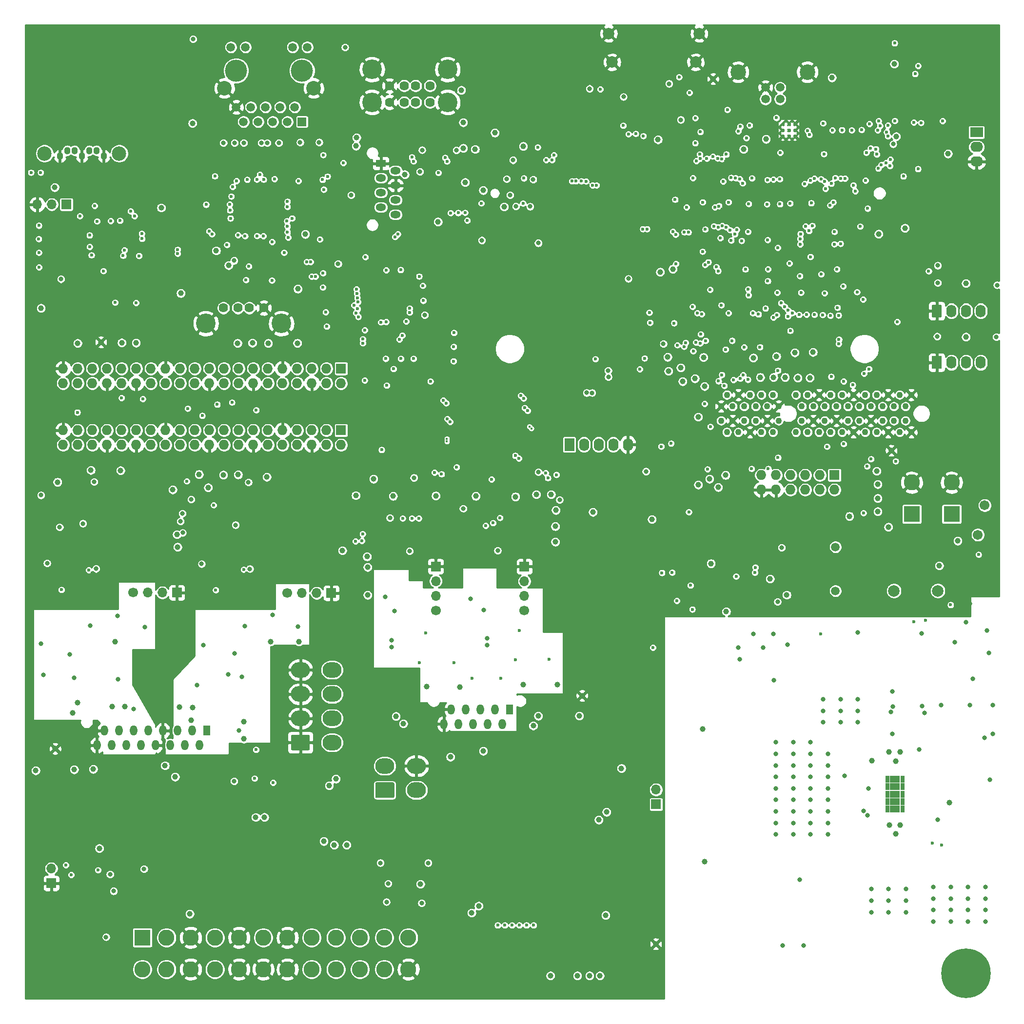
<source format=gbr>
G04 #@! TF.GenerationSoftware,KiCad,Pcbnew,5.1.5+dfsg1-2build2*
G04 #@! TF.CreationDate,2021-02-17T11:04:06+00:00*
G04 #@! TF.ProjectId,HILTOP_Motherboard,48494c54-4f50-45f4-9d6f-74686572626f,Rev C*
G04 #@! TF.SameCoordinates,Original*
G04 #@! TF.FileFunction,Copper,L5,Inr*
G04 #@! TF.FilePolarity,Positive*
%FSLAX46Y46*%
G04 Gerber Fmt 4.6, Leading zero omitted, Abs format (unit mm)*
G04 Created by KiCad (PCBNEW 5.1.5+dfsg1-2build2) date 2021-02-17 11:04:06*
%MOMM*%
%LPD*%
G04 APERTURE LIST*
%ADD10C,8.600000*%
%ADD11R,2.800000X2.800000*%
%ADD12C,2.800000*%
%ADD13R,1.700000X1.700000*%
%ADD14O,1.700000X1.700000*%
%ADD15C,1.620000*%
%ADD16C,3.400000*%
%ADD17R,1.800000X1.300000*%
%ADD18O,1.800000X1.300000*%
%ADD19R,1.300000X1.800000*%
%ADD20O,1.300000X1.800000*%
%ADD21R,2.200000X1.740000*%
%ADD22O,2.200000X1.740000*%
%ADD23C,1.520000*%
%ADD24C,3.850000*%
%ADD25C,2.540000*%
%ADD26R,1.520000X1.520000*%
%ADD27C,2.000000*%
%ADD28R,1.740000X2.200000*%
%ADD29O,1.740000X2.200000*%
%ADD30C,2.700000*%
%ADD31R,0.800000X1.300000*%
%ADD32C,1.700000*%
%ADD33C,2.500000*%
%ADD34O,1.100000X1.300000*%
%ADD35C,0.100000*%
%ADD36O,3.300000X2.700000*%
%ADD37C,1.100000*%
%ADD38C,1.000000*%
%ADD39C,1.710000*%
%ADD40C,0.500000*%
%ADD41R,1.727200X1.727200*%
%ADD42O,1.727200X1.727200*%
%ADD43C,0.800000*%
%ADD44C,0.600000*%
%ADD45C,0.700000*%
%ADD46C,0.400000*%
%ADD47C,0.254000*%
G04 APERTURE END LIST*
D10*
X56350000Y-60160000D03*
X72000000Y-56000000D03*
X214000000Y-56000000D03*
X213830000Y-83020000D03*
X213830000Y-215100000D03*
X56350000Y-215100000D03*
D11*
X70800000Y-208900000D03*
D12*
X75000000Y-208900000D03*
X79200000Y-208900000D03*
X83400000Y-208900000D03*
X87600000Y-208900000D03*
X91800000Y-208900000D03*
X96000000Y-208900000D03*
X100200000Y-208900000D03*
X104400000Y-208900000D03*
X108600000Y-208900000D03*
X112800000Y-208900000D03*
X117000000Y-208900000D03*
X70800000Y-214400000D03*
X75000000Y-214400000D03*
X79200000Y-214400000D03*
X83400000Y-214400000D03*
X87600000Y-214400000D03*
X91800000Y-214400000D03*
X96000000Y-214400000D03*
X100200000Y-214400000D03*
X104400000Y-214400000D03*
X108600000Y-214400000D03*
X112800000Y-214400000D03*
X117000000Y-214400000D03*
D11*
X204400000Y-135375000D03*
D12*
X204400000Y-129875000D03*
D11*
X211325000Y-135375000D03*
D12*
X211325000Y-129875000D03*
D13*
X55000000Y-199450000D03*
D14*
X55000000Y-196910000D03*
D13*
X160000000Y-185750000D03*
D14*
X160000000Y-183210000D03*
D15*
X113750000Y-63850000D03*
X116250000Y-63850000D03*
X118250000Y-63850000D03*
X120750000Y-63850000D03*
D16*
X110700000Y-58150000D03*
X110700000Y-63850000D03*
D15*
X120750000Y-61000000D03*
X118250000Y-61000000D03*
X116250000Y-61000000D03*
D16*
X123800000Y-63850000D03*
D15*
X113750000Y-61000000D03*
D16*
X123800000Y-58150000D03*
D17*
X112225000Y-74475000D03*
D18*
X112225000Y-77015000D03*
X112225000Y-79555000D03*
X112225000Y-82095000D03*
X114765000Y-75745000D03*
X114765000Y-78285000D03*
X114765000Y-80825000D03*
X114765000Y-83365000D03*
D19*
X134610000Y-169280000D03*
D20*
X132070000Y-169280000D03*
X129530000Y-169280000D03*
X126990000Y-169280000D03*
X124450000Y-169280000D03*
X133340000Y-171820000D03*
X130800000Y-171820000D03*
X128260000Y-171820000D03*
X125720000Y-171820000D03*
X123180000Y-171820000D03*
D19*
X81992198Y-172950000D03*
D20*
X79452198Y-172950000D03*
X76912198Y-172950000D03*
X74372198Y-172950000D03*
X71832198Y-172950000D03*
X69292198Y-172950000D03*
X66752198Y-172950000D03*
X64212198Y-172950000D03*
X80722198Y-175490000D03*
X78182198Y-175490000D03*
X75642198Y-175490000D03*
X73102198Y-175490000D03*
X70562198Y-175490000D03*
X68022198Y-175490000D03*
X65482198Y-175490000D03*
X62942198Y-175490000D03*
D21*
X215646000Y-69088000D03*
D22*
X215646000Y-71628000D03*
X215646000Y-74168000D03*
D23*
X87100000Y-64710000D03*
X88370000Y-67250000D03*
D24*
X87090000Y-58360000D03*
X98530000Y-58360000D03*
D23*
X89640000Y-64710000D03*
X90910000Y-67250000D03*
X92180000Y-64710000D03*
X93450000Y-67250000D03*
X94720000Y-64710000D03*
X95990000Y-67250000D03*
X97260000Y-64710000D03*
D25*
X85060000Y-61410000D03*
X100560000Y-61410000D03*
D23*
X96900000Y-54300000D03*
X88720000Y-54300000D03*
X99440000Y-54300000D03*
X86180000Y-54300000D03*
D26*
X98530000Y-67250000D03*
D27*
X167480000Y-51940000D03*
X151780000Y-51940000D03*
X166880000Y-56890000D03*
X152380000Y-56890000D03*
D28*
X144950000Y-123300000D03*
D29*
X147490000Y-123300000D03*
X150030000Y-123300000D03*
X152570000Y-123300000D03*
X155110000Y-123300000D03*
D23*
X181540000Y-63300000D03*
X179000000Y-63300000D03*
X179000000Y-61300000D03*
X181540000Y-61300000D03*
D30*
X186270000Y-58600000D03*
X174270000Y-58600000D03*
D28*
X208750000Y-109050000D03*
D29*
X211290000Y-109050000D03*
X213830000Y-109050000D03*
X216370000Y-109050000D03*
D23*
X191140000Y-148700000D03*
D27*
X201300000Y-148700000D03*
X208920000Y-148700000D03*
D23*
X191140000Y-141080000D03*
D31*
X200200000Y-186600000D03*
D17*
X201500000Y-181400000D03*
X201500000Y-182700000D03*
X201500000Y-186600000D03*
X201500000Y-185300000D03*
X201500000Y-184000000D03*
D31*
X202800000Y-186600000D03*
X202800000Y-185300000D03*
X202800000Y-184000000D03*
X202800000Y-182700000D03*
X202800000Y-181400000D03*
X200200000Y-181400000D03*
X200200000Y-182700000D03*
X200200000Y-184000000D03*
X200200000Y-185300000D03*
D32*
X96000000Y-149075000D03*
D14*
X98540000Y-149075000D03*
X101080000Y-149075000D03*
D13*
X103620000Y-149075000D03*
D32*
X69200000Y-149000000D03*
D14*
X71740000Y-149000000D03*
X74280000Y-149000000D03*
D13*
X76820000Y-149000000D03*
D32*
X137150000Y-152100000D03*
D14*
X137150000Y-149560000D03*
X137150000Y-147020000D03*
D13*
X137150000Y-144480000D03*
D32*
X121750000Y-152075000D03*
D14*
X121750000Y-149535000D03*
X121750000Y-146995000D03*
D13*
X121750000Y-144455000D03*
D33*
X66790000Y-72740000D03*
D34*
X62850000Y-72240000D03*
D33*
X53830000Y-72740000D03*
D34*
X61580000Y-72240000D03*
X59040000Y-72240000D03*
X57770000Y-72240000D03*
X56500000Y-73240000D03*
X60310000Y-73240000D03*
X64120000Y-73240000D03*
G04 #@! TA.AperFunction,ViaPad*
D35*
G36*
X99674503Y-173676204D02*
G01*
X99698772Y-173679804D01*
X99722570Y-173685765D01*
X99745670Y-173694030D01*
X99767849Y-173704520D01*
X99788892Y-173717133D01*
X99808598Y-173731748D01*
X99826776Y-173748224D01*
X99843252Y-173766402D01*
X99857867Y-173786108D01*
X99870480Y-173807151D01*
X99880970Y-173829330D01*
X99889235Y-173852430D01*
X99895196Y-173876228D01*
X99898796Y-173900497D01*
X99900000Y-173925001D01*
X99900000Y-176124999D01*
X99898796Y-176149503D01*
X99895196Y-176173772D01*
X99889235Y-176197570D01*
X99880970Y-176220670D01*
X99870480Y-176242849D01*
X99857867Y-176263892D01*
X99843252Y-176283598D01*
X99826776Y-176301776D01*
X99808598Y-176318252D01*
X99788892Y-176332867D01*
X99767849Y-176345480D01*
X99745670Y-176355970D01*
X99722570Y-176364235D01*
X99698772Y-176370196D01*
X99674503Y-176373796D01*
X99649999Y-176375000D01*
X96850001Y-176375000D01*
X96825497Y-176373796D01*
X96801228Y-176370196D01*
X96777430Y-176364235D01*
X96754330Y-176355970D01*
X96732151Y-176345480D01*
X96711108Y-176332867D01*
X96691402Y-176318252D01*
X96673224Y-176301776D01*
X96656748Y-176283598D01*
X96642133Y-176263892D01*
X96629520Y-176242849D01*
X96619030Y-176220670D01*
X96610765Y-176197570D01*
X96604804Y-176173772D01*
X96601204Y-176149503D01*
X96600000Y-176124999D01*
X96600000Y-173925001D01*
X96601204Y-173900497D01*
X96604804Y-173876228D01*
X96610765Y-173852430D01*
X96619030Y-173829330D01*
X96629520Y-173807151D01*
X96642133Y-173786108D01*
X96656748Y-173766402D01*
X96673224Y-173748224D01*
X96691402Y-173731748D01*
X96711108Y-173717133D01*
X96732151Y-173704520D01*
X96754330Y-173694030D01*
X96777430Y-173685765D01*
X96801228Y-173679804D01*
X96825497Y-173676204D01*
X96850001Y-173675000D01*
X99649999Y-173675000D01*
X99674503Y-173676204D01*
G37*
G04 #@! TD.AperFunction*
D36*
X98250000Y-170825000D03*
X98250000Y-166625000D03*
X98250000Y-162425000D03*
X103750000Y-175025000D03*
X103750000Y-170825000D03*
X103750000Y-166625000D03*
X103750000Y-162425000D03*
G04 #@! TA.AperFunction,ViaPad*
D35*
G36*
X114324503Y-181951204D02*
G01*
X114348772Y-181954804D01*
X114372570Y-181960765D01*
X114395670Y-181969030D01*
X114417849Y-181979520D01*
X114438892Y-181992133D01*
X114458598Y-182006748D01*
X114476776Y-182023224D01*
X114493252Y-182041402D01*
X114507867Y-182061108D01*
X114520480Y-182082151D01*
X114530970Y-182104330D01*
X114539235Y-182127430D01*
X114545196Y-182151228D01*
X114548796Y-182175497D01*
X114550000Y-182200001D01*
X114550000Y-184399999D01*
X114548796Y-184424503D01*
X114545196Y-184448772D01*
X114539235Y-184472570D01*
X114530970Y-184495670D01*
X114520480Y-184517849D01*
X114507867Y-184538892D01*
X114493252Y-184558598D01*
X114476776Y-184576776D01*
X114458598Y-184593252D01*
X114438892Y-184607867D01*
X114417849Y-184620480D01*
X114395670Y-184630970D01*
X114372570Y-184639235D01*
X114348772Y-184645196D01*
X114324503Y-184648796D01*
X114299999Y-184650000D01*
X111500001Y-184650000D01*
X111475497Y-184648796D01*
X111451228Y-184645196D01*
X111427430Y-184639235D01*
X111404330Y-184630970D01*
X111382151Y-184620480D01*
X111361108Y-184607867D01*
X111341402Y-184593252D01*
X111323224Y-184576776D01*
X111306748Y-184558598D01*
X111292133Y-184538892D01*
X111279520Y-184517849D01*
X111269030Y-184495670D01*
X111260765Y-184472570D01*
X111254804Y-184448772D01*
X111251204Y-184424503D01*
X111250000Y-184399999D01*
X111250000Y-182200001D01*
X111251204Y-182175497D01*
X111254804Y-182151228D01*
X111260765Y-182127430D01*
X111269030Y-182104330D01*
X111279520Y-182082151D01*
X111292133Y-182061108D01*
X111306748Y-182041402D01*
X111323224Y-182023224D01*
X111341402Y-182006748D01*
X111361108Y-181992133D01*
X111382151Y-181979520D01*
X111404330Y-181969030D01*
X111427430Y-181960765D01*
X111451228Y-181954804D01*
X111475497Y-181951204D01*
X111500001Y-181950000D01*
X114299999Y-181950000D01*
X114324503Y-181951204D01*
G37*
G04 #@! TD.AperFunction*
D36*
X112900000Y-179100000D03*
X118400000Y-183300000D03*
X118400000Y-179100000D03*
G04 #@! TA.AperFunction,ViaPad*
D35*
G36*
X209394505Y-99001204D02*
G01*
X209418773Y-99004804D01*
X209442572Y-99010765D01*
X209465671Y-99019030D01*
X209487850Y-99029520D01*
X209508893Y-99042132D01*
X209528599Y-99056747D01*
X209546777Y-99073223D01*
X209563253Y-99091401D01*
X209577868Y-99111107D01*
X209590480Y-99132150D01*
X209600970Y-99154329D01*
X209609235Y-99177428D01*
X209615196Y-99201227D01*
X209618796Y-99225495D01*
X209620000Y-99249999D01*
X209620000Y-100950001D01*
X209618796Y-100974505D01*
X209615196Y-100998773D01*
X209609235Y-101022572D01*
X209600970Y-101045671D01*
X209590480Y-101067850D01*
X209577868Y-101088893D01*
X209563253Y-101108599D01*
X209546777Y-101126777D01*
X209528599Y-101143253D01*
X209508893Y-101157868D01*
X209487850Y-101170480D01*
X209465671Y-101180970D01*
X209442572Y-101189235D01*
X209418773Y-101195196D01*
X209394505Y-101198796D01*
X209370001Y-101200000D01*
X208129999Y-101200000D01*
X208105495Y-101198796D01*
X208081227Y-101195196D01*
X208057428Y-101189235D01*
X208034329Y-101180970D01*
X208012150Y-101170480D01*
X207991107Y-101157868D01*
X207971401Y-101143253D01*
X207953223Y-101126777D01*
X207936747Y-101108599D01*
X207922132Y-101088893D01*
X207909520Y-101067850D01*
X207899030Y-101045671D01*
X207890765Y-101022572D01*
X207884804Y-100998773D01*
X207881204Y-100974505D01*
X207880000Y-100950001D01*
X207880000Y-99249999D01*
X207881204Y-99225495D01*
X207884804Y-99201227D01*
X207890765Y-99177428D01*
X207899030Y-99154329D01*
X207909520Y-99132150D01*
X207922132Y-99111107D01*
X207936747Y-99091401D01*
X207953223Y-99073223D01*
X207971401Y-99056747D01*
X207991107Y-99042132D01*
X208012150Y-99029520D01*
X208034329Y-99019030D01*
X208057428Y-99010765D01*
X208081227Y-99004804D01*
X208105495Y-99001204D01*
X208129999Y-99000000D01*
X209370001Y-99000000D01*
X209394505Y-99001204D01*
G37*
G04 #@! TD.AperFunction*
D29*
X211290000Y-100100000D03*
X213830000Y-100100000D03*
X216370000Y-100100000D03*
D37*
X171300000Y-116660000D03*
X172300000Y-114660000D03*
X171300000Y-119140000D03*
X172300000Y-121140000D03*
X173300000Y-116660000D03*
X174300000Y-114660000D03*
X173300000Y-119140000D03*
X174300000Y-121140000D03*
X175300000Y-116660000D03*
X176300000Y-114660000D03*
X175300000Y-119140000D03*
X176300000Y-121140000D03*
X177300000Y-116660000D03*
X178300000Y-114660000D03*
X177300000Y-119140000D03*
X178300000Y-121140000D03*
X179300000Y-116660000D03*
X180300000Y-114660000D03*
X179300000Y-119140000D03*
X180300000Y-121140000D03*
X181300000Y-116660000D03*
X181300000Y-119140000D03*
X184300000Y-114660000D03*
X184300000Y-121140000D03*
X185300000Y-116660000D03*
X186300000Y-114660000D03*
X185300000Y-119140000D03*
X186300000Y-121140000D03*
X187300000Y-116660000D03*
X188300000Y-114660000D03*
X187300000Y-119140000D03*
X188300000Y-121140000D03*
X189300000Y-116660000D03*
X190300000Y-114660000D03*
X189300000Y-119140000D03*
X190300000Y-121140000D03*
X191300000Y-116660000D03*
X192300000Y-114660000D03*
X191300000Y-119140000D03*
X192300000Y-121140000D03*
X193300000Y-116660000D03*
X193300000Y-119140000D03*
X194300000Y-114660000D03*
X194300000Y-121140000D03*
X195300000Y-116660000D03*
X196300000Y-114660000D03*
X195300000Y-119140000D03*
X196300000Y-121140000D03*
X197300000Y-116660000D03*
X198300000Y-114660000D03*
X197300000Y-119140000D03*
X198300000Y-121140000D03*
X199300000Y-116660000D03*
X200300000Y-114660000D03*
X199300000Y-119140000D03*
X200300000Y-121140000D03*
X201300000Y-116660000D03*
X202300000Y-114660000D03*
X201300000Y-119140000D03*
X202300000Y-121140000D03*
X203300000Y-116660000D03*
X203300000Y-119140000D03*
X204300000Y-114660000D03*
X204300000Y-121140000D03*
D13*
X57610000Y-81590000D03*
D14*
X55070000Y-81590000D03*
X52530000Y-81590000D03*
D38*
X168100000Y-172700000D03*
X168400000Y-195700000D03*
X212375000Y-140025000D03*
X169540000Y-143940000D03*
X179800000Y-146600000D03*
X172200000Y-152300000D03*
X182700000Y-149400000D03*
X90500000Y-188000000D03*
X130000000Y-176500000D03*
X103250000Y-182500000D03*
X76500000Y-181000000D03*
X150250000Y-215500000D03*
X139540000Y-170430000D03*
X154000000Y-179500000D03*
X213800000Y-95300000D03*
X213800000Y-104600000D03*
D39*
X217075000Y-133850000D03*
X215875000Y-138950000D03*
D40*
X184100000Y-67640000D03*
X184100000Y-68690000D03*
X184100000Y-69740000D03*
X183050000Y-67640000D03*
X183050000Y-68690000D03*
X183050000Y-69740000D03*
X182000000Y-67640000D03*
X182000000Y-68690000D03*
X182000000Y-69740000D03*
D41*
X105300000Y-110100000D03*
D42*
X105300000Y-112640000D03*
X102760000Y-110100000D03*
X102760000Y-112640000D03*
X100220000Y-110100000D03*
X100220000Y-112640000D03*
X97680000Y-110100000D03*
X97680000Y-112640000D03*
X95140000Y-110100000D03*
X95140000Y-112640000D03*
X92600000Y-110100000D03*
X92600000Y-112640000D03*
X90060000Y-110100000D03*
X90060000Y-112640000D03*
X87520000Y-110100000D03*
X87520000Y-112640000D03*
X84980000Y-110100000D03*
X84980000Y-112640000D03*
X82440000Y-110100000D03*
X82440000Y-112640000D03*
X79900000Y-110100000D03*
X79900000Y-112640000D03*
X77360000Y-110100000D03*
X77360000Y-112640000D03*
X74820000Y-110100000D03*
X74820000Y-112640000D03*
X72280000Y-110100000D03*
X72280000Y-112640000D03*
X69740000Y-110100000D03*
X69740000Y-112640000D03*
X67200000Y-110100000D03*
X67200000Y-112640000D03*
X64660000Y-110100000D03*
X64660000Y-112640000D03*
X62120000Y-110100000D03*
X62120000Y-112640000D03*
X59580000Y-110100000D03*
X59580000Y-112640000D03*
X57040000Y-110100000D03*
X57040000Y-112640000D03*
X57040000Y-123340000D03*
X57040000Y-120800000D03*
X59580000Y-123340000D03*
X59580000Y-120800000D03*
X62120000Y-123340000D03*
X62120000Y-120800000D03*
X64660000Y-123340000D03*
X64660000Y-120800000D03*
X67200000Y-123340000D03*
X67200000Y-120800000D03*
X69740000Y-123340000D03*
X69740000Y-120800000D03*
X72280000Y-123340000D03*
X72280000Y-120800000D03*
X74820000Y-123340000D03*
X74820000Y-120800000D03*
X77360000Y-123340000D03*
X77360000Y-120800000D03*
X79900000Y-123340000D03*
X79900000Y-120800000D03*
X82440000Y-123340000D03*
X82440000Y-120800000D03*
X84980000Y-123340000D03*
X84980000Y-120800000D03*
X87520000Y-123340000D03*
X87520000Y-120800000D03*
X90060000Y-123340000D03*
X90060000Y-120800000D03*
X92600000Y-123340000D03*
X92600000Y-120800000D03*
X95140000Y-123340000D03*
X95140000Y-120800000D03*
X97680000Y-123340000D03*
X97680000Y-120800000D03*
X100220000Y-123340000D03*
X100220000Y-120800000D03*
X102760000Y-123340000D03*
X102760000Y-120800000D03*
X105300000Y-123340000D03*
D41*
X105300000Y-120800000D03*
X190970000Y-128600000D03*
D42*
X190970000Y-131140000D03*
X188430000Y-128600000D03*
X188430000Y-131140000D03*
X185890000Y-128600000D03*
X185890000Y-131140000D03*
X183350000Y-128600000D03*
X183350000Y-131140000D03*
X180810000Y-128600000D03*
X180810000Y-131140000D03*
X178270000Y-128600000D03*
X178270000Y-131140000D03*
D38*
X168420000Y-113180000D03*
X166780000Y-111840000D03*
X164610000Y-112340000D03*
X164280000Y-109950000D03*
X162150000Y-110540000D03*
X162020000Y-108110000D03*
X76800000Y-138900000D03*
X76925000Y-141075000D03*
X135590000Y-132340000D03*
X121750000Y-132175000D03*
X184090000Y-107330000D03*
X187270000Y-107250000D03*
X180920000Y-107970000D03*
X168230000Y-108130000D03*
X176880000Y-108220000D03*
X63325000Y-193400000D03*
X142830000Y-164980000D03*
X136940000Y-164940000D03*
X125940000Y-165370000D03*
X120160000Y-165300000D03*
X88425000Y-174400000D03*
X88400000Y-171375000D03*
X77275000Y-168900000D03*
X79525000Y-168925000D03*
X67750000Y-168800000D03*
X65600000Y-168800000D03*
X58675000Y-169925000D03*
X59550000Y-168125000D03*
X198500000Y-130200000D03*
X198300000Y-127900000D03*
X198500000Y-132600000D03*
X198500000Y-134900000D03*
X203200000Y-85700000D03*
X210710000Y-72810000D03*
X167310000Y-118500000D03*
X210900000Y-185500000D03*
X193590000Y-135730000D03*
X52300000Y-179900000D03*
X82225000Y-130750000D03*
X56075000Y-129800000D03*
X128700000Y-132250000D03*
X114350000Y-132250000D03*
X162900000Y-92800000D03*
X160700000Y-93320000D03*
X180400000Y-111600000D03*
X178100000Y-111600000D03*
X182400000Y-111600000D03*
X184600000Y-111700000D03*
X186700000Y-111700000D03*
X142500000Y-140200000D03*
X142500000Y-137500000D03*
X142600000Y-134700000D03*
X92425000Y-128925000D03*
X92660000Y-105680000D03*
X61880000Y-127740000D03*
X97720000Y-105670000D03*
X69720000Y-105640000D03*
X67220000Y-105610000D03*
X67030000Y-127790000D03*
X87360000Y-105680000D03*
X87450000Y-128525000D03*
X84875000Y-128550000D03*
X80650000Y-128450000D03*
X59570000Y-105690000D03*
X89910000Y-105660000D03*
X167325000Y-130275000D03*
X172070000Y-128610000D03*
X169280000Y-129260000D03*
X170790000Y-130720000D03*
X175180000Y-72020000D03*
X179100000Y-70270000D03*
X76100000Y-131125000D03*
X197450000Y-178225000D03*
X63625000Y-105500000D03*
X55700000Y-176100000D03*
X147150000Y-166900000D03*
X169900000Y-59800000D03*
X159970000Y-210010000D03*
X200850000Y-124330000D03*
X190550000Y-59600000D03*
D16*
X94942000Y-102268000D03*
D15*
X84892000Y-99568000D03*
X87392000Y-99568000D03*
X89392000Y-99568000D03*
X91892000Y-99568000D03*
D16*
X81842000Y-102268000D03*
D38*
X200330000Y-137600000D03*
D43*
X139540000Y-88300000D03*
X113500000Y-199500000D03*
X113200000Y-202700000D03*
X217000000Y-174200000D03*
X119300000Y-202900000D03*
D38*
X119100000Y-199600000D03*
D43*
X218500000Y-168500000D03*
D38*
X74080000Y-82180000D03*
D43*
X119380000Y-72150000D03*
X125330000Y-72170000D03*
X119005516Y-75909225D03*
D38*
X126840000Y-77760000D03*
D43*
X219200000Y-95600000D03*
X219100000Y-104600000D03*
D38*
X151400000Y-187100000D03*
X150040000Y-188460000D03*
X160350000Y-70340000D03*
X129970000Y-79150000D03*
D44*
X165690000Y-135020000D03*
D38*
X149030000Y-135020000D03*
X109910001Y-149430000D03*
X116130000Y-171750000D03*
X114850000Y-170470000D03*
X83640000Y-89620000D03*
X107860000Y-132130000D03*
X139200000Y-131950000D03*
X141800000Y-131950000D03*
X109810000Y-142750000D03*
X109910001Y-144590000D03*
D44*
X58440000Y-198015000D03*
X109413183Y-103438808D03*
X65650000Y-88500000D03*
X63800000Y-88550000D03*
X65650000Y-86600000D03*
X63800000Y-86600000D03*
D43*
X92500000Y-82100000D03*
X91000000Y-83700000D03*
X89600000Y-83600000D03*
X89600000Y-82100000D03*
X92500000Y-80700000D03*
X91000000Y-80700000D03*
D44*
X115310000Y-97100000D03*
X112500000Y-97080000D03*
X112560000Y-99690000D03*
D43*
X83750000Y-180750000D03*
D38*
X199588655Y-88210842D03*
D43*
X160100000Y-178000000D03*
X201000000Y-173500000D03*
X218500000Y-173500000D03*
X120300000Y-193600000D03*
D44*
X166304941Y-149449990D03*
D43*
X201034307Y-166165693D03*
D44*
X153900000Y-74000000D03*
X155600000Y-73800000D03*
X151600000Y-73900000D03*
X159300000Y-73900000D03*
X157400000Y-73900000D03*
X161100000Y-73900000D03*
X177000000Y-74000000D03*
X179300000Y-73800000D03*
X181000000Y-74000000D03*
X186100000Y-74000000D03*
X187900000Y-74000000D03*
X189800000Y-73900000D03*
X194000000Y-85400000D03*
X178700000Y-82200000D03*
X176900000Y-82200000D03*
X164300000Y-82200000D03*
X162700000Y-82200000D03*
X160700000Y-82100000D03*
X159000000Y-82100000D03*
X156800000Y-85400000D03*
X153600000Y-85400000D03*
X151800000Y-85300000D03*
D43*
X94599990Y-180708576D03*
X95100000Y-199500000D03*
X95700000Y-197000000D03*
X96500000Y-194000000D03*
X96600000Y-191500000D03*
X96800000Y-188900000D03*
X98000000Y-181400000D03*
X98200000Y-190200000D03*
X143740000Y-169130000D03*
X151500000Y-178800000D03*
X155700002Y-182700000D03*
X135000000Y-176000000D03*
X135000000Y-178500000D03*
X134000000Y-182000000D03*
X134000000Y-185000000D03*
D38*
X159863596Y-202886404D03*
X154000000Y-211000000D03*
X144000000Y-209000000D03*
D44*
X209600000Y-192800000D03*
X167420000Y-139500000D03*
D43*
X184000000Y-139100000D03*
X176300000Y-150400000D03*
X182000000Y-146000000D03*
X178100000Y-137100000D03*
X172600000Y-140800000D03*
D44*
X167750000Y-142090000D03*
X188600000Y-156200000D03*
X188500000Y-150700000D03*
X206800000Y-153800000D03*
D43*
X213800000Y-144700000D03*
X214500000Y-148400000D03*
X214500000Y-150900000D03*
X217500000Y-155600000D03*
X206600000Y-169900000D03*
X215000000Y-164000000D03*
X209500000Y-168500000D03*
X218000000Y-181500000D03*
D44*
X208000000Y-192500000D03*
D43*
X166380000Y-60610000D03*
D44*
X197590000Y-51814000D03*
X196900000Y-53684000D03*
X142700000Y-82175000D03*
X143025000Y-88900000D03*
X137625000Y-73800000D03*
D38*
X141375000Y-77800000D03*
D44*
X139175000Y-85175000D03*
X137350000Y-85150000D03*
X134975000Y-85150000D03*
D43*
X83200000Y-78400000D03*
X77850000Y-81050000D03*
X81550000Y-75400000D03*
X96600000Y-70650000D03*
X96900000Y-80400000D03*
X99700000Y-82000000D03*
X82600000Y-83900000D03*
X99700000Y-85000000D03*
X91800000Y-90500000D03*
X90400000Y-90500000D03*
X88600000Y-90400000D03*
X87000000Y-90300000D03*
X104800000Y-70900000D03*
X103200000Y-70900000D03*
X98600000Y-79600000D03*
X86198096Y-74674990D03*
X120250000Y-190250000D03*
D45*
X108750000Y-180750000D03*
D43*
X117250000Y-192000000D03*
X84500000Y-189000000D03*
X83000000Y-183500000D03*
X83000000Y-187500000D03*
X83000000Y-191250000D03*
X93500000Y-184500000D03*
X89250000Y-176250000D03*
X85000000Y-199500000D03*
X89000000Y-200750000D03*
D44*
X62500000Y-181500000D03*
X55750000Y-186000000D03*
D43*
X71900000Y-202500000D03*
X71000000Y-200700000D03*
X61800000Y-199400000D03*
X62500000Y-205800000D03*
D44*
X117000000Y-197500000D03*
X115500000Y-197500000D03*
X116500000Y-195000000D03*
X115500000Y-195000000D03*
X158299990Y-61031217D03*
X161900000Y-73100000D03*
X163100000Y-73600000D03*
X117500000Y-190000000D03*
X115000000Y-189000000D03*
X116000000Y-199500000D03*
X115500000Y-203000000D03*
X117000000Y-203000000D03*
X122500000Y-202000000D03*
X148250000Y-193250000D03*
X189200000Y-87700000D03*
X148300010Y-85300000D03*
X195225010Y-73900002D03*
X192696977Y-73903886D03*
D43*
X209550000Y-76962000D03*
D44*
X208500000Y-67100000D03*
X207250000Y-67090000D03*
X202450000Y-73890000D03*
X188489071Y-87684124D03*
X144740000Y-156220000D03*
X144670000Y-162530000D03*
X165960285Y-145885010D03*
D43*
X59630000Y-93030000D03*
D44*
X71720000Y-77940000D03*
X74130000Y-83880000D03*
X146600000Y-74000000D03*
X144900000Y-74000000D03*
X144400000Y-82100000D03*
X142774998Y-73700000D03*
X150025010Y-85300000D03*
D43*
X65100000Y-149450000D03*
X64975000Y-143525000D03*
X91875000Y-149650000D03*
X89050000Y-137150000D03*
X87575000Y-129850000D03*
X86000000Y-129850000D03*
X90750000Y-129850000D03*
X81675000Y-144900000D03*
X55050000Y-144850000D03*
X53775000Y-144900000D03*
X80450000Y-145025000D03*
D44*
X88925000Y-145625000D03*
X86025000Y-145600000D03*
X59250000Y-145550000D03*
X62125000Y-145550000D03*
D43*
X60820000Y-129750022D03*
X59190000Y-129750022D03*
X64025000Y-129750022D03*
X62410000Y-136910000D03*
X79400000Y-140800000D03*
X54000000Y-139500000D03*
X125050010Y-181500000D03*
X125050010Y-183500000D03*
X91750000Y-143500000D03*
X122600000Y-140500000D03*
X136700000Y-140700000D03*
X140600000Y-135600000D03*
X127600000Y-141700000D03*
X133600000Y-145700000D03*
X141900000Y-141700000D03*
X123600000Y-132500000D03*
X116330000Y-70990000D03*
X122250000Y-71070000D03*
D38*
X122040000Y-80370000D03*
D44*
X121850000Y-74710000D03*
X113900000Y-98500000D03*
X113520000Y-105030000D03*
X104320000Y-98160000D03*
D43*
X118815164Y-89605010D03*
X120000000Y-69170000D03*
D38*
X131680000Y-66480000D03*
X146980000Y-66200000D03*
D43*
X125350000Y-69240000D03*
X128150000Y-69840000D03*
D38*
X157700000Y-130400000D03*
X152800000Y-130500000D03*
D43*
X186300000Y-62000000D03*
X176760000Y-64880000D03*
D38*
X184770000Y-65330000D03*
D43*
X203390000Y-91030000D03*
X205310000Y-91180000D03*
X202900000Y-106300000D03*
D44*
X172078599Y-74105394D03*
X173625010Y-74000000D03*
X175425010Y-74026452D03*
X188390000Y-92780000D03*
X177490000Y-92800000D03*
X173350000Y-92230000D03*
X191150000Y-97030000D03*
X193240000Y-92900000D03*
X180250000Y-106610000D03*
X187441594Y-96968406D03*
X185440488Y-92756324D03*
X191235010Y-85436947D03*
X193330000Y-79200000D03*
X188681663Y-82098961D03*
X175280000Y-100400000D03*
X166480000Y-81940000D03*
X185508806Y-82297694D03*
X180580491Y-82202659D03*
X170051356Y-74082969D03*
X169965721Y-133885010D03*
X171054979Y-105382926D03*
X161605828Y-61160019D03*
X158700000Y-69300000D03*
X164800000Y-65200000D03*
X168261176Y-74130939D03*
X164800000Y-72900000D03*
X174300000Y-63300000D03*
X174300000Y-70200000D03*
X168700000Y-61900000D03*
X169600000Y-66100000D03*
D43*
X126400000Y-135424990D03*
D44*
X114160920Y-108375010D03*
X116665254Y-108375010D03*
X176876900Y-106188712D03*
D43*
X152350000Y-96425000D03*
X152350000Y-98175000D03*
X152325000Y-99950000D03*
D44*
X167200000Y-69749990D03*
X66160000Y-84470000D03*
X70720000Y-85630000D03*
X74550000Y-86020000D03*
X68690000Y-94620000D03*
X170365021Y-89407945D03*
X168734990Y-89386097D03*
X169470989Y-82230051D03*
X175179257Y-82197451D03*
X171461028Y-82409916D03*
X173229224Y-82013811D03*
X167664990Y-82080777D03*
X192990000Y-137230000D03*
D43*
X160323956Y-105774995D03*
D44*
X135280010Y-76975116D03*
D43*
X108750000Y-183399990D03*
X97224222Y-183349990D03*
X97883147Y-187170010D03*
X125030000Y-175779999D03*
X126140000Y-179220000D03*
X118406455Y-145461516D03*
X109291810Y-132723678D03*
D44*
X114790000Y-84790000D03*
D43*
X112826023Y-141926023D03*
D38*
X125192132Y-77675947D03*
D43*
X217829990Y-159473860D03*
D38*
X130987377Y-73233416D03*
D43*
X82558307Y-82601512D03*
D38*
X113600000Y-67200000D03*
D44*
X70828241Y-98078241D03*
X148410000Y-73620000D03*
X150370000Y-73410002D03*
D38*
X138329236Y-71251920D03*
D44*
X108200000Y-90890000D03*
X178618213Y-100462801D03*
X180786415Y-93057320D03*
X166293406Y-85306594D03*
X166060000Y-74000000D03*
X67750000Y-98875010D03*
D38*
X202400000Y-189400000D03*
X200500000Y-189400000D03*
X201600000Y-190900000D03*
X200400000Y-176700000D03*
X202400000Y-176700000D03*
X201600000Y-178300000D03*
D43*
X62300000Y-77100000D03*
D44*
X67400000Y-80300000D03*
D43*
X153200000Y-208300000D03*
D38*
X193400000Y-60300000D03*
X140000000Y-176300000D03*
X139900000Y-193500000D03*
D44*
X170407290Y-145919102D03*
X61895139Y-84833326D03*
D43*
X91197198Y-74699986D03*
D44*
X64125000Y-84638188D03*
D43*
X95150000Y-74600000D03*
X69350000Y-64250000D03*
X73450000Y-64250000D03*
X74100000Y-68050000D03*
X78250000Y-70550000D03*
X73700000Y-72000000D03*
X76150000Y-87700000D03*
X76200000Y-92150000D03*
X76830000Y-85970000D03*
X75050000Y-88650000D03*
X79850000Y-89350000D03*
X80550000Y-85800000D03*
X81400000Y-84550000D03*
X83300000Y-88100000D03*
X84400000Y-87150000D03*
X102100000Y-94750000D03*
X98000000Y-91900000D03*
X164800000Y-114750000D03*
X162450000Y-112350000D03*
X155300000Y-109450000D03*
X148150000Y-107000000D03*
X136150000Y-113500000D03*
X126850000Y-122600000D03*
X180600000Y-71000000D03*
X186300000Y-67800000D03*
X151150000Y-77900000D03*
X150550000Y-79050000D03*
X148270000Y-79050000D03*
X146570000Y-79040000D03*
X143950000Y-77510000D03*
X159850000Y-85960000D03*
X156050000Y-86570000D03*
X165460000Y-89510000D03*
X123250000Y-114170000D03*
X151890000Y-138760000D03*
X147540000Y-142950000D03*
X152550000Y-145910000D03*
X145040000Y-150900000D03*
X150030000Y-152900000D03*
X156860000Y-170810000D03*
X153690000Y-173530000D03*
X61090000Y-191780000D03*
X56510000Y-191080000D03*
X180820000Y-174990000D03*
X183820000Y-174990000D03*
X186820000Y-174990000D03*
X180820000Y-176990000D03*
X183820000Y-176990000D03*
X186820000Y-176990000D03*
X189820000Y-176990000D03*
X180820000Y-178990000D03*
X183820000Y-178990000D03*
X186820000Y-178990000D03*
X189820000Y-178990000D03*
X180820000Y-180990000D03*
X183820000Y-180990000D03*
X186820000Y-180990000D03*
X189820000Y-180990000D03*
X180820000Y-182990000D03*
X183820000Y-182990000D03*
X186820000Y-182990000D03*
X189820000Y-182990000D03*
X180820000Y-184990000D03*
X183820000Y-184990000D03*
X186820000Y-184990000D03*
X189820000Y-184990000D03*
X180820000Y-186990000D03*
X183820000Y-186990000D03*
X186820000Y-186990000D03*
X189820000Y-186990000D03*
X180820000Y-188990000D03*
X183820000Y-188990000D03*
X186820000Y-188990000D03*
X189820000Y-188990000D03*
X180820000Y-190990000D03*
X183820000Y-190990000D03*
X186820000Y-190990000D03*
X189820000Y-190990000D03*
X189030000Y-171520000D03*
X189030000Y-167520000D03*
X195030000Y-169520000D03*
X189030000Y-169520000D03*
X195030000Y-171520000D03*
X195030000Y-167520000D03*
X192030000Y-167520000D03*
X192030000Y-169520000D03*
X192030000Y-171520000D03*
X217170000Y-206120000D03*
X214170000Y-202120000D03*
X217170000Y-202120000D03*
X208170000Y-204120000D03*
X211170000Y-204120000D03*
X208170000Y-200120000D03*
X211170000Y-200120000D03*
X214170000Y-200120000D03*
X217170000Y-200120000D03*
X208170000Y-202120000D03*
X211170000Y-202120000D03*
X214170000Y-204120000D03*
X217170000Y-204120000D03*
X208170000Y-206120000D03*
X211170000Y-206120000D03*
X214170000Y-206120000D03*
X200370000Y-200480000D03*
X203370000Y-204480000D03*
X197370000Y-204480000D03*
X197370000Y-200480000D03*
X197370000Y-202480000D03*
X200370000Y-202480000D03*
X200370000Y-204480000D03*
X203370000Y-202480000D03*
X203370000Y-200480000D03*
X100980000Y-129470000D03*
X104140000Y-130190000D03*
X102540000Y-132440000D03*
X73910000Y-135680000D03*
X72960000Y-128230000D03*
X65730000Y-136960000D03*
X53940000Y-136390000D03*
X61960000Y-66790000D03*
X65640000Y-66690000D03*
X52830000Y-95210000D03*
X52310000Y-97660000D03*
X53540000Y-103270000D03*
X110236000Y-68072000D03*
X115570000Y-68326000D03*
X64090000Y-94760000D03*
X126360000Y-84740000D03*
X132170000Y-96940000D03*
X137350000Y-102800000D03*
X149830000Y-100750000D03*
X53390000Y-111300000D03*
D44*
X183080316Y-96884727D03*
X127240000Y-94870000D03*
D38*
X131620000Y-58680000D03*
D43*
X62100000Y-99720000D03*
D38*
X73375000Y-180825000D03*
X70800000Y-180800000D03*
X68200000Y-180775000D03*
X65675000Y-179700000D03*
X71975000Y-179025000D03*
X69575000Y-179125000D03*
D43*
X217000000Y-126550000D03*
D44*
X54525000Y-77125000D03*
D43*
X51000000Y-74350000D03*
D44*
X155380000Y-56225002D03*
X156880000Y-56250000D03*
X158380000Y-56274998D03*
X159880000Y-56300000D03*
X162880000Y-56400000D03*
D43*
X163550000Y-123375000D03*
X160900000Y-129750000D03*
D44*
X158075000Y-122925000D03*
D43*
X212050000Y-142450002D03*
X124880000Y-116190000D03*
X138250000Y-115050000D03*
X139610000Y-129860000D03*
D38*
X142307636Y-127541606D03*
D43*
X139450000Y-117100000D03*
X139450000Y-120700000D03*
X131750000Y-113800000D03*
X121650000Y-118000000D03*
X113100000Y-118300000D03*
X116150000Y-110550000D03*
D44*
X172559060Y-67239436D03*
D38*
X108950000Y-51800000D03*
X111950000Y-51800000D03*
X114950000Y-51800000D03*
X117950000Y-51800000D03*
X120950000Y-51800000D03*
X123950000Y-51800000D03*
X126950000Y-51800000D03*
X129950000Y-51800000D03*
X132950000Y-51800000D03*
X135950000Y-51800000D03*
X108950000Y-53800000D03*
X111950000Y-53800000D03*
X114950000Y-53800000D03*
X117950000Y-53800000D03*
X120950000Y-53800000D03*
X123950000Y-53800000D03*
X126950000Y-53800000D03*
X129950000Y-53800000D03*
X132950000Y-53800000D03*
X114950000Y-55800000D03*
X117950000Y-55800000D03*
X120950000Y-55800000D03*
X138950000Y-51800000D03*
X141950000Y-51800000D03*
X144950000Y-51800000D03*
X147950000Y-51800000D03*
X135950000Y-53800000D03*
X138950000Y-53800000D03*
X141950000Y-53800000D03*
X144950000Y-53800000D03*
X147950000Y-53800000D03*
X52350000Y-51800000D03*
X55350000Y-51800000D03*
X58350000Y-51800000D03*
X61350000Y-51800000D03*
X64350000Y-51800000D03*
X52350000Y-53800000D03*
X55350000Y-53800000D03*
X58350000Y-53800000D03*
X61350000Y-53800000D03*
X64350000Y-53800000D03*
X91000000Y-51800000D03*
X94000000Y-51800000D03*
X91000000Y-53800000D03*
X94000000Y-53800000D03*
X91000000Y-55800000D03*
X94000000Y-55800000D03*
X91000000Y-57800000D03*
X94000000Y-57800000D03*
X155000000Y-51800000D03*
X158000000Y-51800000D03*
X161000000Y-51800000D03*
X164000000Y-51800000D03*
X155000000Y-53800000D03*
X158000000Y-53800000D03*
X161000000Y-53800000D03*
X164000000Y-53800000D03*
X172250000Y-51800000D03*
X175250000Y-51800000D03*
X178250000Y-51800000D03*
X181250000Y-51800000D03*
X184250000Y-51800000D03*
X187250000Y-51800000D03*
X172250000Y-53800000D03*
X175250000Y-53800000D03*
X178250000Y-53800000D03*
X181250000Y-53800000D03*
X184250000Y-53800000D03*
X187250000Y-53800000D03*
X172250000Y-55800000D03*
X175250000Y-55800000D03*
X178250000Y-55800000D03*
X181250000Y-55800000D03*
X184250000Y-55800000D03*
X187250000Y-55800000D03*
X203000000Y-51900000D03*
X210300000Y-51350000D03*
X208000000Y-60200000D03*
D44*
X203650011Y-67186946D03*
X198097995Y-81213134D03*
X139600000Y-77225000D03*
X60300000Y-202525000D03*
X58675000Y-201800000D03*
X61850000Y-196050000D03*
D43*
X119328696Y-132455010D03*
X124450000Y-129224957D03*
D44*
X171100000Y-100500000D03*
X108458000Y-103378000D03*
D43*
X100787948Y-95532406D03*
X98453039Y-94461990D03*
D44*
X112350010Y-109375000D03*
D43*
X79248000Y-108605010D03*
X63940000Y-108605010D03*
D44*
X168757856Y-123724999D03*
X168774990Y-125888097D03*
X167540000Y-128980000D03*
X120100000Y-92380000D03*
X121960000Y-89560000D03*
X124530000Y-93250000D03*
X120650465Y-93977642D03*
D43*
X81980000Y-199160000D03*
D38*
X124000000Y-207210000D03*
X127710000Y-207250000D03*
X129850000Y-217890000D03*
D44*
X106030000Y-204530000D03*
D43*
X109003003Y-187109973D03*
X108730000Y-189610000D03*
X112430000Y-189610000D03*
D44*
X196898616Y-73932387D03*
D38*
X151250000Y-205000000D03*
D43*
X208900000Y-95200000D03*
D44*
X166300419Y-151901259D03*
D43*
X206200000Y-168700000D03*
X181100000Y-150600000D03*
D38*
X79500000Y-67500000D03*
X108000000Y-70000000D03*
D43*
X181800000Y-141200000D03*
D44*
X173900000Y-146199998D03*
D38*
X198638659Y-86710842D03*
D43*
X86752305Y-91347695D03*
X79600000Y-52900000D03*
X106000000Y-54300000D03*
X208900000Y-188400000D03*
D44*
X195675000Y-68650000D03*
X193975000Y-68700000D03*
X192275000Y-68675000D03*
X190600000Y-68700000D03*
X201422000Y-53594000D03*
D43*
X201168000Y-71120000D03*
D44*
X204750000Y-67339996D03*
X206000000Y-67409958D03*
X209750000Y-67100002D03*
X165990000Y-147740000D03*
X159470000Y-158560000D03*
D43*
X56680000Y-94560000D03*
D44*
X52850000Y-92490000D03*
X52840000Y-89980000D03*
X52820000Y-87580000D03*
X52840000Y-85260000D03*
D38*
X55610000Y-78650000D03*
D44*
X115950000Y-104325000D03*
X113225000Y-113025000D03*
D43*
X107060000Y-79970000D03*
D44*
X115650000Y-92960000D03*
X118870000Y-94080000D03*
X116640000Y-101910000D03*
X119570144Y-98299990D03*
D43*
X62775000Y-144850000D03*
X89475000Y-144875000D03*
X53200000Y-132075000D03*
X54275000Y-143900000D03*
X60500000Y-137000000D03*
X87000000Y-137250000D03*
X126500000Y-134400000D03*
X117200000Y-141800000D03*
X132500000Y-141700000D03*
D44*
X108122512Y-97798972D03*
X102160000Y-96000000D03*
X102180000Y-93500000D03*
X124900000Y-103880000D03*
X124870000Y-106320000D03*
X124850000Y-108810000D03*
D43*
X208800000Y-104500000D03*
D44*
X191420000Y-92850000D03*
X186800000Y-90690000D03*
X179460000Y-92840000D03*
X175510000Y-92870000D03*
X189260000Y-97010000D03*
X185170000Y-96910000D03*
X178040000Y-106360000D03*
X183291541Y-81404728D03*
X194580000Y-79280000D03*
X190770000Y-81220000D03*
X183188907Y-91830790D03*
X181065010Y-96897084D03*
X176790000Y-100480000D03*
X172580000Y-100470000D03*
X186945010Y-81364366D03*
X179255045Y-81551997D03*
X168610000Y-105250000D03*
X165800000Y-62200000D03*
X166800000Y-66600000D03*
X167600000Y-72900000D03*
X174300000Y-68900000D03*
X172200000Y-72900000D03*
X167700000Y-69000000D03*
X113050000Y-108375010D03*
X117900000Y-108375010D03*
X115689843Y-108375010D03*
X175311980Y-106400167D03*
X166807382Y-70950010D03*
D43*
X77752024Y-135249978D03*
D44*
X172589754Y-81206567D03*
X176095147Y-81481465D03*
X168088976Y-81207836D03*
D43*
X161273954Y-105780036D03*
D38*
X132010000Y-69170000D03*
D43*
X81100000Y-144020010D03*
X79264115Y-132825011D03*
D38*
X58975000Y-179725000D03*
X62300000Y-179650000D03*
X74750000Y-179025000D03*
D44*
X109540000Y-90740000D03*
X113146761Y-93014957D03*
X163311589Y-80758401D03*
D38*
X201700000Y-69800000D03*
X53200000Y-99600000D03*
D43*
X155194002Y-94488000D03*
D44*
X51475000Y-76050000D03*
X168925000Y-127575000D03*
D43*
X158250000Y-127950000D03*
X117950000Y-129050000D03*
X139560000Y-128080000D03*
D44*
X172380001Y-65150000D03*
D38*
X201350000Y-57200000D03*
D44*
X169400000Y-96400000D03*
D43*
X113794968Y-136025109D03*
D44*
X102804312Y-102785688D03*
D38*
X107921837Y-71451803D03*
D44*
X102630556Y-100309444D03*
D43*
X119825000Y-100800000D03*
X104800000Y-91925000D03*
D44*
X90290000Y-181260000D03*
D43*
X213800000Y-154100000D03*
D44*
X163600000Y-150400000D03*
D43*
X208900000Y-92200000D03*
D38*
X148450000Y-215500000D03*
X141650000Y-215500000D03*
X146340000Y-215500000D03*
D44*
X102300000Y-79000000D03*
X149475000Y-108450000D03*
X174625000Y-68075000D03*
X90525000Y-176275000D03*
X109400000Y-112150000D03*
X53150000Y-76050000D03*
X139450000Y-71675000D03*
X168450057Y-116194990D03*
X91200000Y-76400000D03*
X93500000Y-182000000D03*
D43*
X86750000Y-181750000D03*
D44*
X96000000Y-85400000D03*
X97900000Y-77500000D03*
X83400000Y-76700000D03*
X96000000Y-86400000D03*
X86100000Y-84000000D03*
X96000000Y-82000000D03*
X91800000Y-87100000D03*
D38*
X102320000Y-192180000D03*
X104120000Y-192800000D03*
X106270000Y-192800000D03*
X104400000Y-181350000D03*
X105550000Y-141700000D03*
X110950000Y-129275000D03*
D44*
X86020004Y-82620000D03*
X90720000Y-87060000D03*
D38*
X77470000Y-97028000D03*
X97789992Y-96266000D03*
D44*
X101619458Y-87650010D03*
X87158858Y-77500019D03*
X89000000Y-77300000D03*
X91860689Y-77292772D03*
X93738608Y-77158228D03*
D43*
X196750000Y-187675000D03*
X185624998Y-210275000D03*
X174500000Y-160600000D03*
X205675000Y-176200000D03*
X176930000Y-156150000D03*
X180380000Y-156170000D03*
X178620000Y-158560000D03*
X174250000Y-158520000D03*
X182840000Y-158070000D03*
X195020000Y-155930000D03*
X206080000Y-156080000D03*
X211870000Y-157600000D03*
X214500000Y-168500000D03*
D38*
X146670000Y-170400000D03*
X138678180Y-172108180D03*
D43*
X86800000Y-159600000D03*
X81400000Y-158100000D03*
X93400000Y-152900000D03*
X97800000Y-154900000D03*
X88600000Y-154800000D03*
X80325000Y-165075000D03*
X88050000Y-163600000D03*
D38*
X79275000Y-171175000D03*
D43*
X87550000Y-172900000D03*
D44*
X102950000Y-76725000D03*
X96000000Y-81100000D03*
X102100000Y-77300000D03*
D43*
X89225000Y-129850000D03*
X62425000Y-129750022D03*
D44*
X93324979Y-88089756D03*
D38*
X92010000Y-187990000D03*
D44*
X81870000Y-81620002D03*
D43*
X129760000Y-87820000D03*
X134650000Y-79970000D03*
D44*
X85989992Y-81593264D03*
D38*
X99102775Y-86774409D03*
D43*
X120424940Y-195925000D03*
X112125000Y-195925000D03*
X69300000Y-169200000D03*
X58200000Y-159700000D03*
X53200000Y-157900000D03*
X61750000Y-154750000D03*
X66500000Y-153000000D03*
X71250000Y-155000000D03*
X66625000Y-164075000D03*
X58950000Y-163775000D03*
X53650000Y-163325000D03*
D44*
X136900000Y-81400000D03*
X137050000Y-77050000D03*
D43*
X154350000Y-62910000D03*
X164300000Y-66900006D03*
X64500000Y-208800000D03*
X65200000Y-197900000D03*
D44*
X57525000Y-196300000D03*
D43*
X65799996Y-200820000D03*
D44*
X195450000Y-85420000D03*
D43*
X138130000Y-81960000D03*
X138676875Y-77271726D03*
X148450000Y-61490010D03*
D44*
X181500000Y-77200000D03*
X181514979Y-81534153D03*
D43*
X135180000Y-73900000D03*
X135660008Y-81942004D03*
D44*
X150310000Y-61580000D03*
X88638967Y-87094020D03*
X96134822Y-87349990D03*
D43*
X98199997Y-70799997D03*
X101500000Y-70800000D03*
D44*
X102200000Y-73000000D03*
D43*
X91500000Y-70900004D03*
X88400000Y-70900000D03*
D44*
X105700000Y-74400000D03*
D43*
X94500000Y-70900000D03*
X92500000Y-70900000D03*
X86800000Y-70900000D03*
X84900000Y-70900000D03*
D38*
X124285999Y-177540001D03*
X136943185Y-71473175D03*
X159275000Y-136275000D03*
D43*
X192775000Y-180775000D03*
X184925000Y-198850000D03*
D44*
X70878601Y-115380000D03*
X194900000Y-96800000D03*
X179486560Y-127495065D03*
X172079741Y-106775231D03*
X181179158Y-125555085D03*
X167780000Y-104140000D03*
X86366676Y-115986670D03*
X83807927Y-116329924D03*
X171860000Y-113080000D03*
X169425078Y-120174922D03*
X90685733Y-77282132D03*
X85500000Y-88600000D03*
X87400000Y-86900000D03*
D43*
X71100000Y-197000000D03*
D44*
X176000000Y-96300000D03*
X191500000Y-99500000D03*
X163464990Y-91894358D03*
X182357510Y-99352628D03*
X157800000Y-69700000D03*
X166404990Y-77025188D03*
X141960333Y-73877526D03*
X155200000Y-69400002D03*
X142279744Y-73012591D03*
X156470000Y-69330000D03*
X140910322Y-73895197D03*
X154300000Y-67900000D03*
D43*
X182024998Y-210300000D03*
X196000000Y-186875000D03*
X196875000Y-183050000D03*
X180500000Y-164225000D03*
D44*
X86500000Y-78550000D03*
X211144163Y-151130010D03*
X216000000Y-142400000D03*
X86250000Y-80200000D03*
D43*
X162271943Y-60631993D03*
D44*
X163999998Y-59500000D03*
X204730000Y-154070000D03*
X175954990Y-86352697D03*
X191700009Y-105800000D03*
X117600000Y-73400000D03*
X117880010Y-74110000D03*
X123701362Y-74106616D03*
X123370000Y-73490000D03*
X82887488Y-86747488D03*
X100020000Y-91580000D03*
X82392512Y-86252512D03*
X99320000Y-91580000D03*
D38*
X126190000Y-61760000D03*
X128600000Y-72020000D03*
D44*
X122220000Y-76100000D03*
D38*
X122150000Y-84600000D03*
X126520000Y-67370000D03*
X126520000Y-71810000D03*
X98000000Y-157520000D03*
X93110000Y-157510000D03*
D43*
X85705000Y-163200000D03*
D38*
X66100000Y-157500000D03*
D44*
X119500000Y-95700000D03*
X108222468Y-98542293D03*
X114425000Y-110150000D03*
X115450000Y-105050000D03*
D43*
X134060000Y-77170000D03*
D38*
X133611475Y-82005717D03*
D43*
X130100000Y-152000000D03*
X130700000Y-158100000D03*
X127800000Y-150100000D03*
D44*
X135580000Y-160630000D03*
X141410000Y-160580000D03*
X133050000Y-163910000D03*
D43*
X130700000Y-156900000D03*
D44*
X136250000Y-155550000D03*
D43*
X114600000Y-152200000D03*
X114100000Y-158500000D03*
D44*
X118950000Y-161140000D03*
X128060000Y-163890000D03*
D43*
X113010345Y-149761704D03*
D44*
X124886759Y-161143241D03*
D43*
X114100000Y-157300000D03*
D44*
X119975000Y-156000000D03*
X61640000Y-86950000D03*
X66080000Y-98620000D03*
X69710000Y-98700000D03*
X66910000Y-84410000D03*
X64048259Y-93151565D03*
X69440000Y-83630000D03*
X70760000Y-87540000D03*
X62540000Y-81820000D03*
X67709998Y-89520000D03*
X121549964Y-128149997D03*
X177170000Y-145530000D03*
X158830000Y-100360000D03*
X162800000Y-145500000D03*
D43*
X201100010Y-168826782D03*
X151700000Y-110450002D03*
D44*
X160900000Y-123625000D03*
X162625000Y-123100000D03*
X169078509Y-91618881D03*
X122750000Y-128425010D03*
X177243559Y-144618040D03*
X196010000Y-135180000D03*
X161025000Y-145550000D03*
D43*
X200775000Y-169725000D03*
D44*
X158974990Y-102122511D03*
D43*
X151723898Y-111573637D03*
D44*
X168495167Y-92090294D03*
X112350000Y-124200000D03*
X168070000Y-89770000D03*
X90576459Y-117304990D03*
X83200000Y-133800000D03*
D43*
X77436831Y-136599990D03*
D44*
X189700011Y-123630624D03*
X78525000Y-129650000D03*
X81200000Y-118278686D03*
X173201264Y-105248076D03*
X78675000Y-117025000D03*
X192549991Y-123181594D03*
X181175000Y-110425000D03*
X192584990Y-112305002D03*
X194145010Y-112932585D03*
X140824990Y-128240000D03*
X136198329Y-125682239D03*
X142710000Y-128530000D03*
X196740000Y-82299997D03*
X141224368Y-129108699D03*
X135549998Y-125220000D03*
X67200000Y-115175000D03*
X176592721Y-127495065D03*
X116000000Y-136100000D03*
X201600000Y-126175000D03*
X130418983Y-137379990D03*
X125375000Y-127200000D03*
X59520000Y-117700000D03*
X117600000Y-136100000D03*
X131700009Y-136900009D03*
X196657362Y-127070549D03*
X118799998Y-136100000D03*
X132900000Y-135999974D03*
X197331468Y-125798281D03*
X115162134Y-86730000D03*
X114670715Y-87228521D03*
X187119183Y-85278086D03*
X96800000Y-84000000D03*
X95905746Y-84499752D03*
X136502512Y-114792512D03*
X157720000Y-85860000D03*
X136997488Y-115287488D03*
X158420000Y-85860000D03*
X137202512Y-116922512D03*
X162912512Y-86322512D03*
X137697488Y-117417488D03*
X163407488Y-86817488D03*
X164920000Y-86430000D03*
D46*
X138013223Y-120153223D03*
D44*
X165620000Y-86430000D03*
D46*
X138366777Y-120506777D03*
D44*
X188660000Y-93710000D03*
X176040000Y-97360036D03*
X185969171Y-85381834D03*
X173457258Y-112044071D03*
X190410000Y-111500000D03*
X179400000Y-94900000D03*
X191763122Y-105051229D03*
X196969647Y-110166042D03*
X182915101Y-99974539D03*
X170850000Y-112270000D03*
X166925010Y-105530642D03*
X171425010Y-111180000D03*
X167647994Y-105730172D03*
X175949967Y-112017478D03*
X165152581Y-105595333D03*
X175146482Y-111198443D03*
X164853209Y-106283006D03*
X174607269Y-111837757D03*
X163703198Y-106027940D03*
X163130000Y-102200000D03*
X129670000Y-81390000D03*
X165320000Y-82100000D03*
X168550000Y-85930000D03*
X149670000Y-78260000D03*
D46*
X123690000Y-122770000D03*
D44*
X148970000Y-78260000D03*
D46*
X123690000Y-122270000D03*
D44*
X147830000Y-77580000D03*
X124257488Y-119337488D03*
X147030178Y-77556331D03*
X123762512Y-118842512D03*
X123547488Y-116097488D03*
X146100000Y-77550000D03*
X123052512Y-115602512D03*
X145400000Y-77550000D03*
X171168991Y-87437822D03*
X196119795Y-110980380D03*
X127230000Y-84390000D03*
X108300000Y-101110000D03*
X126840000Y-83040000D03*
X107890000Y-100430000D03*
X125640000Y-83060000D03*
X108181734Y-99739051D03*
X124340000Y-83080000D03*
X107550000Y-99100000D03*
X132500000Y-206750000D03*
X133750000Y-206750000D03*
X135000000Y-206750000D03*
X136250000Y-206750000D03*
X137500000Y-206750000D03*
X138750000Y-206750000D03*
D38*
X129200000Y-203400000D03*
X128000000Y-204600000D03*
X79040000Y-204800000D03*
D44*
X61970000Y-90410000D03*
X61650000Y-88960000D03*
X70700000Y-86670000D03*
X68758949Y-82785010D03*
X70230000Y-90520000D03*
X59950000Y-83630000D03*
X62940000Y-84519962D03*
X65320000Y-84470000D03*
X67470000Y-90500000D03*
X196373494Y-77435018D03*
X194275000Y-78250000D03*
X202946000Y-76708000D03*
X189413961Y-78870012D03*
X185775000Y-78025000D03*
X205486000Y-75438000D03*
X192040000Y-88400000D03*
X192829756Y-77080409D03*
X192510000Y-95810000D03*
X192080000Y-77100000D03*
X170471548Y-92455402D03*
X191103130Y-76985136D03*
X185030499Y-88514511D03*
X170774990Y-93141288D03*
X185050000Y-87550000D03*
X190425431Y-77971629D03*
X181140000Y-89110000D03*
X184830423Y-100750575D03*
X185075294Y-86713624D03*
X189282233Y-77607370D03*
X179390000Y-87760000D03*
X183670000Y-100440000D03*
X188640000Y-77220000D03*
X190231686Y-81742241D03*
X181709317Y-98721851D03*
X187470000Y-77100000D03*
X177788505Y-100668391D03*
X186544990Y-86188096D03*
X183302866Y-103539678D03*
X184980144Y-94029856D03*
X186799169Y-77435415D03*
X180375010Y-101213821D03*
X180380000Y-77260000D03*
X174851055Y-87899979D03*
X179330000Y-77320000D03*
X195970000Y-98080000D03*
X200620000Y-74920000D03*
X176650000Y-77050000D03*
X191690000Y-100850000D03*
X188920000Y-100770000D03*
X175035489Y-77916318D03*
X190258406Y-100911594D03*
X174541232Y-77192393D03*
X187510000Y-100740000D03*
X173813187Y-77012204D03*
X173038973Y-76964990D03*
X182880871Y-101021584D03*
X186130000Y-100700000D03*
X171675010Y-77611593D03*
X171437572Y-73716034D03*
X167920000Y-100640000D03*
X170928611Y-81877499D03*
X170700000Y-73580000D03*
X167146594Y-100456594D03*
X170203727Y-82070009D03*
X169860000Y-73280000D03*
X173048368Y-87827743D03*
X168809550Y-73619272D03*
X171346594Y-99083406D03*
X167690250Y-73644563D03*
X173698006Y-86769387D03*
X166980000Y-74040000D03*
X190940000Y-88500000D03*
X190990000Y-86350000D03*
X201880000Y-102000000D03*
X207340000Y-93180000D03*
X174004956Y-85983018D03*
X120820000Y-112330000D03*
X109050000Y-138824998D03*
X172828307Y-86041495D03*
X158000000Y-108310000D03*
X172192563Y-85571450D03*
X131425000Y-129324957D03*
X157190000Y-110210000D03*
X171484587Y-85323886D03*
X170778306Y-85576245D03*
X170058544Y-85365390D03*
X181570000Y-72605010D03*
X186621492Y-69501049D03*
X175680000Y-70050000D03*
X186330000Y-68810000D03*
D43*
X56450000Y-137625000D03*
X77806243Y-138600010D03*
D38*
X209175000Y-144325000D03*
D44*
X100190000Y-94130000D03*
X76940000Y-90130000D03*
X100890000Y-94130000D03*
X76940000Y-89430000D03*
X93300000Y-94800000D03*
X88800000Y-94700000D03*
X89300000Y-92350004D03*
X95413335Y-89955184D03*
X88400000Y-145000000D03*
X83550000Y-148550000D03*
X61500000Y-145075000D03*
X56750000Y-148500000D03*
D43*
X148900010Y-114308199D03*
X143250000Y-132867046D03*
X147950000Y-114300000D03*
D44*
X108921822Y-140000011D03*
X107825000Y-140075002D03*
X179000000Y-99650000D03*
X180980481Y-100771191D03*
X108005344Y-96303531D03*
X108063558Y-97051280D03*
X200250000Y-69750000D03*
X197075000Y-67600000D03*
X200044074Y-69028812D03*
X200251988Y-67878801D03*
X199921053Y-74364851D03*
X198330000Y-72900000D03*
X200675000Y-73800000D03*
X201450000Y-67075000D03*
X198478672Y-68731328D03*
X198180000Y-71980000D03*
X199121104Y-74725023D03*
X198891444Y-67949990D03*
X204978000Y-58928000D03*
X197265110Y-71825110D03*
X198600010Y-75352429D03*
X205497851Y-57534928D03*
X198641433Y-67099610D03*
X196515277Y-72608753D03*
X189140000Y-72830000D03*
X189000000Y-67500000D03*
X180900000Y-66550000D03*
X63125000Y-197175000D03*
X166350000Y-99350000D03*
X166450000Y-107050000D03*
D38*
X116400000Y-76400000D03*
X85775000Y-92175000D03*
D44*
X117213494Y-100350000D03*
X109098341Y-105677993D03*
X117213494Y-99650000D03*
X109098341Y-104977993D03*
X112225000Y-102050000D03*
X113125000Y-102000000D03*
X176250000Y-67850000D03*
D47*
G36*
X150919956Y-50540186D02*
G01*
X150824192Y-50804587D01*
X151780000Y-51760395D01*
X152735808Y-50804587D01*
X152640044Y-50540186D01*
X152466990Y-50456000D01*
X166777458Y-50456000D01*
X166619956Y-50540186D01*
X166524192Y-50804587D01*
X167480000Y-51760395D01*
X168435808Y-50804587D01*
X168340044Y-50540186D01*
X168166990Y-50456000D01*
X219544000Y-50456000D01*
X219544000Y-94897141D01*
X219427809Y-94849013D01*
X219276922Y-94819000D01*
X219123078Y-94819000D01*
X218972191Y-94849013D01*
X218830058Y-94907887D01*
X218702141Y-94993358D01*
X218593358Y-95102141D01*
X218507887Y-95230058D01*
X218449013Y-95372191D01*
X218419000Y-95523078D01*
X218419000Y-95676922D01*
X218449013Y-95827809D01*
X218507887Y-95969942D01*
X218593358Y-96097859D01*
X218702141Y-96206642D01*
X218830058Y-96292113D01*
X218972191Y-96350987D01*
X219123078Y-96381000D01*
X219276922Y-96381000D01*
X219427809Y-96350987D01*
X219544000Y-96302859D01*
X219544000Y-103957371D01*
X219469942Y-103907887D01*
X219327809Y-103849013D01*
X219176922Y-103819000D01*
X219023078Y-103819000D01*
X218872191Y-103849013D01*
X218730058Y-103907887D01*
X218602141Y-103993358D01*
X218493358Y-104102141D01*
X218407887Y-104230058D01*
X218349013Y-104372191D01*
X218319000Y-104523078D01*
X218319000Y-104676922D01*
X218349013Y-104827809D01*
X218407887Y-104969942D01*
X218493358Y-105097859D01*
X218602141Y-105206642D01*
X218730058Y-105292113D01*
X218872191Y-105350987D01*
X219023078Y-105381000D01*
X219176922Y-105381000D01*
X219327809Y-105350987D01*
X219469942Y-105292113D01*
X219544000Y-105242629D01*
X219544000Y-149623000D01*
X214750000Y-149623000D01*
X214725224Y-149625440D01*
X214701399Y-149632667D01*
X214679443Y-149644403D01*
X214660197Y-149660197D01*
X214644403Y-149679443D01*
X214632667Y-149701399D01*
X214625440Y-149725224D01*
X214623000Y-149750000D01*
X214623000Y-153123000D01*
X172515266Y-153123000D01*
X172617310Y-153080732D01*
X172761605Y-152984318D01*
X172884318Y-152861605D01*
X172980732Y-152717310D01*
X173047144Y-152556978D01*
X173081000Y-152386771D01*
X173081000Y-152213229D01*
X173047144Y-152043022D01*
X172980732Y-151882690D01*
X172884318Y-151738395D01*
X172761605Y-151615682D01*
X172617310Y-151519268D01*
X172456978Y-151452856D01*
X172286771Y-151419000D01*
X172113229Y-151419000D01*
X171943022Y-151452856D01*
X171782690Y-151519268D01*
X171638395Y-151615682D01*
X171515682Y-151738395D01*
X171419268Y-151882690D01*
X171352856Y-152043022D01*
X171319000Y-152213229D01*
X171319000Y-152386771D01*
X171352856Y-152556978D01*
X171419268Y-152717310D01*
X171515682Y-152861605D01*
X171638395Y-152984318D01*
X171782690Y-153080732D01*
X171884734Y-153123000D01*
X161500000Y-153123000D01*
X161475224Y-153125440D01*
X161451399Y-153132667D01*
X161429443Y-153144403D01*
X161410197Y-153160197D01*
X161394403Y-153179443D01*
X161382667Y-153201399D01*
X161375440Y-153225224D01*
X161373000Y-153250000D01*
X161373000Y-219544000D01*
X50456000Y-219544000D01*
X50456000Y-214224587D01*
X69019000Y-214224587D01*
X69019000Y-214575413D01*
X69087443Y-214919498D01*
X69221699Y-215243620D01*
X69416607Y-215535321D01*
X69664679Y-215783393D01*
X69956380Y-215978301D01*
X70280502Y-216112557D01*
X70624587Y-216181000D01*
X70975413Y-216181000D01*
X71319498Y-216112557D01*
X71643620Y-215978301D01*
X71935321Y-215783393D01*
X72183393Y-215535321D01*
X72378301Y-215243620D01*
X72512557Y-214919498D01*
X72581000Y-214575413D01*
X72581000Y-214224587D01*
X73219000Y-214224587D01*
X73219000Y-214575413D01*
X73287443Y-214919498D01*
X73421699Y-215243620D01*
X73616607Y-215535321D01*
X73864679Y-215783393D01*
X74156380Y-215978301D01*
X74480502Y-216112557D01*
X74824587Y-216181000D01*
X75175413Y-216181000D01*
X75519498Y-216112557D01*
X75843620Y-215978301D01*
X76079865Y-215820447D01*
X77959158Y-215820447D01*
X78103135Y-216125770D01*
X78460892Y-216306597D01*
X78847053Y-216414155D01*
X79246777Y-216444310D01*
X79644704Y-216395904D01*
X80025540Y-216270795D01*
X80296865Y-216125770D01*
X80440842Y-215820447D01*
X79200000Y-214579605D01*
X77959158Y-215820447D01*
X76079865Y-215820447D01*
X76135321Y-215783393D01*
X76383393Y-215535321D01*
X76578301Y-215243620D01*
X76712557Y-214919498D01*
X76781000Y-214575413D01*
X76781000Y-214446777D01*
X77155690Y-214446777D01*
X77204096Y-214844704D01*
X77329205Y-215225540D01*
X77474230Y-215496865D01*
X77779553Y-215640842D01*
X79020395Y-214400000D01*
X79379605Y-214400000D01*
X80620447Y-215640842D01*
X80925770Y-215496865D01*
X81106597Y-215139108D01*
X81214155Y-214752947D01*
X81244310Y-214353223D01*
X81228663Y-214224587D01*
X81619000Y-214224587D01*
X81619000Y-214575413D01*
X81687443Y-214919498D01*
X81821699Y-215243620D01*
X82016607Y-215535321D01*
X82264679Y-215783393D01*
X82556380Y-215978301D01*
X82880502Y-216112557D01*
X83224587Y-216181000D01*
X83575413Y-216181000D01*
X83919498Y-216112557D01*
X84243620Y-215978301D01*
X84479865Y-215820447D01*
X86359158Y-215820447D01*
X86503135Y-216125770D01*
X86860892Y-216306597D01*
X87247053Y-216414155D01*
X87646777Y-216444310D01*
X88044704Y-216395904D01*
X88425540Y-216270795D01*
X88696865Y-216125770D01*
X88840842Y-215820447D01*
X90559158Y-215820447D01*
X90703135Y-216125770D01*
X91060892Y-216306597D01*
X91447053Y-216414155D01*
X91846777Y-216444310D01*
X92244704Y-216395904D01*
X92625540Y-216270795D01*
X92896865Y-216125770D01*
X93040842Y-215820447D01*
X94759158Y-215820447D01*
X94903135Y-216125770D01*
X95260892Y-216306597D01*
X95647053Y-216414155D01*
X96046777Y-216444310D01*
X96444704Y-216395904D01*
X96825540Y-216270795D01*
X97096865Y-216125770D01*
X97240842Y-215820447D01*
X96000000Y-214579605D01*
X94759158Y-215820447D01*
X93040842Y-215820447D01*
X91800000Y-214579605D01*
X90559158Y-215820447D01*
X88840842Y-215820447D01*
X87600000Y-214579605D01*
X86359158Y-215820447D01*
X84479865Y-215820447D01*
X84535321Y-215783393D01*
X84783393Y-215535321D01*
X84978301Y-215243620D01*
X85112557Y-214919498D01*
X85181000Y-214575413D01*
X85181000Y-214446777D01*
X85555690Y-214446777D01*
X85604096Y-214844704D01*
X85729205Y-215225540D01*
X85874230Y-215496865D01*
X86179553Y-215640842D01*
X87420395Y-214400000D01*
X87779605Y-214400000D01*
X89020447Y-215640842D01*
X89325770Y-215496865D01*
X89506597Y-215139108D01*
X89614155Y-214752947D01*
X89637252Y-214446777D01*
X89755690Y-214446777D01*
X89804096Y-214844704D01*
X89929205Y-215225540D01*
X90074230Y-215496865D01*
X90379553Y-215640842D01*
X91620395Y-214400000D01*
X91979605Y-214400000D01*
X93220447Y-215640842D01*
X93525770Y-215496865D01*
X93706597Y-215139108D01*
X93814155Y-214752947D01*
X93837252Y-214446777D01*
X93955690Y-214446777D01*
X94004096Y-214844704D01*
X94129205Y-215225540D01*
X94274230Y-215496865D01*
X94579553Y-215640842D01*
X95820395Y-214400000D01*
X96179605Y-214400000D01*
X97420447Y-215640842D01*
X97725770Y-215496865D01*
X97906597Y-215139108D01*
X98014155Y-214752947D01*
X98044310Y-214353223D01*
X98028663Y-214224587D01*
X98419000Y-214224587D01*
X98419000Y-214575413D01*
X98487443Y-214919498D01*
X98621699Y-215243620D01*
X98816607Y-215535321D01*
X99064679Y-215783393D01*
X99356380Y-215978301D01*
X99680502Y-216112557D01*
X100024587Y-216181000D01*
X100375413Y-216181000D01*
X100719498Y-216112557D01*
X101043620Y-215978301D01*
X101335321Y-215783393D01*
X101583393Y-215535321D01*
X101778301Y-215243620D01*
X101912557Y-214919498D01*
X101981000Y-214575413D01*
X101981000Y-214224587D01*
X102619000Y-214224587D01*
X102619000Y-214575413D01*
X102687443Y-214919498D01*
X102821699Y-215243620D01*
X103016607Y-215535321D01*
X103264679Y-215783393D01*
X103556380Y-215978301D01*
X103880502Y-216112557D01*
X104224587Y-216181000D01*
X104575413Y-216181000D01*
X104919498Y-216112557D01*
X105243620Y-215978301D01*
X105535321Y-215783393D01*
X105783393Y-215535321D01*
X105978301Y-215243620D01*
X106112557Y-214919498D01*
X106181000Y-214575413D01*
X106181000Y-214224587D01*
X106819000Y-214224587D01*
X106819000Y-214575413D01*
X106887443Y-214919498D01*
X107021699Y-215243620D01*
X107216607Y-215535321D01*
X107464679Y-215783393D01*
X107756380Y-215978301D01*
X108080502Y-216112557D01*
X108424587Y-216181000D01*
X108775413Y-216181000D01*
X109119498Y-216112557D01*
X109443620Y-215978301D01*
X109735321Y-215783393D01*
X109983393Y-215535321D01*
X110178301Y-215243620D01*
X110312557Y-214919498D01*
X110381000Y-214575413D01*
X110381000Y-214224587D01*
X111019000Y-214224587D01*
X111019000Y-214575413D01*
X111087443Y-214919498D01*
X111221699Y-215243620D01*
X111416607Y-215535321D01*
X111664679Y-215783393D01*
X111956380Y-215978301D01*
X112280502Y-216112557D01*
X112624587Y-216181000D01*
X112975413Y-216181000D01*
X113319498Y-216112557D01*
X113643620Y-215978301D01*
X113879865Y-215820447D01*
X115759158Y-215820447D01*
X115903135Y-216125770D01*
X116260892Y-216306597D01*
X116647053Y-216414155D01*
X117046777Y-216444310D01*
X117444704Y-216395904D01*
X117825540Y-216270795D01*
X118096865Y-216125770D01*
X118240842Y-215820447D01*
X117000000Y-214579605D01*
X115759158Y-215820447D01*
X113879865Y-215820447D01*
X113935321Y-215783393D01*
X114183393Y-215535321D01*
X114378301Y-215243620D01*
X114512557Y-214919498D01*
X114581000Y-214575413D01*
X114581000Y-214446777D01*
X114955690Y-214446777D01*
X115004096Y-214844704D01*
X115129205Y-215225540D01*
X115274230Y-215496865D01*
X115579553Y-215640842D01*
X116820395Y-214400000D01*
X117179605Y-214400000D01*
X118420447Y-215640842D01*
X118725770Y-215496865D01*
X118768043Y-215413229D01*
X140769000Y-215413229D01*
X140769000Y-215586771D01*
X140802856Y-215756978D01*
X140869268Y-215917310D01*
X140965682Y-216061605D01*
X141088395Y-216184318D01*
X141232690Y-216280732D01*
X141393022Y-216347144D01*
X141563229Y-216381000D01*
X141736771Y-216381000D01*
X141906978Y-216347144D01*
X142067310Y-216280732D01*
X142211605Y-216184318D01*
X142334318Y-216061605D01*
X142430732Y-215917310D01*
X142497144Y-215756978D01*
X142531000Y-215586771D01*
X142531000Y-215413229D01*
X145459000Y-215413229D01*
X145459000Y-215586771D01*
X145492856Y-215756978D01*
X145559268Y-215917310D01*
X145655682Y-216061605D01*
X145778395Y-216184318D01*
X145922690Y-216280732D01*
X146083022Y-216347144D01*
X146253229Y-216381000D01*
X146426771Y-216381000D01*
X146596978Y-216347144D01*
X146757310Y-216280732D01*
X146901605Y-216184318D01*
X147024318Y-216061605D01*
X147120732Y-215917310D01*
X147187144Y-215756978D01*
X147221000Y-215586771D01*
X147221000Y-215413229D01*
X147569000Y-215413229D01*
X147569000Y-215586771D01*
X147602856Y-215756978D01*
X147669268Y-215917310D01*
X147765682Y-216061605D01*
X147888395Y-216184318D01*
X148032690Y-216280732D01*
X148193022Y-216347144D01*
X148363229Y-216381000D01*
X148536771Y-216381000D01*
X148706978Y-216347144D01*
X148867310Y-216280732D01*
X149011605Y-216184318D01*
X149134318Y-216061605D01*
X149230732Y-215917310D01*
X149297144Y-215756978D01*
X149331000Y-215586771D01*
X149331000Y-215413229D01*
X149369000Y-215413229D01*
X149369000Y-215586771D01*
X149402856Y-215756978D01*
X149469268Y-215917310D01*
X149565682Y-216061605D01*
X149688395Y-216184318D01*
X149832690Y-216280732D01*
X149993022Y-216347144D01*
X150163229Y-216381000D01*
X150336771Y-216381000D01*
X150506978Y-216347144D01*
X150667310Y-216280732D01*
X150811605Y-216184318D01*
X150934318Y-216061605D01*
X151030732Y-215917310D01*
X151097144Y-215756978D01*
X151131000Y-215586771D01*
X151131000Y-215413229D01*
X151097144Y-215243022D01*
X151030732Y-215082690D01*
X150934318Y-214938395D01*
X150811605Y-214815682D01*
X150667310Y-214719268D01*
X150506978Y-214652856D01*
X150336771Y-214619000D01*
X150163229Y-214619000D01*
X149993022Y-214652856D01*
X149832690Y-214719268D01*
X149688395Y-214815682D01*
X149565682Y-214938395D01*
X149469268Y-215082690D01*
X149402856Y-215243022D01*
X149369000Y-215413229D01*
X149331000Y-215413229D01*
X149297144Y-215243022D01*
X149230732Y-215082690D01*
X149134318Y-214938395D01*
X149011605Y-214815682D01*
X148867310Y-214719268D01*
X148706978Y-214652856D01*
X148536771Y-214619000D01*
X148363229Y-214619000D01*
X148193022Y-214652856D01*
X148032690Y-214719268D01*
X147888395Y-214815682D01*
X147765682Y-214938395D01*
X147669268Y-215082690D01*
X147602856Y-215243022D01*
X147569000Y-215413229D01*
X147221000Y-215413229D01*
X147187144Y-215243022D01*
X147120732Y-215082690D01*
X147024318Y-214938395D01*
X146901605Y-214815682D01*
X146757310Y-214719268D01*
X146596978Y-214652856D01*
X146426771Y-214619000D01*
X146253229Y-214619000D01*
X146083022Y-214652856D01*
X145922690Y-214719268D01*
X145778395Y-214815682D01*
X145655682Y-214938395D01*
X145559268Y-215082690D01*
X145492856Y-215243022D01*
X145459000Y-215413229D01*
X142531000Y-215413229D01*
X142497144Y-215243022D01*
X142430732Y-215082690D01*
X142334318Y-214938395D01*
X142211605Y-214815682D01*
X142067310Y-214719268D01*
X141906978Y-214652856D01*
X141736771Y-214619000D01*
X141563229Y-214619000D01*
X141393022Y-214652856D01*
X141232690Y-214719268D01*
X141088395Y-214815682D01*
X140965682Y-214938395D01*
X140869268Y-215082690D01*
X140802856Y-215243022D01*
X140769000Y-215413229D01*
X118768043Y-215413229D01*
X118906597Y-215139108D01*
X119014155Y-214752947D01*
X119044310Y-214353223D01*
X118995904Y-213955296D01*
X118870795Y-213574460D01*
X118725770Y-213303135D01*
X118420447Y-213159158D01*
X117179605Y-214400000D01*
X116820395Y-214400000D01*
X115579553Y-213159158D01*
X115274230Y-213303135D01*
X115093403Y-213660892D01*
X114985845Y-214047053D01*
X114955690Y-214446777D01*
X114581000Y-214446777D01*
X114581000Y-214224587D01*
X114512557Y-213880502D01*
X114378301Y-213556380D01*
X114183393Y-213264679D01*
X113935321Y-213016607D01*
X113879866Y-212979553D01*
X115759158Y-212979553D01*
X117000000Y-214220395D01*
X118240842Y-212979553D01*
X118096865Y-212674230D01*
X117739108Y-212493403D01*
X117352947Y-212385845D01*
X116953223Y-212355690D01*
X116555296Y-212404096D01*
X116174460Y-212529205D01*
X115903135Y-212674230D01*
X115759158Y-212979553D01*
X113879866Y-212979553D01*
X113643620Y-212821699D01*
X113319498Y-212687443D01*
X112975413Y-212619000D01*
X112624587Y-212619000D01*
X112280502Y-212687443D01*
X111956380Y-212821699D01*
X111664679Y-213016607D01*
X111416607Y-213264679D01*
X111221699Y-213556380D01*
X111087443Y-213880502D01*
X111019000Y-214224587D01*
X110381000Y-214224587D01*
X110312557Y-213880502D01*
X110178301Y-213556380D01*
X109983393Y-213264679D01*
X109735321Y-213016607D01*
X109443620Y-212821699D01*
X109119498Y-212687443D01*
X108775413Y-212619000D01*
X108424587Y-212619000D01*
X108080502Y-212687443D01*
X107756380Y-212821699D01*
X107464679Y-213016607D01*
X107216607Y-213264679D01*
X107021699Y-213556380D01*
X106887443Y-213880502D01*
X106819000Y-214224587D01*
X106181000Y-214224587D01*
X106112557Y-213880502D01*
X105978301Y-213556380D01*
X105783393Y-213264679D01*
X105535321Y-213016607D01*
X105243620Y-212821699D01*
X104919498Y-212687443D01*
X104575413Y-212619000D01*
X104224587Y-212619000D01*
X103880502Y-212687443D01*
X103556380Y-212821699D01*
X103264679Y-213016607D01*
X103016607Y-213264679D01*
X102821699Y-213556380D01*
X102687443Y-213880502D01*
X102619000Y-214224587D01*
X101981000Y-214224587D01*
X101912557Y-213880502D01*
X101778301Y-213556380D01*
X101583393Y-213264679D01*
X101335321Y-213016607D01*
X101043620Y-212821699D01*
X100719498Y-212687443D01*
X100375413Y-212619000D01*
X100024587Y-212619000D01*
X99680502Y-212687443D01*
X99356380Y-212821699D01*
X99064679Y-213016607D01*
X98816607Y-213264679D01*
X98621699Y-213556380D01*
X98487443Y-213880502D01*
X98419000Y-214224587D01*
X98028663Y-214224587D01*
X97995904Y-213955296D01*
X97870795Y-213574460D01*
X97725770Y-213303135D01*
X97420447Y-213159158D01*
X96179605Y-214400000D01*
X95820395Y-214400000D01*
X94579553Y-213159158D01*
X94274230Y-213303135D01*
X94093403Y-213660892D01*
X93985845Y-214047053D01*
X93955690Y-214446777D01*
X93837252Y-214446777D01*
X93844310Y-214353223D01*
X93795904Y-213955296D01*
X93670795Y-213574460D01*
X93525770Y-213303135D01*
X93220447Y-213159158D01*
X91979605Y-214400000D01*
X91620395Y-214400000D01*
X90379553Y-213159158D01*
X90074230Y-213303135D01*
X89893403Y-213660892D01*
X89785845Y-214047053D01*
X89755690Y-214446777D01*
X89637252Y-214446777D01*
X89644310Y-214353223D01*
X89595904Y-213955296D01*
X89470795Y-213574460D01*
X89325770Y-213303135D01*
X89020447Y-213159158D01*
X87779605Y-214400000D01*
X87420395Y-214400000D01*
X86179553Y-213159158D01*
X85874230Y-213303135D01*
X85693403Y-213660892D01*
X85585845Y-214047053D01*
X85555690Y-214446777D01*
X85181000Y-214446777D01*
X85181000Y-214224587D01*
X85112557Y-213880502D01*
X84978301Y-213556380D01*
X84783393Y-213264679D01*
X84535321Y-213016607D01*
X84479866Y-212979553D01*
X86359158Y-212979553D01*
X87600000Y-214220395D01*
X88840842Y-212979553D01*
X90559158Y-212979553D01*
X91800000Y-214220395D01*
X93040842Y-212979553D01*
X94759158Y-212979553D01*
X96000000Y-214220395D01*
X97240842Y-212979553D01*
X97096865Y-212674230D01*
X96739108Y-212493403D01*
X96352947Y-212385845D01*
X95953223Y-212355690D01*
X95555296Y-212404096D01*
X95174460Y-212529205D01*
X94903135Y-212674230D01*
X94759158Y-212979553D01*
X93040842Y-212979553D01*
X92896865Y-212674230D01*
X92539108Y-212493403D01*
X92152947Y-212385845D01*
X91753223Y-212355690D01*
X91355296Y-212404096D01*
X90974460Y-212529205D01*
X90703135Y-212674230D01*
X90559158Y-212979553D01*
X88840842Y-212979553D01*
X88696865Y-212674230D01*
X88339108Y-212493403D01*
X87952947Y-212385845D01*
X87553223Y-212355690D01*
X87155296Y-212404096D01*
X86774460Y-212529205D01*
X86503135Y-212674230D01*
X86359158Y-212979553D01*
X84479866Y-212979553D01*
X84243620Y-212821699D01*
X83919498Y-212687443D01*
X83575413Y-212619000D01*
X83224587Y-212619000D01*
X82880502Y-212687443D01*
X82556380Y-212821699D01*
X82264679Y-213016607D01*
X82016607Y-213264679D01*
X81821699Y-213556380D01*
X81687443Y-213880502D01*
X81619000Y-214224587D01*
X81228663Y-214224587D01*
X81195904Y-213955296D01*
X81070795Y-213574460D01*
X80925770Y-213303135D01*
X80620447Y-213159158D01*
X79379605Y-214400000D01*
X79020395Y-214400000D01*
X77779553Y-213159158D01*
X77474230Y-213303135D01*
X77293403Y-213660892D01*
X77185845Y-214047053D01*
X77155690Y-214446777D01*
X76781000Y-214446777D01*
X76781000Y-214224587D01*
X76712557Y-213880502D01*
X76578301Y-213556380D01*
X76383393Y-213264679D01*
X76135321Y-213016607D01*
X76079866Y-212979553D01*
X77959158Y-212979553D01*
X79200000Y-214220395D01*
X80440842Y-212979553D01*
X80296865Y-212674230D01*
X79939108Y-212493403D01*
X79552947Y-212385845D01*
X79153223Y-212355690D01*
X78755296Y-212404096D01*
X78374460Y-212529205D01*
X78103135Y-212674230D01*
X77959158Y-212979553D01*
X76079866Y-212979553D01*
X75843620Y-212821699D01*
X75519498Y-212687443D01*
X75175413Y-212619000D01*
X74824587Y-212619000D01*
X74480502Y-212687443D01*
X74156380Y-212821699D01*
X73864679Y-213016607D01*
X73616607Y-213264679D01*
X73421699Y-213556380D01*
X73287443Y-213880502D01*
X73219000Y-214224587D01*
X72581000Y-214224587D01*
X72512557Y-213880502D01*
X72378301Y-213556380D01*
X72183393Y-213264679D01*
X71935321Y-213016607D01*
X71643620Y-212821699D01*
X71319498Y-212687443D01*
X70975413Y-212619000D01*
X70624587Y-212619000D01*
X70280502Y-212687443D01*
X69956380Y-212821699D01*
X69664679Y-213016607D01*
X69416607Y-213264679D01*
X69221699Y-213556380D01*
X69087443Y-213880502D01*
X69019000Y-214224587D01*
X50456000Y-214224587D01*
X50456000Y-208723078D01*
X63719000Y-208723078D01*
X63719000Y-208876922D01*
X63749013Y-209027809D01*
X63807887Y-209169942D01*
X63893358Y-209297859D01*
X64002141Y-209406642D01*
X64130058Y-209492113D01*
X64272191Y-209550987D01*
X64423078Y-209581000D01*
X64576922Y-209581000D01*
X64727809Y-209550987D01*
X64869942Y-209492113D01*
X64997859Y-209406642D01*
X65106642Y-209297859D01*
X65192113Y-209169942D01*
X65250987Y-209027809D01*
X65281000Y-208876922D01*
X65281000Y-208723078D01*
X65250987Y-208572191D01*
X65192113Y-208430058D01*
X65106642Y-208302141D01*
X64997859Y-208193358D01*
X64869942Y-208107887D01*
X64727809Y-208049013D01*
X64576922Y-208019000D01*
X64423078Y-208019000D01*
X64272191Y-208049013D01*
X64130058Y-208107887D01*
X64002141Y-208193358D01*
X63893358Y-208302141D01*
X63807887Y-208430058D01*
X63749013Y-208572191D01*
X63719000Y-208723078D01*
X50456000Y-208723078D01*
X50456000Y-207500000D01*
X69017157Y-207500000D01*
X69017157Y-210300000D01*
X69024513Y-210374689D01*
X69046299Y-210446508D01*
X69081678Y-210512696D01*
X69129289Y-210570711D01*
X69187304Y-210618322D01*
X69253492Y-210653701D01*
X69325311Y-210675487D01*
X69400000Y-210682843D01*
X72200000Y-210682843D01*
X72274689Y-210675487D01*
X72346508Y-210653701D01*
X72412696Y-210618322D01*
X72470711Y-210570711D01*
X72518322Y-210512696D01*
X72553701Y-210446508D01*
X72575487Y-210374689D01*
X72582843Y-210300000D01*
X72582843Y-208724587D01*
X73219000Y-208724587D01*
X73219000Y-209075413D01*
X73287443Y-209419498D01*
X73421699Y-209743620D01*
X73616607Y-210035321D01*
X73864679Y-210283393D01*
X74156380Y-210478301D01*
X74480502Y-210612557D01*
X74824587Y-210681000D01*
X75175413Y-210681000D01*
X75519498Y-210612557D01*
X75843620Y-210478301D01*
X76079865Y-210320447D01*
X77959158Y-210320447D01*
X78103135Y-210625770D01*
X78460892Y-210806597D01*
X78847053Y-210914155D01*
X79246777Y-210944310D01*
X79644704Y-210895904D01*
X80025540Y-210770795D01*
X80296865Y-210625770D01*
X80440842Y-210320447D01*
X79200000Y-209079605D01*
X77959158Y-210320447D01*
X76079865Y-210320447D01*
X76135321Y-210283393D01*
X76383393Y-210035321D01*
X76578301Y-209743620D01*
X76712557Y-209419498D01*
X76781000Y-209075413D01*
X76781000Y-208946777D01*
X77155690Y-208946777D01*
X77204096Y-209344704D01*
X77329205Y-209725540D01*
X77474230Y-209996865D01*
X77779553Y-210140842D01*
X79020395Y-208900000D01*
X79379605Y-208900000D01*
X80620447Y-210140842D01*
X80925770Y-209996865D01*
X81106597Y-209639108D01*
X81214155Y-209252947D01*
X81244310Y-208853223D01*
X81228663Y-208724587D01*
X81619000Y-208724587D01*
X81619000Y-209075413D01*
X81687443Y-209419498D01*
X81821699Y-209743620D01*
X82016607Y-210035321D01*
X82264679Y-210283393D01*
X82556380Y-210478301D01*
X82880502Y-210612557D01*
X83224587Y-210681000D01*
X83575413Y-210681000D01*
X83919498Y-210612557D01*
X84243620Y-210478301D01*
X84479865Y-210320447D01*
X86359158Y-210320447D01*
X86503135Y-210625770D01*
X86860892Y-210806597D01*
X87247053Y-210914155D01*
X87646777Y-210944310D01*
X88044704Y-210895904D01*
X88425540Y-210770795D01*
X88696865Y-210625770D01*
X88840842Y-210320447D01*
X87600000Y-209079605D01*
X86359158Y-210320447D01*
X84479865Y-210320447D01*
X84535321Y-210283393D01*
X84783393Y-210035321D01*
X84978301Y-209743620D01*
X85112557Y-209419498D01*
X85181000Y-209075413D01*
X85181000Y-208946777D01*
X85555690Y-208946777D01*
X85604096Y-209344704D01*
X85729205Y-209725540D01*
X85874230Y-209996865D01*
X86179553Y-210140842D01*
X87420395Y-208900000D01*
X87779605Y-208900000D01*
X89020447Y-210140842D01*
X89325770Y-209996865D01*
X89506597Y-209639108D01*
X89614155Y-209252947D01*
X89644310Y-208853223D01*
X89628663Y-208724587D01*
X90019000Y-208724587D01*
X90019000Y-209075413D01*
X90087443Y-209419498D01*
X90221699Y-209743620D01*
X90416607Y-210035321D01*
X90664679Y-210283393D01*
X90956380Y-210478301D01*
X91280502Y-210612557D01*
X91624587Y-210681000D01*
X91975413Y-210681000D01*
X92319498Y-210612557D01*
X92643620Y-210478301D01*
X92879865Y-210320447D01*
X94759158Y-210320447D01*
X94903135Y-210625770D01*
X95260892Y-210806597D01*
X95647053Y-210914155D01*
X96046777Y-210944310D01*
X96444704Y-210895904D01*
X96772662Y-210788166D01*
X159371439Y-210788166D01*
X159406550Y-211001588D01*
X159610826Y-211092458D01*
X159828905Y-211141731D01*
X160052406Y-211147511D01*
X160272740Y-211109577D01*
X160481440Y-211029387D01*
X160533450Y-211001588D01*
X160568561Y-210788166D01*
X159970000Y-210189605D01*
X159371439Y-210788166D01*
X96772662Y-210788166D01*
X96825540Y-210770795D01*
X97096865Y-210625770D01*
X97240842Y-210320447D01*
X96000000Y-209079605D01*
X94759158Y-210320447D01*
X92879865Y-210320447D01*
X92935321Y-210283393D01*
X93183393Y-210035321D01*
X93378301Y-209743620D01*
X93512557Y-209419498D01*
X93581000Y-209075413D01*
X93581000Y-208946777D01*
X93955690Y-208946777D01*
X94004096Y-209344704D01*
X94129205Y-209725540D01*
X94274230Y-209996865D01*
X94579553Y-210140842D01*
X95820395Y-208900000D01*
X96179605Y-208900000D01*
X97420447Y-210140842D01*
X97725770Y-209996865D01*
X97906597Y-209639108D01*
X98014155Y-209252947D01*
X98044310Y-208853223D01*
X98028663Y-208724587D01*
X98419000Y-208724587D01*
X98419000Y-209075413D01*
X98487443Y-209419498D01*
X98621699Y-209743620D01*
X98816607Y-210035321D01*
X99064679Y-210283393D01*
X99356380Y-210478301D01*
X99680502Y-210612557D01*
X100024587Y-210681000D01*
X100375413Y-210681000D01*
X100719498Y-210612557D01*
X101043620Y-210478301D01*
X101335321Y-210283393D01*
X101583393Y-210035321D01*
X101778301Y-209743620D01*
X101912557Y-209419498D01*
X101981000Y-209075413D01*
X101981000Y-208724587D01*
X102619000Y-208724587D01*
X102619000Y-209075413D01*
X102687443Y-209419498D01*
X102821699Y-209743620D01*
X103016607Y-210035321D01*
X103264679Y-210283393D01*
X103556380Y-210478301D01*
X103880502Y-210612557D01*
X104224587Y-210681000D01*
X104575413Y-210681000D01*
X104919498Y-210612557D01*
X105243620Y-210478301D01*
X105535321Y-210283393D01*
X105783393Y-210035321D01*
X105978301Y-209743620D01*
X106112557Y-209419498D01*
X106181000Y-209075413D01*
X106181000Y-208724587D01*
X106819000Y-208724587D01*
X106819000Y-209075413D01*
X106887443Y-209419498D01*
X107021699Y-209743620D01*
X107216607Y-210035321D01*
X107464679Y-210283393D01*
X107756380Y-210478301D01*
X108080502Y-210612557D01*
X108424587Y-210681000D01*
X108775413Y-210681000D01*
X109119498Y-210612557D01*
X109443620Y-210478301D01*
X109735321Y-210283393D01*
X109983393Y-210035321D01*
X110178301Y-209743620D01*
X110312557Y-209419498D01*
X110381000Y-209075413D01*
X110381000Y-208724587D01*
X111019000Y-208724587D01*
X111019000Y-209075413D01*
X111087443Y-209419498D01*
X111221699Y-209743620D01*
X111416607Y-210035321D01*
X111664679Y-210283393D01*
X111956380Y-210478301D01*
X112280502Y-210612557D01*
X112624587Y-210681000D01*
X112975413Y-210681000D01*
X113319498Y-210612557D01*
X113643620Y-210478301D01*
X113935321Y-210283393D01*
X114183393Y-210035321D01*
X114378301Y-209743620D01*
X114512557Y-209419498D01*
X114581000Y-209075413D01*
X114581000Y-208724587D01*
X115219000Y-208724587D01*
X115219000Y-209075413D01*
X115287443Y-209419498D01*
X115421699Y-209743620D01*
X115616607Y-210035321D01*
X115864679Y-210283393D01*
X116156380Y-210478301D01*
X116480502Y-210612557D01*
X116824587Y-210681000D01*
X117175413Y-210681000D01*
X117519498Y-210612557D01*
X117843620Y-210478301D01*
X118135321Y-210283393D01*
X118326308Y-210092406D01*
X158832489Y-210092406D01*
X158870423Y-210312740D01*
X158950613Y-210521440D01*
X158978412Y-210573450D01*
X159191834Y-210608561D01*
X159790395Y-210010000D01*
X160149605Y-210010000D01*
X160748166Y-210608561D01*
X160961588Y-210573450D01*
X161052458Y-210369174D01*
X161101731Y-210151095D01*
X161107511Y-209927594D01*
X161069577Y-209707260D01*
X160989387Y-209498560D01*
X160961588Y-209446550D01*
X160748166Y-209411439D01*
X160149605Y-210010000D01*
X159790395Y-210010000D01*
X159191834Y-209411439D01*
X158978412Y-209446550D01*
X158887542Y-209650826D01*
X158838269Y-209868905D01*
X158832489Y-210092406D01*
X118326308Y-210092406D01*
X118383393Y-210035321D01*
X118578301Y-209743620D01*
X118712557Y-209419498D01*
X118749885Y-209231834D01*
X159371439Y-209231834D01*
X159970000Y-209830395D01*
X160568561Y-209231834D01*
X160533450Y-209018412D01*
X160329174Y-208927542D01*
X160111095Y-208878269D01*
X159887594Y-208872489D01*
X159667260Y-208910423D01*
X159458560Y-208990613D01*
X159406550Y-209018412D01*
X159371439Y-209231834D01*
X118749885Y-209231834D01*
X118781000Y-209075413D01*
X118781000Y-208724587D01*
X118712557Y-208380502D01*
X118578301Y-208056380D01*
X118383393Y-207764679D01*
X118135321Y-207516607D01*
X117843620Y-207321699D01*
X117519498Y-207187443D01*
X117175413Y-207119000D01*
X116824587Y-207119000D01*
X116480502Y-207187443D01*
X116156380Y-207321699D01*
X115864679Y-207516607D01*
X115616607Y-207764679D01*
X115421699Y-208056380D01*
X115287443Y-208380502D01*
X115219000Y-208724587D01*
X114581000Y-208724587D01*
X114512557Y-208380502D01*
X114378301Y-208056380D01*
X114183393Y-207764679D01*
X113935321Y-207516607D01*
X113643620Y-207321699D01*
X113319498Y-207187443D01*
X112975413Y-207119000D01*
X112624587Y-207119000D01*
X112280502Y-207187443D01*
X111956380Y-207321699D01*
X111664679Y-207516607D01*
X111416607Y-207764679D01*
X111221699Y-208056380D01*
X111087443Y-208380502D01*
X111019000Y-208724587D01*
X110381000Y-208724587D01*
X110312557Y-208380502D01*
X110178301Y-208056380D01*
X109983393Y-207764679D01*
X109735321Y-207516607D01*
X109443620Y-207321699D01*
X109119498Y-207187443D01*
X108775413Y-207119000D01*
X108424587Y-207119000D01*
X108080502Y-207187443D01*
X107756380Y-207321699D01*
X107464679Y-207516607D01*
X107216607Y-207764679D01*
X107021699Y-208056380D01*
X106887443Y-208380502D01*
X106819000Y-208724587D01*
X106181000Y-208724587D01*
X106112557Y-208380502D01*
X105978301Y-208056380D01*
X105783393Y-207764679D01*
X105535321Y-207516607D01*
X105243620Y-207321699D01*
X104919498Y-207187443D01*
X104575413Y-207119000D01*
X104224587Y-207119000D01*
X103880502Y-207187443D01*
X103556380Y-207321699D01*
X103264679Y-207516607D01*
X103016607Y-207764679D01*
X102821699Y-208056380D01*
X102687443Y-208380502D01*
X102619000Y-208724587D01*
X101981000Y-208724587D01*
X101912557Y-208380502D01*
X101778301Y-208056380D01*
X101583393Y-207764679D01*
X101335321Y-207516607D01*
X101043620Y-207321699D01*
X100719498Y-207187443D01*
X100375413Y-207119000D01*
X100024587Y-207119000D01*
X99680502Y-207187443D01*
X99356380Y-207321699D01*
X99064679Y-207516607D01*
X98816607Y-207764679D01*
X98621699Y-208056380D01*
X98487443Y-208380502D01*
X98419000Y-208724587D01*
X98028663Y-208724587D01*
X97995904Y-208455296D01*
X97870795Y-208074460D01*
X97725770Y-207803135D01*
X97420447Y-207659158D01*
X96179605Y-208900000D01*
X95820395Y-208900000D01*
X94579553Y-207659158D01*
X94274230Y-207803135D01*
X94093403Y-208160892D01*
X93985845Y-208547053D01*
X93955690Y-208946777D01*
X93581000Y-208946777D01*
X93581000Y-208724587D01*
X93512557Y-208380502D01*
X93378301Y-208056380D01*
X93183393Y-207764679D01*
X92935321Y-207516607D01*
X92879866Y-207479553D01*
X94759158Y-207479553D01*
X96000000Y-208720395D01*
X97240842Y-207479553D01*
X97096865Y-207174230D01*
X96739108Y-206993403D01*
X96352947Y-206885845D01*
X95953223Y-206855690D01*
X95555296Y-206904096D01*
X95174460Y-207029205D01*
X94903135Y-207174230D01*
X94759158Y-207479553D01*
X92879866Y-207479553D01*
X92643620Y-207321699D01*
X92319498Y-207187443D01*
X91975413Y-207119000D01*
X91624587Y-207119000D01*
X91280502Y-207187443D01*
X90956380Y-207321699D01*
X90664679Y-207516607D01*
X90416607Y-207764679D01*
X90221699Y-208056380D01*
X90087443Y-208380502D01*
X90019000Y-208724587D01*
X89628663Y-208724587D01*
X89595904Y-208455296D01*
X89470795Y-208074460D01*
X89325770Y-207803135D01*
X89020447Y-207659158D01*
X87779605Y-208900000D01*
X87420395Y-208900000D01*
X86179553Y-207659158D01*
X85874230Y-207803135D01*
X85693403Y-208160892D01*
X85585845Y-208547053D01*
X85555690Y-208946777D01*
X85181000Y-208946777D01*
X85181000Y-208724587D01*
X85112557Y-208380502D01*
X84978301Y-208056380D01*
X84783393Y-207764679D01*
X84535321Y-207516607D01*
X84479866Y-207479553D01*
X86359158Y-207479553D01*
X87600000Y-208720395D01*
X88840842Y-207479553D01*
X88696865Y-207174230D01*
X88339108Y-206993403D01*
X87952947Y-206885845D01*
X87553223Y-206855690D01*
X87155296Y-206904096D01*
X86774460Y-207029205D01*
X86503135Y-207174230D01*
X86359158Y-207479553D01*
X84479866Y-207479553D01*
X84243620Y-207321699D01*
X83919498Y-207187443D01*
X83575413Y-207119000D01*
X83224587Y-207119000D01*
X82880502Y-207187443D01*
X82556380Y-207321699D01*
X82264679Y-207516607D01*
X82016607Y-207764679D01*
X81821699Y-208056380D01*
X81687443Y-208380502D01*
X81619000Y-208724587D01*
X81228663Y-208724587D01*
X81195904Y-208455296D01*
X81070795Y-208074460D01*
X80925770Y-207803135D01*
X80620447Y-207659158D01*
X79379605Y-208900000D01*
X79020395Y-208900000D01*
X77779553Y-207659158D01*
X77474230Y-207803135D01*
X77293403Y-208160892D01*
X77185845Y-208547053D01*
X77155690Y-208946777D01*
X76781000Y-208946777D01*
X76781000Y-208724587D01*
X76712557Y-208380502D01*
X76578301Y-208056380D01*
X76383393Y-207764679D01*
X76135321Y-207516607D01*
X76079866Y-207479553D01*
X77959158Y-207479553D01*
X79200000Y-208720395D01*
X80440842Y-207479553D01*
X80296865Y-207174230D01*
X79939108Y-206993403D01*
X79552947Y-206885845D01*
X79153223Y-206855690D01*
X78755296Y-206904096D01*
X78374460Y-207029205D01*
X78103135Y-207174230D01*
X77959158Y-207479553D01*
X76079866Y-207479553D01*
X75843620Y-207321699D01*
X75519498Y-207187443D01*
X75175413Y-207119000D01*
X74824587Y-207119000D01*
X74480502Y-207187443D01*
X74156380Y-207321699D01*
X73864679Y-207516607D01*
X73616607Y-207764679D01*
X73421699Y-208056380D01*
X73287443Y-208380502D01*
X73219000Y-208724587D01*
X72582843Y-208724587D01*
X72582843Y-207500000D01*
X72575487Y-207425311D01*
X72553701Y-207353492D01*
X72518322Y-207287304D01*
X72470711Y-207229289D01*
X72412696Y-207181678D01*
X72346508Y-207146299D01*
X72274689Y-207124513D01*
X72200000Y-207117157D01*
X69400000Y-207117157D01*
X69325311Y-207124513D01*
X69253492Y-207146299D01*
X69187304Y-207181678D01*
X69129289Y-207229289D01*
X69081678Y-207287304D01*
X69046299Y-207353492D01*
X69024513Y-207425311D01*
X69017157Y-207500000D01*
X50456000Y-207500000D01*
X50456000Y-206682927D01*
X131819000Y-206682927D01*
X131819000Y-206817073D01*
X131845171Y-206948640D01*
X131896506Y-207072574D01*
X131971033Y-207184112D01*
X132065888Y-207278967D01*
X132177426Y-207353494D01*
X132301360Y-207404829D01*
X132432927Y-207431000D01*
X132567073Y-207431000D01*
X132698640Y-207404829D01*
X132822574Y-207353494D01*
X132934112Y-207278967D01*
X133028967Y-207184112D01*
X133103494Y-207072574D01*
X133125000Y-207020654D01*
X133146506Y-207072574D01*
X133221033Y-207184112D01*
X133315888Y-207278967D01*
X133427426Y-207353494D01*
X133551360Y-207404829D01*
X133682927Y-207431000D01*
X133817073Y-207431000D01*
X133948640Y-207404829D01*
X134072574Y-207353494D01*
X134184112Y-207278967D01*
X134278967Y-207184112D01*
X134353494Y-207072574D01*
X134375000Y-207020654D01*
X134396506Y-207072574D01*
X134471033Y-207184112D01*
X134565888Y-207278967D01*
X134677426Y-207353494D01*
X134801360Y-207404829D01*
X134932927Y-207431000D01*
X135067073Y-207431000D01*
X135198640Y-207404829D01*
X135322574Y-207353494D01*
X135434112Y-207278967D01*
X135528967Y-207184112D01*
X135603494Y-207072574D01*
X135625000Y-207020654D01*
X135646506Y-207072574D01*
X135721033Y-207184112D01*
X135815888Y-207278967D01*
X135927426Y-207353494D01*
X136051360Y-207404829D01*
X136182927Y-207431000D01*
X136317073Y-207431000D01*
X136448640Y-207404829D01*
X136572574Y-207353494D01*
X136684112Y-207278967D01*
X136778967Y-207184112D01*
X136853494Y-207072574D01*
X136875000Y-207020654D01*
X136896506Y-207072574D01*
X136971033Y-207184112D01*
X137065888Y-207278967D01*
X137177426Y-207353494D01*
X137301360Y-207404829D01*
X137432927Y-207431000D01*
X137567073Y-207431000D01*
X137698640Y-207404829D01*
X137822574Y-207353494D01*
X137934112Y-207278967D01*
X138028967Y-207184112D01*
X138103494Y-207072574D01*
X138125000Y-207020654D01*
X138146506Y-207072574D01*
X138221033Y-207184112D01*
X138315888Y-207278967D01*
X138427426Y-207353494D01*
X138551360Y-207404829D01*
X138682927Y-207431000D01*
X138817073Y-207431000D01*
X138948640Y-207404829D01*
X139072574Y-207353494D01*
X139184112Y-207278967D01*
X139278967Y-207184112D01*
X139353494Y-207072574D01*
X139404829Y-206948640D01*
X139431000Y-206817073D01*
X139431000Y-206682927D01*
X139404829Y-206551360D01*
X139353494Y-206427426D01*
X139278967Y-206315888D01*
X139184112Y-206221033D01*
X139072574Y-206146506D01*
X138948640Y-206095171D01*
X138817073Y-206069000D01*
X138682927Y-206069000D01*
X138551360Y-206095171D01*
X138427426Y-206146506D01*
X138315888Y-206221033D01*
X138221033Y-206315888D01*
X138146506Y-206427426D01*
X138125000Y-206479346D01*
X138103494Y-206427426D01*
X138028967Y-206315888D01*
X137934112Y-206221033D01*
X137822574Y-206146506D01*
X137698640Y-206095171D01*
X137567073Y-206069000D01*
X137432927Y-206069000D01*
X137301360Y-206095171D01*
X137177426Y-206146506D01*
X137065888Y-206221033D01*
X136971033Y-206315888D01*
X136896506Y-206427426D01*
X136875000Y-206479346D01*
X136853494Y-206427426D01*
X136778967Y-206315888D01*
X136684112Y-206221033D01*
X136572574Y-206146506D01*
X136448640Y-206095171D01*
X136317073Y-206069000D01*
X136182927Y-206069000D01*
X136051360Y-206095171D01*
X135927426Y-206146506D01*
X135815888Y-206221033D01*
X135721033Y-206315888D01*
X135646506Y-206427426D01*
X135625000Y-206479346D01*
X135603494Y-206427426D01*
X135528967Y-206315888D01*
X135434112Y-206221033D01*
X135322574Y-206146506D01*
X135198640Y-206095171D01*
X135067073Y-206069000D01*
X134932927Y-206069000D01*
X134801360Y-206095171D01*
X134677426Y-206146506D01*
X134565888Y-206221033D01*
X134471033Y-206315888D01*
X134396506Y-206427426D01*
X134375000Y-206479346D01*
X134353494Y-206427426D01*
X134278967Y-206315888D01*
X134184112Y-206221033D01*
X134072574Y-206146506D01*
X133948640Y-206095171D01*
X133817073Y-206069000D01*
X133682927Y-206069000D01*
X133551360Y-206095171D01*
X133427426Y-206146506D01*
X133315888Y-206221033D01*
X133221033Y-206315888D01*
X133146506Y-206427426D01*
X133125000Y-206479346D01*
X133103494Y-206427426D01*
X133028967Y-206315888D01*
X132934112Y-206221033D01*
X132822574Y-206146506D01*
X132698640Y-206095171D01*
X132567073Y-206069000D01*
X132432927Y-206069000D01*
X132301360Y-206095171D01*
X132177426Y-206146506D01*
X132065888Y-206221033D01*
X131971033Y-206315888D01*
X131896506Y-206427426D01*
X131845171Y-206551360D01*
X131819000Y-206682927D01*
X50456000Y-206682927D01*
X50456000Y-204713229D01*
X78159000Y-204713229D01*
X78159000Y-204886771D01*
X78192856Y-205056978D01*
X78259268Y-205217310D01*
X78355682Y-205361605D01*
X78478395Y-205484318D01*
X78622690Y-205580732D01*
X78783022Y-205647144D01*
X78953229Y-205681000D01*
X79126771Y-205681000D01*
X79296978Y-205647144D01*
X79457310Y-205580732D01*
X79601605Y-205484318D01*
X79724318Y-205361605D01*
X79820732Y-205217310D01*
X79887144Y-205056978D01*
X79921000Y-204886771D01*
X79921000Y-204713229D01*
X79887144Y-204543022D01*
X79874804Y-204513229D01*
X127119000Y-204513229D01*
X127119000Y-204686771D01*
X127152856Y-204856978D01*
X127219268Y-205017310D01*
X127315682Y-205161605D01*
X127438395Y-205284318D01*
X127582690Y-205380732D01*
X127743022Y-205447144D01*
X127913229Y-205481000D01*
X128086771Y-205481000D01*
X128256978Y-205447144D01*
X128417310Y-205380732D01*
X128561605Y-205284318D01*
X128684318Y-205161605D01*
X128780732Y-205017310D01*
X128823843Y-204913229D01*
X150369000Y-204913229D01*
X150369000Y-205086771D01*
X150402856Y-205256978D01*
X150469268Y-205417310D01*
X150565682Y-205561605D01*
X150688395Y-205684318D01*
X150832690Y-205780732D01*
X150993022Y-205847144D01*
X151163229Y-205881000D01*
X151336771Y-205881000D01*
X151506978Y-205847144D01*
X151667310Y-205780732D01*
X151811605Y-205684318D01*
X151934318Y-205561605D01*
X152030732Y-205417310D01*
X152097144Y-205256978D01*
X152131000Y-205086771D01*
X152131000Y-204913229D01*
X152097144Y-204743022D01*
X152030732Y-204582690D01*
X151934318Y-204438395D01*
X151811605Y-204315682D01*
X151667310Y-204219268D01*
X151506978Y-204152856D01*
X151336771Y-204119000D01*
X151163229Y-204119000D01*
X150993022Y-204152856D01*
X150832690Y-204219268D01*
X150688395Y-204315682D01*
X150565682Y-204438395D01*
X150469268Y-204582690D01*
X150402856Y-204743022D01*
X150369000Y-204913229D01*
X128823843Y-204913229D01*
X128847144Y-204856978D01*
X128881000Y-204686771D01*
X128881000Y-204513229D01*
X128847144Y-204343022D01*
X128780732Y-204182690D01*
X128776789Y-204176789D01*
X128782690Y-204180732D01*
X128943022Y-204247144D01*
X129113229Y-204281000D01*
X129286771Y-204281000D01*
X129456978Y-204247144D01*
X129617310Y-204180732D01*
X129761605Y-204084318D01*
X129884318Y-203961605D01*
X129980732Y-203817310D01*
X130047144Y-203656978D01*
X130081000Y-203486771D01*
X130081000Y-203313229D01*
X130047144Y-203143022D01*
X129980732Y-202982690D01*
X129884318Y-202838395D01*
X129761605Y-202715682D01*
X129617310Y-202619268D01*
X129456978Y-202552856D01*
X129286771Y-202519000D01*
X129113229Y-202519000D01*
X128943022Y-202552856D01*
X128782690Y-202619268D01*
X128638395Y-202715682D01*
X128515682Y-202838395D01*
X128419268Y-202982690D01*
X128352856Y-203143022D01*
X128319000Y-203313229D01*
X128319000Y-203486771D01*
X128352856Y-203656978D01*
X128419268Y-203817310D01*
X128423211Y-203823211D01*
X128417310Y-203819268D01*
X128256978Y-203752856D01*
X128086771Y-203719000D01*
X127913229Y-203719000D01*
X127743022Y-203752856D01*
X127582690Y-203819268D01*
X127438395Y-203915682D01*
X127315682Y-204038395D01*
X127219268Y-204182690D01*
X127152856Y-204343022D01*
X127119000Y-204513229D01*
X79874804Y-204513229D01*
X79820732Y-204382690D01*
X79724318Y-204238395D01*
X79601605Y-204115682D01*
X79457310Y-204019268D01*
X79296978Y-203952856D01*
X79126771Y-203919000D01*
X78953229Y-203919000D01*
X78783022Y-203952856D01*
X78622690Y-204019268D01*
X78478395Y-204115682D01*
X78355682Y-204238395D01*
X78259268Y-204382690D01*
X78192856Y-204543022D01*
X78159000Y-204713229D01*
X50456000Y-204713229D01*
X50456000Y-202623078D01*
X112419000Y-202623078D01*
X112419000Y-202776922D01*
X112449013Y-202927809D01*
X112507887Y-203069942D01*
X112593358Y-203197859D01*
X112702141Y-203306642D01*
X112830058Y-203392113D01*
X112972191Y-203450987D01*
X113123078Y-203481000D01*
X113276922Y-203481000D01*
X113427809Y-203450987D01*
X113569942Y-203392113D01*
X113697859Y-203306642D01*
X113806642Y-203197859D01*
X113892113Y-203069942D01*
X113950987Y-202927809D01*
X113971819Y-202823078D01*
X118519000Y-202823078D01*
X118519000Y-202976922D01*
X118549013Y-203127809D01*
X118607887Y-203269942D01*
X118693358Y-203397859D01*
X118802141Y-203506642D01*
X118930058Y-203592113D01*
X119072191Y-203650987D01*
X119223078Y-203681000D01*
X119376922Y-203681000D01*
X119527809Y-203650987D01*
X119669942Y-203592113D01*
X119797859Y-203506642D01*
X119906642Y-203397859D01*
X119992113Y-203269942D01*
X120050987Y-203127809D01*
X120081000Y-202976922D01*
X120081000Y-202823078D01*
X120050987Y-202672191D01*
X119992113Y-202530058D01*
X119906642Y-202402141D01*
X119797859Y-202293358D01*
X119669942Y-202207887D01*
X119527809Y-202149013D01*
X119376922Y-202119000D01*
X119223078Y-202119000D01*
X119072191Y-202149013D01*
X118930058Y-202207887D01*
X118802141Y-202293358D01*
X118693358Y-202402141D01*
X118607887Y-202530058D01*
X118549013Y-202672191D01*
X118519000Y-202823078D01*
X113971819Y-202823078D01*
X113981000Y-202776922D01*
X113981000Y-202623078D01*
X113950987Y-202472191D01*
X113892113Y-202330058D01*
X113806642Y-202202141D01*
X113697859Y-202093358D01*
X113569942Y-202007887D01*
X113427809Y-201949013D01*
X113276922Y-201919000D01*
X113123078Y-201919000D01*
X112972191Y-201949013D01*
X112830058Y-202007887D01*
X112702141Y-202093358D01*
X112593358Y-202202141D01*
X112507887Y-202330058D01*
X112449013Y-202472191D01*
X112419000Y-202623078D01*
X50456000Y-202623078D01*
X50456000Y-200300000D01*
X53511928Y-200300000D01*
X53524188Y-200424482D01*
X53560498Y-200544180D01*
X53619463Y-200654494D01*
X53698815Y-200751185D01*
X53795506Y-200830537D01*
X53905820Y-200889502D01*
X54025518Y-200925812D01*
X54150000Y-200938072D01*
X54714250Y-200935000D01*
X54873000Y-200776250D01*
X54873000Y-199577000D01*
X55127000Y-199577000D01*
X55127000Y-200776250D01*
X55285750Y-200935000D01*
X55850000Y-200938072D01*
X55974482Y-200925812D01*
X56094180Y-200889502D01*
X56204494Y-200830537D01*
X56301185Y-200751185D01*
X56307838Y-200743078D01*
X65018996Y-200743078D01*
X65018996Y-200896922D01*
X65049009Y-201047809D01*
X65107883Y-201189942D01*
X65193354Y-201317859D01*
X65302137Y-201426642D01*
X65430054Y-201512113D01*
X65572187Y-201570987D01*
X65723074Y-201601000D01*
X65876918Y-201601000D01*
X66027805Y-201570987D01*
X66169938Y-201512113D01*
X66297855Y-201426642D01*
X66406638Y-201317859D01*
X66492109Y-201189942D01*
X66550983Y-201047809D01*
X66580996Y-200896922D01*
X66580996Y-200743078D01*
X66550983Y-200592191D01*
X66492109Y-200450058D01*
X66406638Y-200322141D01*
X66297855Y-200213358D01*
X66169938Y-200127887D01*
X66027805Y-200069013D01*
X65876918Y-200039000D01*
X65723074Y-200039000D01*
X65572187Y-200069013D01*
X65430054Y-200127887D01*
X65302137Y-200213358D01*
X65193354Y-200322141D01*
X65107883Y-200450058D01*
X65049009Y-200592191D01*
X65018996Y-200743078D01*
X56307838Y-200743078D01*
X56380537Y-200654494D01*
X56439502Y-200544180D01*
X56475812Y-200424482D01*
X56488072Y-200300000D01*
X56485000Y-199735750D01*
X56326250Y-199577000D01*
X55127000Y-199577000D01*
X54873000Y-199577000D01*
X53673750Y-199577000D01*
X53515000Y-199735750D01*
X53511928Y-200300000D01*
X50456000Y-200300000D01*
X50456000Y-199423078D01*
X112719000Y-199423078D01*
X112719000Y-199576922D01*
X112749013Y-199727809D01*
X112807887Y-199869942D01*
X112893358Y-199997859D01*
X113002141Y-200106642D01*
X113130058Y-200192113D01*
X113272191Y-200250987D01*
X113423078Y-200281000D01*
X113576922Y-200281000D01*
X113727809Y-200250987D01*
X113869942Y-200192113D01*
X113997859Y-200106642D01*
X114106642Y-199997859D01*
X114192113Y-199869942D01*
X114250987Y-199727809D01*
X114281000Y-199576922D01*
X114281000Y-199513229D01*
X118219000Y-199513229D01*
X118219000Y-199686771D01*
X118252856Y-199856978D01*
X118319268Y-200017310D01*
X118415682Y-200161605D01*
X118538395Y-200284318D01*
X118682690Y-200380732D01*
X118843022Y-200447144D01*
X119013229Y-200481000D01*
X119186771Y-200481000D01*
X119356978Y-200447144D01*
X119517310Y-200380732D01*
X119661605Y-200284318D01*
X119784318Y-200161605D01*
X119880732Y-200017310D01*
X119947144Y-199856978D01*
X119981000Y-199686771D01*
X119981000Y-199513229D01*
X119947144Y-199343022D01*
X119880732Y-199182690D01*
X119784318Y-199038395D01*
X119661605Y-198915682D01*
X119517310Y-198819268D01*
X119356978Y-198752856D01*
X119186771Y-198719000D01*
X119013229Y-198719000D01*
X118843022Y-198752856D01*
X118682690Y-198819268D01*
X118538395Y-198915682D01*
X118415682Y-199038395D01*
X118319268Y-199182690D01*
X118252856Y-199343022D01*
X118219000Y-199513229D01*
X114281000Y-199513229D01*
X114281000Y-199423078D01*
X114250987Y-199272191D01*
X114192113Y-199130058D01*
X114106642Y-199002141D01*
X113997859Y-198893358D01*
X113869942Y-198807887D01*
X113727809Y-198749013D01*
X113576922Y-198719000D01*
X113423078Y-198719000D01*
X113272191Y-198749013D01*
X113130058Y-198807887D01*
X113002141Y-198893358D01*
X112893358Y-199002141D01*
X112807887Y-199130058D01*
X112749013Y-199272191D01*
X112719000Y-199423078D01*
X50456000Y-199423078D01*
X50456000Y-198600000D01*
X53511928Y-198600000D01*
X53515000Y-199164250D01*
X53673750Y-199323000D01*
X54873000Y-199323000D01*
X54873000Y-199303000D01*
X55127000Y-199303000D01*
X55127000Y-199323000D01*
X56326250Y-199323000D01*
X56485000Y-199164250D01*
X56488072Y-198600000D01*
X56475812Y-198475518D01*
X56439502Y-198355820D01*
X56380537Y-198245506D01*
X56301185Y-198148815D01*
X56204494Y-198069463D01*
X56094180Y-198010498D01*
X55974482Y-197974188D01*
X55850000Y-197961928D01*
X55639706Y-197963073D01*
X55662373Y-197947927D01*
X57759000Y-197947927D01*
X57759000Y-198082073D01*
X57785171Y-198213640D01*
X57836506Y-198337574D01*
X57911033Y-198449112D01*
X58005888Y-198543967D01*
X58117426Y-198618494D01*
X58241360Y-198669829D01*
X58372927Y-198696000D01*
X58507073Y-198696000D01*
X58638640Y-198669829D01*
X58762574Y-198618494D01*
X58874112Y-198543967D01*
X58968967Y-198449112D01*
X59043494Y-198337574D01*
X59094829Y-198213640D01*
X59121000Y-198082073D01*
X59121000Y-197947927D01*
X59094829Y-197816360D01*
X59043494Y-197692426D01*
X58968967Y-197580888D01*
X58874112Y-197486033D01*
X58762574Y-197411506D01*
X58638640Y-197360171D01*
X58507073Y-197334000D01*
X58372927Y-197334000D01*
X58241360Y-197360171D01*
X58117426Y-197411506D01*
X58005888Y-197486033D01*
X57911033Y-197580888D01*
X57836506Y-197692426D01*
X57785171Y-197816360D01*
X57759000Y-197947927D01*
X55662373Y-197947927D01*
X55784717Y-197866180D01*
X55956180Y-197694717D01*
X56090898Y-197493097D01*
X56183693Y-197269069D01*
X56215746Y-197107927D01*
X62444000Y-197107927D01*
X62444000Y-197242073D01*
X62470171Y-197373640D01*
X62521506Y-197497574D01*
X62596033Y-197609112D01*
X62690888Y-197703967D01*
X62802426Y-197778494D01*
X62926360Y-197829829D01*
X63057927Y-197856000D01*
X63192073Y-197856000D01*
X63323640Y-197829829D01*
X63339938Y-197823078D01*
X64419000Y-197823078D01*
X64419000Y-197976922D01*
X64449013Y-198127809D01*
X64507887Y-198269942D01*
X64593358Y-198397859D01*
X64702141Y-198506642D01*
X64830058Y-198592113D01*
X64972191Y-198650987D01*
X65123078Y-198681000D01*
X65276922Y-198681000D01*
X65427809Y-198650987D01*
X65569942Y-198592113D01*
X65697859Y-198506642D01*
X65806642Y-198397859D01*
X65892113Y-198269942D01*
X65950987Y-198127809D01*
X65981000Y-197976922D01*
X65981000Y-197823078D01*
X65950987Y-197672191D01*
X65892113Y-197530058D01*
X65806642Y-197402141D01*
X65697859Y-197293358D01*
X65569942Y-197207887D01*
X65427809Y-197149013D01*
X65276922Y-197119000D01*
X65123078Y-197119000D01*
X64972191Y-197149013D01*
X64830058Y-197207887D01*
X64702141Y-197293358D01*
X64593358Y-197402141D01*
X64507887Y-197530058D01*
X64449013Y-197672191D01*
X64419000Y-197823078D01*
X63339938Y-197823078D01*
X63447574Y-197778494D01*
X63559112Y-197703967D01*
X63653967Y-197609112D01*
X63728494Y-197497574D01*
X63779829Y-197373640D01*
X63806000Y-197242073D01*
X63806000Y-197107927D01*
X63779829Y-196976360D01*
X63757759Y-196923078D01*
X70319000Y-196923078D01*
X70319000Y-197076922D01*
X70349013Y-197227809D01*
X70407887Y-197369942D01*
X70493358Y-197497859D01*
X70602141Y-197606642D01*
X70730058Y-197692113D01*
X70872191Y-197750987D01*
X71023078Y-197781000D01*
X71176922Y-197781000D01*
X71327809Y-197750987D01*
X71469942Y-197692113D01*
X71597859Y-197606642D01*
X71706642Y-197497859D01*
X71792113Y-197369942D01*
X71850987Y-197227809D01*
X71881000Y-197076922D01*
X71881000Y-196923078D01*
X71850987Y-196772191D01*
X71792113Y-196630058D01*
X71706642Y-196502141D01*
X71597859Y-196393358D01*
X71469942Y-196307887D01*
X71327809Y-196249013D01*
X71176922Y-196219000D01*
X71023078Y-196219000D01*
X70872191Y-196249013D01*
X70730058Y-196307887D01*
X70602141Y-196393358D01*
X70493358Y-196502141D01*
X70407887Y-196630058D01*
X70349013Y-196772191D01*
X70319000Y-196923078D01*
X63757759Y-196923078D01*
X63728494Y-196852426D01*
X63653967Y-196740888D01*
X63559112Y-196646033D01*
X63447574Y-196571506D01*
X63323640Y-196520171D01*
X63192073Y-196494000D01*
X63057927Y-196494000D01*
X62926360Y-196520171D01*
X62802426Y-196571506D01*
X62690888Y-196646033D01*
X62596033Y-196740888D01*
X62521506Y-196852426D01*
X62470171Y-196976360D01*
X62444000Y-197107927D01*
X56215746Y-197107927D01*
X56231000Y-197031243D01*
X56231000Y-196788757D01*
X56183693Y-196550931D01*
X56090898Y-196326903D01*
X56028106Y-196232927D01*
X56844000Y-196232927D01*
X56844000Y-196367073D01*
X56870171Y-196498640D01*
X56921506Y-196622574D01*
X56996033Y-196734112D01*
X57090888Y-196828967D01*
X57202426Y-196903494D01*
X57326360Y-196954829D01*
X57457927Y-196981000D01*
X57592073Y-196981000D01*
X57723640Y-196954829D01*
X57847574Y-196903494D01*
X57959112Y-196828967D01*
X58053967Y-196734112D01*
X58128494Y-196622574D01*
X58179829Y-196498640D01*
X58206000Y-196367073D01*
X58206000Y-196232927D01*
X58179829Y-196101360D01*
X58128494Y-195977426D01*
X58053967Y-195865888D01*
X58036157Y-195848078D01*
X111344000Y-195848078D01*
X111344000Y-196001922D01*
X111374013Y-196152809D01*
X111432887Y-196294942D01*
X111518358Y-196422859D01*
X111627141Y-196531642D01*
X111755058Y-196617113D01*
X111897191Y-196675987D01*
X112048078Y-196706000D01*
X112201922Y-196706000D01*
X112352809Y-196675987D01*
X112494942Y-196617113D01*
X112622859Y-196531642D01*
X112731642Y-196422859D01*
X112817113Y-196294942D01*
X112875987Y-196152809D01*
X112906000Y-196001922D01*
X112906000Y-195848078D01*
X119643940Y-195848078D01*
X119643940Y-196001922D01*
X119673953Y-196152809D01*
X119732827Y-196294942D01*
X119818298Y-196422859D01*
X119927081Y-196531642D01*
X120054998Y-196617113D01*
X120197131Y-196675987D01*
X120348018Y-196706000D01*
X120501862Y-196706000D01*
X120652749Y-196675987D01*
X120794882Y-196617113D01*
X120922799Y-196531642D01*
X121031582Y-196422859D01*
X121117053Y-196294942D01*
X121175927Y-196152809D01*
X121205940Y-196001922D01*
X121205940Y-195848078D01*
X121175927Y-195697191D01*
X121117053Y-195555058D01*
X121031582Y-195427141D01*
X120922799Y-195318358D01*
X120794882Y-195232887D01*
X120652749Y-195174013D01*
X120501862Y-195144000D01*
X120348018Y-195144000D01*
X120197131Y-195174013D01*
X120054998Y-195232887D01*
X119927081Y-195318358D01*
X119818298Y-195427141D01*
X119732827Y-195555058D01*
X119673953Y-195697191D01*
X119643940Y-195848078D01*
X112906000Y-195848078D01*
X112875987Y-195697191D01*
X112817113Y-195555058D01*
X112731642Y-195427141D01*
X112622859Y-195318358D01*
X112494942Y-195232887D01*
X112352809Y-195174013D01*
X112201922Y-195144000D01*
X112048078Y-195144000D01*
X111897191Y-195174013D01*
X111755058Y-195232887D01*
X111627141Y-195318358D01*
X111518358Y-195427141D01*
X111432887Y-195555058D01*
X111374013Y-195697191D01*
X111344000Y-195848078D01*
X58036157Y-195848078D01*
X57959112Y-195771033D01*
X57847574Y-195696506D01*
X57723640Y-195645171D01*
X57592073Y-195619000D01*
X57457927Y-195619000D01*
X57326360Y-195645171D01*
X57202426Y-195696506D01*
X57090888Y-195771033D01*
X56996033Y-195865888D01*
X56921506Y-195977426D01*
X56870171Y-196101360D01*
X56844000Y-196232927D01*
X56028106Y-196232927D01*
X55956180Y-196125283D01*
X55784717Y-195953820D01*
X55583097Y-195819102D01*
X55359069Y-195726307D01*
X55121243Y-195679000D01*
X54878757Y-195679000D01*
X54640931Y-195726307D01*
X54416903Y-195819102D01*
X54215283Y-195953820D01*
X54043820Y-196125283D01*
X53909102Y-196326903D01*
X53816307Y-196550931D01*
X53769000Y-196788757D01*
X53769000Y-197031243D01*
X53816307Y-197269069D01*
X53909102Y-197493097D01*
X54043820Y-197694717D01*
X54215283Y-197866180D01*
X54360294Y-197963073D01*
X54150000Y-197961928D01*
X54025518Y-197974188D01*
X53905820Y-198010498D01*
X53795506Y-198069463D01*
X53698815Y-198148815D01*
X53619463Y-198245506D01*
X53560498Y-198355820D01*
X53524188Y-198475518D01*
X53511928Y-198600000D01*
X50456000Y-198600000D01*
X50456000Y-193313229D01*
X62444000Y-193313229D01*
X62444000Y-193486771D01*
X62477856Y-193656978D01*
X62544268Y-193817310D01*
X62640682Y-193961605D01*
X62763395Y-194084318D01*
X62907690Y-194180732D01*
X63068022Y-194247144D01*
X63238229Y-194281000D01*
X63411771Y-194281000D01*
X63581978Y-194247144D01*
X63742310Y-194180732D01*
X63886605Y-194084318D01*
X64009318Y-193961605D01*
X64105732Y-193817310D01*
X64172144Y-193656978D01*
X64206000Y-193486771D01*
X64206000Y-193313229D01*
X64172144Y-193143022D01*
X64105732Y-192982690D01*
X64009318Y-192838395D01*
X63886605Y-192715682D01*
X63742310Y-192619268D01*
X63581978Y-192552856D01*
X63411771Y-192519000D01*
X63238229Y-192519000D01*
X63068022Y-192552856D01*
X62907690Y-192619268D01*
X62763395Y-192715682D01*
X62640682Y-192838395D01*
X62544268Y-192982690D01*
X62477856Y-193143022D01*
X62444000Y-193313229D01*
X50456000Y-193313229D01*
X50456000Y-192093229D01*
X101439000Y-192093229D01*
X101439000Y-192266771D01*
X101472856Y-192436978D01*
X101539268Y-192597310D01*
X101635682Y-192741605D01*
X101758395Y-192864318D01*
X101902690Y-192960732D01*
X102063022Y-193027144D01*
X102233229Y-193061000D01*
X102406771Y-193061000D01*
X102576978Y-193027144D01*
X102737310Y-192960732D01*
X102881605Y-192864318D01*
X103004318Y-192741605D01*
X103023278Y-192713229D01*
X103239000Y-192713229D01*
X103239000Y-192886771D01*
X103272856Y-193056978D01*
X103339268Y-193217310D01*
X103435682Y-193361605D01*
X103558395Y-193484318D01*
X103702690Y-193580732D01*
X103863022Y-193647144D01*
X104033229Y-193681000D01*
X104206771Y-193681000D01*
X104376978Y-193647144D01*
X104537310Y-193580732D01*
X104681605Y-193484318D01*
X104804318Y-193361605D01*
X104900732Y-193217310D01*
X104967144Y-193056978D01*
X105001000Y-192886771D01*
X105001000Y-192713229D01*
X105389000Y-192713229D01*
X105389000Y-192886771D01*
X105422856Y-193056978D01*
X105489268Y-193217310D01*
X105585682Y-193361605D01*
X105708395Y-193484318D01*
X105852690Y-193580732D01*
X106013022Y-193647144D01*
X106183229Y-193681000D01*
X106356771Y-193681000D01*
X106526978Y-193647144D01*
X106687310Y-193580732D01*
X106831605Y-193484318D01*
X106954318Y-193361605D01*
X107050732Y-193217310D01*
X107117144Y-193056978D01*
X107151000Y-192886771D01*
X107151000Y-192713229D01*
X107117144Y-192543022D01*
X107050732Y-192382690D01*
X106954318Y-192238395D01*
X106831605Y-192115682D01*
X106687310Y-192019268D01*
X106526978Y-191952856D01*
X106356771Y-191919000D01*
X106183229Y-191919000D01*
X106013022Y-191952856D01*
X105852690Y-192019268D01*
X105708395Y-192115682D01*
X105585682Y-192238395D01*
X105489268Y-192382690D01*
X105422856Y-192543022D01*
X105389000Y-192713229D01*
X105001000Y-192713229D01*
X104967144Y-192543022D01*
X104900732Y-192382690D01*
X104804318Y-192238395D01*
X104681605Y-192115682D01*
X104537310Y-192019268D01*
X104376978Y-191952856D01*
X104206771Y-191919000D01*
X104033229Y-191919000D01*
X103863022Y-191952856D01*
X103702690Y-192019268D01*
X103558395Y-192115682D01*
X103435682Y-192238395D01*
X103339268Y-192382690D01*
X103272856Y-192543022D01*
X103239000Y-192713229D01*
X103023278Y-192713229D01*
X103100732Y-192597310D01*
X103167144Y-192436978D01*
X103201000Y-192266771D01*
X103201000Y-192093229D01*
X103167144Y-191923022D01*
X103100732Y-191762690D01*
X103004318Y-191618395D01*
X102881605Y-191495682D01*
X102737310Y-191399268D01*
X102576978Y-191332856D01*
X102406771Y-191299000D01*
X102233229Y-191299000D01*
X102063022Y-191332856D01*
X101902690Y-191399268D01*
X101758395Y-191495682D01*
X101635682Y-191618395D01*
X101539268Y-191762690D01*
X101472856Y-191923022D01*
X101439000Y-192093229D01*
X50456000Y-192093229D01*
X50456000Y-187913229D01*
X89619000Y-187913229D01*
X89619000Y-188086771D01*
X89652856Y-188256978D01*
X89719268Y-188417310D01*
X89815682Y-188561605D01*
X89938395Y-188684318D01*
X90082690Y-188780732D01*
X90243022Y-188847144D01*
X90413229Y-188881000D01*
X90586771Y-188881000D01*
X90756978Y-188847144D01*
X90917310Y-188780732D01*
X91061605Y-188684318D01*
X91184318Y-188561605D01*
X91258341Y-188450821D01*
X91325682Y-188551605D01*
X91448395Y-188674318D01*
X91592690Y-188770732D01*
X91753022Y-188837144D01*
X91923229Y-188871000D01*
X92096771Y-188871000D01*
X92266978Y-188837144D01*
X92427310Y-188770732D01*
X92571605Y-188674318D01*
X92694318Y-188551605D01*
X92790732Y-188407310D01*
X92804848Y-188373229D01*
X149159000Y-188373229D01*
X149159000Y-188546771D01*
X149192856Y-188716978D01*
X149259268Y-188877310D01*
X149355682Y-189021605D01*
X149478395Y-189144318D01*
X149622690Y-189240732D01*
X149783022Y-189307144D01*
X149953229Y-189341000D01*
X150126771Y-189341000D01*
X150296978Y-189307144D01*
X150457310Y-189240732D01*
X150601605Y-189144318D01*
X150724318Y-189021605D01*
X150820732Y-188877310D01*
X150887144Y-188716978D01*
X150921000Y-188546771D01*
X150921000Y-188373229D01*
X150887144Y-188203022D01*
X150820732Y-188042690D01*
X150724318Y-187898395D01*
X150601605Y-187775682D01*
X150457310Y-187679268D01*
X150296978Y-187612856D01*
X150126771Y-187579000D01*
X149953229Y-187579000D01*
X149783022Y-187612856D01*
X149622690Y-187679268D01*
X149478395Y-187775682D01*
X149355682Y-187898395D01*
X149259268Y-188042690D01*
X149192856Y-188203022D01*
X149159000Y-188373229D01*
X92804848Y-188373229D01*
X92857144Y-188246978D01*
X92891000Y-188076771D01*
X92891000Y-187903229D01*
X92857144Y-187733022D01*
X92790732Y-187572690D01*
X92694318Y-187428395D01*
X92571605Y-187305682D01*
X92427310Y-187209268D01*
X92266978Y-187142856D01*
X92096771Y-187109000D01*
X91923229Y-187109000D01*
X91753022Y-187142856D01*
X91592690Y-187209268D01*
X91448395Y-187305682D01*
X91325682Y-187428395D01*
X91251659Y-187539179D01*
X91184318Y-187438395D01*
X91061605Y-187315682D01*
X90917310Y-187219268D01*
X90756978Y-187152856D01*
X90586771Y-187119000D01*
X90413229Y-187119000D01*
X90243022Y-187152856D01*
X90082690Y-187219268D01*
X89938395Y-187315682D01*
X89815682Y-187438395D01*
X89719268Y-187582690D01*
X89652856Y-187743022D01*
X89619000Y-187913229D01*
X50456000Y-187913229D01*
X50456000Y-187013229D01*
X150519000Y-187013229D01*
X150519000Y-187186771D01*
X150552856Y-187356978D01*
X150619268Y-187517310D01*
X150715682Y-187661605D01*
X150838395Y-187784318D01*
X150982690Y-187880732D01*
X151143022Y-187947144D01*
X151313229Y-187981000D01*
X151486771Y-187981000D01*
X151656978Y-187947144D01*
X151817310Y-187880732D01*
X151961605Y-187784318D01*
X152084318Y-187661605D01*
X152180732Y-187517310D01*
X152247144Y-187356978D01*
X152281000Y-187186771D01*
X152281000Y-187013229D01*
X152247144Y-186843022D01*
X152180732Y-186682690D01*
X152084318Y-186538395D01*
X151961605Y-186415682D01*
X151817310Y-186319268D01*
X151656978Y-186252856D01*
X151486771Y-186219000D01*
X151313229Y-186219000D01*
X151143022Y-186252856D01*
X150982690Y-186319268D01*
X150838395Y-186415682D01*
X150715682Y-186538395D01*
X150619268Y-186682690D01*
X150552856Y-186843022D01*
X150519000Y-187013229D01*
X50456000Y-187013229D01*
X50456000Y-180913229D01*
X75619000Y-180913229D01*
X75619000Y-181086771D01*
X75652856Y-181256978D01*
X75719268Y-181417310D01*
X75815682Y-181561605D01*
X75938395Y-181684318D01*
X76082690Y-181780732D01*
X76243022Y-181847144D01*
X76413229Y-181881000D01*
X76586771Y-181881000D01*
X76756978Y-181847144D01*
X76917310Y-181780732D01*
X77061605Y-181684318D01*
X77072845Y-181673078D01*
X85969000Y-181673078D01*
X85969000Y-181826922D01*
X85999013Y-181977809D01*
X86057887Y-182119942D01*
X86143358Y-182247859D01*
X86252141Y-182356642D01*
X86380058Y-182442113D01*
X86522191Y-182500987D01*
X86673078Y-182531000D01*
X86826922Y-182531000D01*
X86977809Y-182500987D01*
X87119942Y-182442113D01*
X87247859Y-182356642D01*
X87356642Y-182247859D01*
X87442113Y-182119942D01*
X87500987Y-181977809D01*
X87531000Y-181826922D01*
X87531000Y-181673078D01*
X87500987Y-181522191D01*
X87442113Y-181380058D01*
X87356642Y-181252141D01*
X87297428Y-181192927D01*
X89609000Y-181192927D01*
X89609000Y-181327073D01*
X89635171Y-181458640D01*
X89686506Y-181582574D01*
X89761033Y-181694112D01*
X89855888Y-181788967D01*
X89967426Y-181863494D01*
X90091360Y-181914829D01*
X90222927Y-181941000D01*
X90357073Y-181941000D01*
X90397657Y-181932927D01*
X92819000Y-181932927D01*
X92819000Y-182067073D01*
X92845171Y-182198640D01*
X92896506Y-182322574D01*
X92971033Y-182434112D01*
X93065888Y-182528967D01*
X93177426Y-182603494D01*
X93301360Y-182654829D01*
X93432927Y-182681000D01*
X93567073Y-182681000D01*
X93698640Y-182654829D01*
X93822574Y-182603494D01*
X93934112Y-182528967D01*
X94028967Y-182434112D01*
X94042920Y-182413229D01*
X102369000Y-182413229D01*
X102369000Y-182586771D01*
X102402856Y-182756978D01*
X102469268Y-182917310D01*
X102565682Y-183061605D01*
X102688395Y-183184318D01*
X102832690Y-183280732D01*
X102993022Y-183347144D01*
X103163229Y-183381000D01*
X103336771Y-183381000D01*
X103506978Y-183347144D01*
X103667310Y-183280732D01*
X103811605Y-183184318D01*
X103934318Y-183061605D01*
X104030732Y-182917310D01*
X104097144Y-182756978D01*
X104131000Y-182586771D01*
X104131000Y-182413229D01*
X104097144Y-182243022D01*
X104064703Y-182164703D01*
X104143022Y-182197144D01*
X104313229Y-182231000D01*
X104486771Y-182231000D01*
X104642614Y-182200001D01*
X110867157Y-182200001D01*
X110867157Y-184399999D01*
X110879317Y-184523461D01*
X110915329Y-184642178D01*
X110973810Y-184751588D01*
X111052513Y-184847487D01*
X111148412Y-184926190D01*
X111257822Y-184984671D01*
X111376539Y-185020683D01*
X111500001Y-185032843D01*
X114299999Y-185032843D01*
X114423461Y-185020683D01*
X114542178Y-184984671D01*
X114651588Y-184926190D01*
X114747487Y-184847487D01*
X114826190Y-184751588D01*
X114884671Y-184642178D01*
X114920683Y-184523461D01*
X114932843Y-184399999D01*
X114932843Y-183300000D01*
X116360625Y-183300000D01*
X116394047Y-183639335D01*
X116493027Y-183965630D01*
X116653763Y-184266345D01*
X116870076Y-184529924D01*
X117133655Y-184746237D01*
X117434370Y-184906973D01*
X117760665Y-185005953D01*
X118014968Y-185031000D01*
X118785032Y-185031000D01*
X119039335Y-185005953D01*
X119365630Y-184906973D01*
X119378675Y-184900000D01*
X158767157Y-184900000D01*
X158767157Y-186600000D01*
X158774513Y-186674689D01*
X158796299Y-186746508D01*
X158831678Y-186812696D01*
X158879289Y-186870711D01*
X158937304Y-186918322D01*
X159003492Y-186953701D01*
X159075311Y-186975487D01*
X159150000Y-186982843D01*
X160850000Y-186982843D01*
X160924689Y-186975487D01*
X160996508Y-186953701D01*
X161062696Y-186918322D01*
X161120711Y-186870711D01*
X161168322Y-186812696D01*
X161203701Y-186746508D01*
X161225487Y-186674689D01*
X161232843Y-186600000D01*
X161232843Y-184900000D01*
X161225487Y-184825311D01*
X161203701Y-184753492D01*
X161168322Y-184687304D01*
X161120711Y-184629289D01*
X161062696Y-184581678D01*
X160996508Y-184546299D01*
X160924689Y-184524513D01*
X160850000Y-184517157D01*
X159150000Y-184517157D01*
X159075311Y-184524513D01*
X159003492Y-184546299D01*
X158937304Y-184581678D01*
X158879289Y-184629289D01*
X158831678Y-184687304D01*
X158796299Y-184753492D01*
X158774513Y-184825311D01*
X158767157Y-184900000D01*
X119378675Y-184900000D01*
X119666345Y-184746237D01*
X119929924Y-184529924D01*
X120146237Y-184266345D01*
X120306973Y-183965630D01*
X120405953Y-183639335D01*
X120439375Y-183300000D01*
X120418570Y-183088757D01*
X158769000Y-183088757D01*
X158769000Y-183331243D01*
X158816307Y-183569069D01*
X158909102Y-183793097D01*
X159043820Y-183994717D01*
X159215283Y-184166180D01*
X159416903Y-184300898D01*
X159640931Y-184393693D01*
X159878757Y-184441000D01*
X160121243Y-184441000D01*
X160359069Y-184393693D01*
X160583097Y-184300898D01*
X160784717Y-184166180D01*
X160956180Y-183994717D01*
X161090898Y-183793097D01*
X161183693Y-183569069D01*
X161231000Y-183331243D01*
X161231000Y-183088757D01*
X161183693Y-182850931D01*
X161090898Y-182626903D01*
X160956180Y-182425283D01*
X160784717Y-182253820D01*
X160583097Y-182119102D01*
X160359069Y-182026307D01*
X160121243Y-181979000D01*
X159878757Y-181979000D01*
X159640931Y-182026307D01*
X159416903Y-182119102D01*
X159215283Y-182253820D01*
X159043820Y-182425283D01*
X158909102Y-182626903D01*
X158816307Y-182850931D01*
X158769000Y-183088757D01*
X120418570Y-183088757D01*
X120405953Y-182960665D01*
X120306973Y-182634370D01*
X120146237Y-182333655D01*
X119929924Y-182070076D01*
X119666345Y-181853763D01*
X119365630Y-181693027D01*
X119039335Y-181594047D01*
X118785032Y-181569000D01*
X118014968Y-181569000D01*
X117760665Y-181594047D01*
X117434370Y-181693027D01*
X117133655Y-181853763D01*
X116870076Y-182070076D01*
X116653763Y-182333655D01*
X116493027Y-182634370D01*
X116394047Y-182960665D01*
X116360625Y-183300000D01*
X114932843Y-183300000D01*
X114932843Y-182200001D01*
X114920683Y-182076539D01*
X114884671Y-181957822D01*
X114826190Y-181848412D01*
X114747487Y-181752513D01*
X114651588Y-181673810D01*
X114542178Y-181615329D01*
X114423461Y-181579317D01*
X114299999Y-181567157D01*
X111500001Y-181567157D01*
X111376539Y-181579317D01*
X111257822Y-181615329D01*
X111148412Y-181673810D01*
X111052513Y-181752513D01*
X110973810Y-181848412D01*
X110915329Y-181957822D01*
X110879317Y-182076539D01*
X110867157Y-182200001D01*
X104642614Y-182200001D01*
X104656978Y-182197144D01*
X104817310Y-182130732D01*
X104961605Y-182034318D01*
X105084318Y-181911605D01*
X105180732Y-181767310D01*
X105247144Y-181606978D01*
X105281000Y-181436771D01*
X105281000Y-181263229D01*
X105247144Y-181093022D01*
X105180732Y-180932690D01*
X105084318Y-180788395D01*
X104961605Y-180665682D01*
X104817310Y-180569268D01*
X104656978Y-180502856D01*
X104486771Y-180469000D01*
X104313229Y-180469000D01*
X104143022Y-180502856D01*
X103982690Y-180569268D01*
X103838395Y-180665682D01*
X103715682Y-180788395D01*
X103619268Y-180932690D01*
X103552856Y-181093022D01*
X103519000Y-181263229D01*
X103519000Y-181436771D01*
X103552856Y-181606978D01*
X103585297Y-181685297D01*
X103506978Y-181652856D01*
X103336771Y-181619000D01*
X103163229Y-181619000D01*
X102993022Y-181652856D01*
X102832690Y-181719268D01*
X102688395Y-181815682D01*
X102565682Y-181938395D01*
X102469268Y-182082690D01*
X102402856Y-182243022D01*
X102369000Y-182413229D01*
X94042920Y-182413229D01*
X94103494Y-182322574D01*
X94154829Y-182198640D01*
X94181000Y-182067073D01*
X94181000Y-181932927D01*
X94154829Y-181801360D01*
X94103494Y-181677426D01*
X94028967Y-181565888D01*
X93934112Y-181471033D01*
X93822574Y-181396506D01*
X93698640Y-181345171D01*
X93567073Y-181319000D01*
X93432927Y-181319000D01*
X93301360Y-181345171D01*
X93177426Y-181396506D01*
X93065888Y-181471033D01*
X92971033Y-181565888D01*
X92896506Y-181677426D01*
X92845171Y-181801360D01*
X92819000Y-181932927D01*
X90397657Y-181932927D01*
X90488640Y-181914829D01*
X90612574Y-181863494D01*
X90724112Y-181788967D01*
X90818967Y-181694112D01*
X90893494Y-181582574D01*
X90944829Y-181458640D01*
X90971000Y-181327073D01*
X90971000Y-181192927D01*
X90944829Y-181061360D01*
X90893494Y-180937426D01*
X90818967Y-180825888D01*
X90724112Y-180731033D01*
X90612574Y-180656506D01*
X90488640Y-180605171D01*
X90357073Y-180579000D01*
X90222927Y-180579000D01*
X90091360Y-180605171D01*
X89967426Y-180656506D01*
X89855888Y-180731033D01*
X89761033Y-180825888D01*
X89686506Y-180937426D01*
X89635171Y-181061360D01*
X89609000Y-181192927D01*
X87297428Y-181192927D01*
X87247859Y-181143358D01*
X87119942Y-181057887D01*
X86977809Y-180999013D01*
X86826922Y-180969000D01*
X86673078Y-180969000D01*
X86522191Y-180999013D01*
X86380058Y-181057887D01*
X86252141Y-181143358D01*
X86143358Y-181252141D01*
X86057887Y-181380058D01*
X85999013Y-181522191D01*
X85969000Y-181673078D01*
X77072845Y-181673078D01*
X77184318Y-181561605D01*
X77280732Y-181417310D01*
X77347144Y-181256978D01*
X77381000Y-181086771D01*
X77381000Y-180913229D01*
X77347144Y-180743022D01*
X77280732Y-180582690D01*
X77184318Y-180438395D01*
X77061605Y-180315682D01*
X76917310Y-180219268D01*
X76756978Y-180152856D01*
X76586771Y-180119000D01*
X76413229Y-180119000D01*
X76243022Y-180152856D01*
X76082690Y-180219268D01*
X75938395Y-180315682D01*
X75815682Y-180438395D01*
X75719268Y-180582690D01*
X75652856Y-180743022D01*
X75619000Y-180913229D01*
X50456000Y-180913229D01*
X50456000Y-179813229D01*
X51419000Y-179813229D01*
X51419000Y-179986771D01*
X51452856Y-180156978D01*
X51519268Y-180317310D01*
X51615682Y-180461605D01*
X51738395Y-180584318D01*
X51882690Y-180680732D01*
X52043022Y-180747144D01*
X52213229Y-180781000D01*
X52386771Y-180781000D01*
X52556978Y-180747144D01*
X52717310Y-180680732D01*
X52861605Y-180584318D01*
X52984318Y-180461605D01*
X53080732Y-180317310D01*
X53147144Y-180156978D01*
X53181000Y-179986771D01*
X53181000Y-179813229D01*
X53147144Y-179643022D01*
X53145159Y-179638229D01*
X58094000Y-179638229D01*
X58094000Y-179811771D01*
X58127856Y-179981978D01*
X58194268Y-180142310D01*
X58290682Y-180286605D01*
X58413395Y-180409318D01*
X58557690Y-180505732D01*
X58718022Y-180572144D01*
X58888229Y-180606000D01*
X59061771Y-180606000D01*
X59231978Y-180572144D01*
X59392310Y-180505732D01*
X59536605Y-180409318D01*
X59659318Y-180286605D01*
X59755732Y-180142310D01*
X59822144Y-179981978D01*
X59856000Y-179811771D01*
X59856000Y-179638229D01*
X59841082Y-179563229D01*
X61419000Y-179563229D01*
X61419000Y-179736771D01*
X61452856Y-179906978D01*
X61519268Y-180067310D01*
X61615682Y-180211605D01*
X61738395Y-180334318D01*
X61882690Y-180430732D01*
X62043022Y-180497144D01*
X62213229Y-180531000D01*
X62386771Y-180531000D01*
X62556978Y-180497144D01*
X62717310Y-180430732D01*
X62861605Y-180334318D01*
X62984318Y-180211605D01*
X63080732Y-180067310D01*
X63147144Y-179906978D01*
X63181000Y-179736771D01*
X63181000Y-179563229D01*
X63147144Y-179393022D01*
X63080732Y-179232690D01*
X62984318Y-179088395D01*
X62861605Y-178965682D01*
X62820519Y-178938229D01*
X73869000Y-178938229D01*
X73869000Y-179111771D01*
X73902856Y-179281978D01*
X73969268Y-179442310D01*
X74065682Y-179586605D01*
X74188395Y-179709318D01*
X74332690Y-179805732D01*
X74493022Y-179872144D01*
X74663229Y-179906000D01*
X74836771Y-179906000D01*
X75006978Y-179872144D01*
X75167310Y-179805732D01*
X75311605Y-179709318D01*
X75434318Y-179586605D01*
X75530732Y-179442310D01*
X75597144Y-179281978D01*
X75631000Y-179111771D01*
X75631000Y-179100000D01*
X110860625Y-179100000D01*
X110894047Y-179439335D01*
X110993027Y-179765630D01*
X111153763Y-180066345D01*
X111370076Y-180329924D01*
X111633655Y-180546237D01*
X111934370Y-180706973D01*
X112260665Y-180805953D01*
X112514968Y-180831000D01*
X113285032Y-180831000D01*
X113539335Y-180805953D01*
X113865630Y-180706973D01*
X114166345Y-180546237D01*
X114429924Y-180329924D01*
X114646237Y-180066345D01*
X114806973Y-179765630D01*
X114876835Y-179535323D01*
X116163323Y-179535323D01*
X116217499Y-179742295D01*
X116378976Y-180097211D01*
X116606591Y-180413805D01*
X116891597Y-180679910D01*
X117223041Y-180885300D01*
X117588186Y-181022082D01*
X117973000Y-181085000D01*
X118273000Y-181085000D01*
X118273000Y-179227000D01*
X118527000Y-179227000D01*
X118527000Y-181085000D01*
X118827000Y-181085000D01*
X119211814Y-181022082D01*
X119576959Y-180885300D01*
X119908403Y-180679910D01*
X120193409Y-180413805D01*
X120421024Y-180097211D01*
X120582501Y-179742295D01*
X120636677Y-179535323D01*
X120591198Y-179413229D01*
X153119000Y-179413229D01*
X153119000Y-179586771D01*
X153152856Y-179756978D01*
X153219268Y-179917310D01*
X153315682Y-180061605D01*
X153438395Y-180184318D01*
X153582690Y-180280732D01*
X153743022Y-180347144D01*
X153913229Y-180381000D01*
X154086771Y-180381000D01*
X154256978Y-180347144D01*
X154417310Y-180280732D01*
X154561605Y-180184318D01*
X154684318Y-180061605D01*
X154780732Y-179917310D01*
X154847144Y-179756978D01*
X154881000Y-179586771D01*
X154881000Y-179413229D01*
X154847144Y-179243022D01*
X154780732Y-179082690D01*
X154684318Y-178938395D01*
X154561605Y-178815682D01*
X154417310Y-178719268D01*
X154256978Y-178652856D01*
X154086771Y-178619000D01*
X153913229Y-178619000D01*
X153743022Y-178652856D01*
X153582690Y-178719268D01*
X153438395Y-178815682D01*
X153315682Y-178938395D01*
X153219268Y-179082690D01*
X153152856Y-179243022D01*
X153119000Y-179413229D01*
X120591198Y-179413229D01*
X120521829Y-179227000D01*
X118527000Y-179227000D01*
X118273000Y-179227000D01*
X116278171Y-179227000D01*
X116163323Y-179535323D01*
X114876835Y-179535323D01*
X114905953Y-179439335D01*
X114939375Y-179100000D01*
X114905953Y-178760665D01*
X114876836Y-178664677D01*
X116163323Y-178664677D01*
X116278171Y-178973000D01*
X118273000Y-178973000D01*
X118273000Y-177115000D01*
X118527000Y-177115000D01*
X118527000Y-178973000D01*
X120521829Y-178973000D01*
X120636677Y-178664677D01*
X120582501Y-178457705D01*
X120421024Y-178102789D01*
X120193409Y-177786195D01*
X119908403Y-177520090D01*
X119800510Y-177453230D01*
X123404999Y-177453230D01*
X123404999Y-177626772D01*
X123438855Y-177796979D01*
X123505267Y-177957311D01*
X123601681Y-178101606D01*
X123724394Y-178224319D01*
X123868689Y-178320733D01*
X124029021Y-178387145D01*
X124199228Y-178421001D01*
X124372770Y-178421001D01*
X124542977Y-178387145D01*
X124703309Y-178320733D01*
X124847604Y-178224319D01*
X124970317Y-178101606D01*
X125066731Y-177957311D01*
X125133143Y-177796979D01*
X125166999Y-177626772D01*
X125166999Y-177453230D01*
X125133143Y-177283023D01*
X125066731Y-177122691D01*
X124970317Y-176978396D01*
X124847604Y-176855683D01*
X124703309Y-176759269D01*
X124542977Y-176692857D01*
X124372770Y-176659001D01*
X124199228Y-176659001D01*
X124029021Y-176692857D01*
X123868689Y-176759269D01*
X123724394Y-176855683D01*
X123601681Y-176978396D01*
X123505267Y-177122691D01*
X123438855Y-177283023D01*
X123404999Y-177453230D01*
X119800510Y-177453230D01*
X119576959Y-177314700D01*
X119211814Y-177177918D01*
X118827000Y-177115000D01*
X118527000Y-177115000D01*
X118273000Y-177115000D01*
X117973000Y-177115000D01*
X117588186Y-177177918D01*
X117223041Y-177314700D01*
X116891597Y-177520090D01*
X116606591Y-177786195D01*
X116378976Y-178102789D01*
X116217499Y-178457705D01*
X116163323Y-178664677D01*
X114876836Y-178664677D01*
X114806973Y-178434370D01*
X114646237Y-178133655D01*
X114429924Y-177870076D01*
X114166345Y-177653763D01*
X113865630Y-177493027D01*
X113539335Y-177394047D01*
X113285032Y-177369000D01*
X112514968Y-177369000D01*
X112260665Y-177394047D01*
X111934370Y-177493027D01*
X111633655Y-177653763D01*
X111370076Y-177870076D01*
X111153763Y-178133655D01*
X110993027Y-178434370D01*
X110894047Y-178760665D01*
X110860625Y-179100000D01*
X75631000Y-179100000D01*
X75631000Y-178938229D01*
X75597144Y-178768022D01*
X75530732Y-178607690D01*
X75434318Y-178463395D01*
X75311605Y-178340682D01*
X75167310Y-178244268D01*
X75006978Y-178177856D01*
X74836771Y-178144000D01*
X74663229Y-178144000D01*
X74493022Y-178177856D01*
X74332690Y-178244268D01*
X74188395Y-178340682D01*
X74065682Y-178463395D01*
X73969268Y-178607690D01*
X73902856Y-178768022D01*
X73869000Y-178938229D01*
X62820519Y-178938229D01*
X62717310Y-178869268D01*
X62556978Y-178802856D01*
X62386771Y-178769000D01*
X62213229Y-178769000D01*
X62043022Y-178802856D01*
X61882690Y-178869268D01*
X61738395Y-178965682D01*
X61615682Y-179088395D01*
X61519268Y-179232690D01*
X61452856Y-179393022D01*
X61419000Y-179563229D01*
X59841082Y-179563229D01*
X59822144Y-179468022D01*
X59755732Y-179307690D01*
X59659318Y-179163395D01*
X59536605Y-179040682D01*
X59392310Y-178944268D01*
X59231978Y-178877856D01*
X59061771Y-178844000D01*
X58888229Y-178844000D01*
X58718022Y-178877856D01*
X58557690Y-178944268D01*
X58413395Y-179040682D01*
X58290682Y-179163395D01*
X58194268Y-179307690D01*
X58127856Y-179468022D01*
X58094000Y-179638229D01*
X53145159Y-179638229D01*
X53080732Y-179482690D01*
X52984318Y-179338395D01*
X52861605Y-179215682D01*
X52717310Y-179119268D01*
X52556978Y-179052856D01*
X52386771Y-179019000D01*
X52213229Y-179019000D01*
X52043022Y-179052856D01*
X51882690Y-179119268D01*
X51738395Y-179215682D01*
X51615682Y-179338395D01*
X51519268Y-179482690D01*
X51452856Y-179643022D01*
X51419000Y-179813229D01*
X50456000Y-179813229D01*
X50456000Y-176878166D01*
X55101439Y-176878166D01*
X55136550Y-177091588D01*
X55340826Y-177182458D01*
X55558905Y-177231731D01*
X55782406Y-177237511D01*
X56002740Y-177199577D01*
X56211440Y-177119387D01*
X56263450Y-177091588D01*
X56298561Y-176878166D01*
X55700000Y-176279605D01*
X55101439Y-176878166D01*
X50456000Y-176878166D01*
X50456000Y-176182406D01*
X54562489Y-176182406D01*
X54600423Y-176402740D01*
X54680613Y-176611440D01*
X54708412Y-176663450D01*
X54921834Y-176698561D01*
X55520395Y-176100000D01*
X55879605Y-176100000D01*
X56478166Y-176698561D01*
X56691588Y-176663450D01*
X56782458Y-176459174D01*
X56831731Y-176241095D01*
X56837511Y-176017594D01*
X56803575Y-175820480D01*
X61647793Y-175820480D01*
X61688365Y-176071459D01*
X61777121Y-176309701D01*
X61910651Y-176526050D01*
X62083823Y-176712191D01*
X62289981Y-176860971D01*
X62521204Y-176966673D01*
X62616727Y-176983099D01*
X62815198Y-176859067D01*
X62815198Y-175617000D01*
X61809889Y-175617000D01*
X61647793Y-175820480D01*
X56803575Y-175820480D01*
X56799577Y-175797260D01*
X56719387Y-175588560D01*
X56691588Y-175536550D01*
X56478166Y-175501439D01*
X55879605Y-176100000D01*
X55520395Y-176100000D01*
X54921834Y-175501439D01*
X54708412Y-175536550D01*
X54617542Y-175740826D01*
X54568269Y-175958905D01*
X54562489Y-176182406D01*
X50456000Y-176182406D01*
X50456000Y-175321834D01*
X55101439Y-175321834D01*
X55700000Y-175920395D01*
X56298561Y-175321834D01*
X56271859Y-175159520D01*
X61647793Y-175159520D01*
X61809889Y-175363000D01*
X62815198Y-175363000D01*
X62815198Y-174120933D01*
X62616727Y-173996901D01*
X62521204Y-174013327D01*
X62289981Y-174119029D01*
X62083823Y-174267809D01*
X61910651Y-174453950D01*
X61777121Y-174670299D01*
X61688365Y-174908541D01*
X61647793Y-175159520D01*
X56271859Y-175159520D01*
X56263450Y-175108412D01*
X56059174Y-175017542D01*
X55841095Y-174968269D01*
X55617594Y-174962489D01*
X55397260Y-175000423D01*
X55188560Y-175080613D01*
X55136550Y-175108412D01*
X55101439Y-175321834D01*
X50456000Y-175321834D01*
X50456000Y-152000000D01*
X51873000Y-152000000D01*
X51873000Y-171000000D01*
X51875440Y-171024776D01*
X51882667Y-171048601D01*
X51894403Y-171070557D01*
X51910197Y-171089803D01*
X51929443Y-171105597D01*
X51951399Y-171117333D01*
X51975224Y-171124560D01*
X52000000Y-171127000D01*
X60060088Y-171127000D01*
X60054662Y-171140100D01*
X60011198Y-171358606D01*
X60011198Y-171581394D01*
X60054662Y-171799900D01*
X60139919Y-172005729D01*
X60263693Y-172190970D01*
X60421228Y-172348505D01*
X60606469Y-172472279D01*
X60812298Y-172557536D01*
X61030804Y-172601000D01*
X61253592Y-172601000D01*
X61472098Y-172557536D01*
X61677927Y-172472279D01*
X61863168Y-172348505D01*
X62020703Y-172190970D01*
X62144477Y-172005729D01*
X62229734Y-171799900D01*
X62273198Y-171581394D01*
X62273198Y-171358606D01*
X62229734Y-171140100D01*
X62224308Y-171127000D01*
X62947394Y-171127000D01*
X63466724Y-171646330D01*
X63353823Y-171727809D01*
X63180651Y-171913950D01*
X63047121Y-172130299D01*
X62958365Y-172368541D01*
X62917793Y-172619520D01*
X63079889Y-172823000D01*
X63873000Y-172823000D01*
X63873000Y-173077000D01*
X63079889Y-173077000D01*
X62917793Y-173280480D01*
X62958365Y-173531459D01*
X63047121Y-173769701D01*
X63180651Y-173986050D01*
X63219027Y-174027300D01*
X63069198Y-174120933D01*
X63069198Y-175363000D01*
X63089198Y-175363000D01*
X63089198Y-175617000D01*
X63069198Y-175617000D01*
X63069198Y-176859067D01*
X63267669Y-176983099D01*
X63363192Y-176966673D01*
X63594415Y-176860971D01*
X63800573Y-176712191D01*
X63873000Y-176634340D01*
X63873000Y-177000000D01*
X63875440Y-177024776D01*
X63882667Y-177048601D01*
X63894403Y-177070557D01*
X63910197Y-177089803D01*
X63929443Y-177105597D01*
X63951399Y-177117333D01*
X63975224Y-177124560D01*
X64000000Y-177127000D01*
X73000000Y-177127000D01*
X73024776Y-177124560D01*
X73048601Y-177117333D01*
X73070557Y-177105597D01*
X73089803Y-177089803D01*
X73105597Y-177070557D01*
X73117333Y-177048601D01*
X73124492Y-177025000D01*
X73229200Y-177025000D01*
X73229200Y-176859068D01*
X73427669Y-176983099D01*
X73523192Y-176966673D01*
X73754415Y-176860971D01*
X73960573Y-176712191D01*
X74133745Y-176526050D01*
X74267275Y-176309701D01*
X74356031Y-176071459D01*
X74396603Y-175820480D01*
X74234507Y-175617000D01*
X73229198Y-175617000D01*
X73229198Y-175637000D01*
X73127000Y-175637000D01*
X73127000Y-175343000D01*
X73229198Y-175343000D01*
X73229198Y-175363000D01*
X74234507Y-175363000D01*
X74396603Y-175159520D01*
X74356031Y-174908541D01*
X74267275Y-174670299D01*
X74133745Y-174453950D01*
X74095369Y-174412700D01*
X74245198Y-174319067D01*
X74245198Y-173077000D01*
X74499198Y-173077000D01*
X74499198Y-174319067D01*
X74673000Y-174427682D01*
X74673000Y-174883334D01*
X74626116Y-175037889D01*
X74611198Y-175189355D01*
X74611198Y-175790644D01*
X74626116Y-175942110D01*
X74673000Y-176096665D01*
X74673000Y-177000000D01*
X74675440Y-177024776D01*
X74682667Y-177048601D01*
X74694403Y-177070557D01*
X74710197Y-177089803D01*
X74729443Y-177105597D01*
X74751399Y-177117333D01*
X74775224Y-177124560D01*
X74800000Y-177127000D01*
X85750000Y-177127000D01*
X85774776Y-177124560D01*
X85798601Y-177117333D01*
X85820557Y-177105597D01*
X85839803Y-177089803D01*
X85855597Y-177070557D01*
X85867333Y-177048601D01*
X85874560Y-177024776D01*
X85877000Y-177000000D01*
X85877000Y-176207927D01*
X89844000Y-176207927D01*
X89844000Y-176342073D01*
X89870171Y-176473640D01*
X89921506Y-176597574D01*
X89996033Y-176709112D01*
X90090888Y-176803967D01*
X90202426Y-176878494D01*
X90326360Y-176929829D01*
X90457927Y-176956000D01*
X90592073Y-176956000D01*
X90723640Y-176929829D01*
X90847574Y-176878494D01*
X90959112Y-176803967D01*
X91053967Y-176709112D01*
X91128494Y-176597574D01*
X91179829Y-176473640D01*
X91199450Y-176375000D01*
X95961928Y-176375000D01*
X95974188Y-176499482D01*
X96010498Y-176619180D01*
X96069463Y-176729494D01*
X96148815Y-176826185D01*
X96245506Y-176905537D01*
X96355820Y-176964502D01*
X96475518Y-177000812D01*
X96600000Y-177013072D01*
X97964250Y-177010000D01*
X98123000Y-176851250D01*
X98123000Y-175152000D01*
X98377000Y-175152000D01*
X98377000Y-176851250D01*
X98535750Y-177010000D01*
X99900000Y-177013072D01*
X100024482Y-177000812D01*
X100144180Y-176964502D01*
X100254494Y-176905537D01*
X100351185Y-176826185D01*
X100430537Y-176729494D01*
X100489502Y-176619180D01*
X100525812Y-176499482D01*
X100538072Y-176375000D01*
X100535000Y-175310750D01*
X100376250Y-175152000D01*
X98377000Y-175152000D01*
X98123000Y-175152000D01*
X96123750Y-175152000D01*
X95965000Y-175310750D01*
X95961928Y-176375000D01*
X91199450Y-176375000D01*
X91206000Y-176342073D01*
X91206000Y-176207927D01*
X91179829Y-176076360D01*
X91128494Y-175952426D01*
X91053967Y-175840888D01*
X90959112Y-175746033D01*
X90847574Y-175671506D01*
X90723640Y-175620171D01*
X90592073Y-175594000D01*
X90457927Y-175594000D01*
X90326360Y-175620171D01*
X90202426Y-175671506D01*
X90090888Y-175746033D01*
X89996033Y-175840888D01*
X89921506Y-175952426D01*
X89870171Y-176076360D01*
X89844000Y-176207927D01*
X85877000Y-176207927D01*
X85877000Y-175127000D01*
X87927274Y-175127000D01*
X88007690Y-175180732D01*
X88168022Y-175247144D01*
X88338229Y-175281000D01*
X88511771Y-175281000D01*
X88681978Y-175247144D01*
X88842310Y-175180732D01*
X88922726Y-175127000D01*
X93000000Y-175127000D01*
X93024776Y-175124560D01*
X93048601Y-175117333D01*
X93070557Y-175105597D01*
X93089803Y-175089803D01*
X93105597Y-175070557D01*
X93117333Y-175048601D01*
X93124492Y-175025000D01*
X101710625Y-175025000D01*
X101744047Y-175364335D01*
X101843027Y-175690630D01*
X102003763Y-175991345D01*
X102220076Y-176254924D01*
X102483655Y-176471237D01*
X102784370Y-176631973D01*
X103110665Y-176730953D01*
X103364968Y-176756000D01*
X104135032Y-176756000D01*
X104389335Y-176730953D01*
X104715630Y-176631973D01*
X105016345Y-176471237D01*
X105087028Y-176413229D01*
X129119000Y-176413229D01*
X129119000Y-176586771D01*
X129152856Y-176756978D01*
X129219268Y-176917310D01*
X129315682Y-177061605D01*
X129438395Y-177184318D01*
X129582690Y-177280732D01*
X129743022Y-177347144D01*
X129913229Y-177381000D01*
X130086771Y-177381000D01*
X130256978Y-177347144D01*
X130417310Y-177280732D01*
X130561605Y-177184318D01*
X130684318Y-177061605D01*
X130780732Y-176917310D01*
X130847144Y-176756978D01*
X130881000Y-176586771D01*
X130881000Y-176413229D01*
X130847144Y-176243022D01*
X130780732Y-176082690D01*
X130684318Y-175938395D01*
X130561605Y-175815682D01*
X130417310Y-175719268D01*
X130256978Y-175652856D01*
X130086771Y-175619000D01*
X129913229Y-175619000D01*
X129743022Y-175652856D01*
X129582690Y-175719268D01*
X129438395Y-175815682D01*
X129315682Y-175938395D01*
X129219268Y-176082690D01*
X129152856Y-176243022D01*
X129119000Y-176413229D01*
X105087028Y-176413229D01*
X105279924Y-176254924D01*
X105496237Y-175991345D01*
X105656973Y-175690630D01*
X105755953Y-175364335D01*
X105789375Y-175025000D01*
X105755953Y-174685665D01*
X105656973Y-174359370D01*
X105496237Y-174058655D01*
X105279924Y-173795076D01*
X105016345Y-173578763D01*
X104715630Y-173418027D01*
X104389335Y-173319047D01*
X104135032Y-173294000D01*
X103364968Y-173294000D01*
X103110665Y-173319047D01*
X102784370Y-173418027D01*
X102483655Y-173578763D01*
X102220076Y-173795076D01*
X102003763Y-174058655D01*
X101843027Y-174359370D01*
X101744047Y-174685665D01*
X101710625Y-175025000D01*
X93124492Y-175025000D01*
X93124560Y-175024776D01*
X93127000Y-175000000D01*
X93127000Y-173675000D01*
X95961928Y-173675000D01*
X95965000Y-174739250D01*
X96123750Y-174898000D01*
X98123000Y-174898000D01*
X98123000Y-173198750D01*
X98377000Y-173198750D01*
X98377000Y-174898000D01*
X100376250Y-174898000D01*
X100535000Y-174739250D01*
X100538072Y-173675000D01*
X100525812Y-173550518D01*
X100489502Y-173430820D01*
X100430537Y-173320506D01*
X100351185Y-173223815D01*
X100254494Y-173144463D01*
X100144180Y-173085498D01*
X100024482Y-173049188D01*
X99900000Y-173036928D01*
X98535750Y-173040000D01*
X98377000Y-173198750D01*
X98123000Y-173198750D01*
X97964250Y-173040000D01*
X96600000Y-173036928D01*
X96475518Y-173049188D01*
X96355820Y-173085498D01*
X96245506Y-173144463D01*
X96148815Y-173223815D01*
X96069463Y-173320506D01*
X96010498Y-173430820D01*
X95974188Y-173550518D01*
X95961928Y-173675000D01*
X93127000Y-173675000D01*
X93127000Y-171260323D01*
X96013323Y-171260323D01*
X96067499Y-171467295D01*
X96228976Y-171822211D01*
X96456591Y-172138805D01*
X96741597Y-172404910D01*
X97073041Y-172610300D01*
X97438186Y-172747082D01*
X97823000Y-172810000D01*
X98123000Y-172810000D01*
X98123000Y-170952000D01*
X98377000Y-170952000D01*
X98377000Y-172810000D01*
X98677000Y-172810000D01*
X99061814Y-172747082D01*
X99426959Y-172610300D01*
X99758403Y-172404910D01*
X100043409Y-172138805D01*
X100271024Y-171822211D01*
X100432501Y-171467295D01*
X100486677Y-171260323D01*
X100371829Y-170952000D01*
X98377000Y-170952000D01*
X98123000Y-170952000D01*
X96128171Y-170952000D01*
X96013323Y-171260323D01*
X93127000Y-171260323D01*
X93127000Y-170825000D01*
X101710625Y-170825000D01*
X101744047Y-171164335D01*
X101843027Y-171490630D01*
X102003763Y-171791345D01*
X102220076Y-172054924D01*
X102483655Y-172271237D01*
X102784370Y-172431973D01*
X103110665Y-172530953D01*
X103364968Y-172556000D01*
X104135032Y-172556000D01*
X104389335Y-172530953D01*
X104715630Y-172431973D01*
X105016345Y-172271237D01*
X105279924Y-172054924D01*
X105496237Y-171791345D01*
X105564716Y-171663229D01*
X115249000Y-171663229D01*
X115249000Y-171836771D01*
X115282856Y-172006978D01*
X115349268Y-172167310D01*
X115445682Y-172311605D01*
X115568395Y-172434318D01*
X115712690Y-172530732D01*
X115873022Y-172597144D01*
X116043229Y-172631000D01*
X116216771Y-172631000D01*
X116386978Y-172597144D01*
X116547310Y-172530732D01*
X116691605Y-172434318D01*
X116814318Y-172311605D01*
X116910732Y-172167310D01*
X116917703Y-172150480D01*
X121885595Y-172150480D01*
X121926167Y-172401459D01*
X122014923Y-172639701D01*
X122148453Y-172856050D01*
X122321625Y-173042191D01*
X122527783Y-173190971D01*
X122759006Y-173296673D01*
X122854529Y-173313099D01*
X123053000Y-173189067D01*
X123053000Y-171947000D01*
X122047691Y-171947000D01*
X121885595Y-172150480D01*
X116917703Y-172150480D01*
X116977144Y-172006978D01*
X117011000Y-171836771D01*
X117011000Y-171663229D01*
X116977144Y-171493022D01*
X116975694Y-171489520D01*
X121885595Y-171489520D01*
X122047691Y-171693000D01*
X123053000Y-171693000D01*
X123053000Y-170450933D01*
X122854529Y-170326901D01*
X122759006Y-170343327D01*
X122527783Y-170449029D01*
X122321625Y-170597809D01*
X122148453Y-170783950D01*
X122014923Y-171000299D01*
X121926167Y-171238541D01*
X121885595Y-171489520D01*
X116975694Y-171489520D01*
X116910732Y-171332690D01*
X116814318Y-171188395D01*
X116691605Y-171065682D01*
X116547310Y-170969268D01*
X116386978Y-170902856D01*
X116216771Y-170869000D01*
X116043229Y-170869000D01*
X115873022Y-170902856D01*
X115712690Y-170969268D01*
X115568395Y-171065682D01*
X115445682Y-171188395D01*
X115349268Y-171332690D01*
X115282856Y-171493022D01*
X115249000Y-171663229D01*
X105564716Y-171663229D01*
X105656973Y-171490630D01*
X105755953Y-171164335D01*
X105789375Y-170825000D01*
X105755953Y-170485665D01*
X105724880Y-170383229D01*
X113969000Y-170383229D01*
X113969000Y-170556771D01*
X114002856Y-170726978D01*
X114069268Y-170887310D01*
X114165682Y-171031605D01*
X114288395Y-171154318D01*
X114432690Y-171250732D01*
X114593022Y-171317144D01*
X114763229Y-171351000D01*
X114936771Y-171351000D01*
X115106978Y-171317144D01*
X115267310Y-171250732D01*
X115411605Y-171154318D01*
X115534318Y-171031605D01*
X115630732Y-170887310D01*
X115697144Y-170726978D01*
X115731000Y-170556771D01*
X115731000Y-170383229D01*
X115697144Y-170213022D01*
X115630732Y-170052690D01*
X115534318Y-169908395D01*
X115411605Y-169785682D01*
X115267310Y-169689268D01*
X115106978Y-169622856D01*
X114936771Y-169589000D01*
X114763229Y-169589000D01*
X114593022Y-169622856D01*
X114432690Y-169689268D01*
X114288395Y-169785682D01*
X114165682Y-169908395D01*
X114069268Y-170052690D01*
X114002856Y-170213022D01*
X113969000Y-170383229D01*
X105724880Y-170383229D01*
X105656973Y-170159370D01*
X105496237Y-169858655D01*
X105279924Y-169595076D01*
X105016345Y-169378763D01*
X104715630Y-169218027D01*
X104389335Y-169119047D01*
X104135032Y-169094000D01*
X103364968Y-169094000D01*
X103110665Y-169119047D01*
X102784370Y-169218027D01*
X102483655Y-169378763D01*
X102220076Y-169595076D01*
X102003763Y-169858655D01*
X101843027Y-170159370D01*
X101744047Y-170485665D01*
X101710625Y-170825000D01*
X93127000Y-170825000D01*
X93127000Y-170389677D01*
X96013323Y-170389677D01*
X96128171Y-170698000D01*
X98123000Y-170698000D01*
X98123000Y-168840000D01*
X98377000Y-168840000D01*
X98377000Y-170698000D01*
X100371829Y-170698000D01*
X100486677Y-170389677D01*
X100432501Y-170182705D01*
X100271024Y-169827789D01*
X100043409Y-169511195D01*
X99758403Y-169245090D01*
X99426959Y-169039700D01*
X99061814Y-168902918D01*
X98677000Y-168840000D01*
X98377000Y-168840000D01*
X98123000Y-168840000D01*
X97823000Y-168840000D01*
X97438186Y-168902918D01*
X97073041Y-169039700D01*
X96741597Y-169245090D01*
X96456591Y-169511195D01*
X96228976Y-169827789D01*
X96067499Y-170182705D01*
X96013323Y-170389677D01*
X93127000Y-170389677D01*
X93127000Y-167060323D01*
X96013323Y-167060323D01*
X96067499Y-167267295D01*
X96228976Y-167622211D01*
X96456591Y-167938805D01*
X96741597Y-168204910D01*
X97073041Y-168410300D01*
X97438186Y-168547082D01*
X97823000Y-168610000D01*
X98123000Y-168610000D01*
X98123000Y-166752000D01*
X98377000Y-166752000D01*
X98377000Y-168610000D01*
X98677000Y-168610000D01*
X99061814Y-168547082D01*
X99426959Y-168410300D01*
X99758403Y-168204910D01*
X100043409Y-167938805D01*
X100271024Y-167622211D01*
X100432501Y-167267295D01*
X100486677Y-167060323D01*
X100371829Y-166752000D01*
X98377000Y-166752000D01*
X98123000Y-166752000D01*
X96128171Y-166752000D01*
X96013323Y-167060323D01*
X93127000Y-167060323D01*
X93127000Y-166625000D01*
X101710625Y-166625000D01*
X101744047Y-166964335D01*
X101843027Y-167290630D01*
X102003763Y-167591345D01*
X102220076Y-167854924D01*
X102483655Y-168071237D01*
X102784370Y-168231973D01*
X103110665Y-168330953D01*
X103364968Y-168356000D01*
X104135032Y-168356000D01*
X104389335Y-168330953D01*
X104715630Y-168231973D01*
X105016345Y-168071237D01*
X105279924Y-167854924D01*
X105496237Y-167591345D01*
X105656973Y-167290630D01*
X105755953Y-166964335D01*
X105789375Y-166625000D01*
X105755953Y-166285665D01*
X105656973Y-165959370D01*
X105496237Y-165658655D01*
X105279924Y-165395076D01*
X105016345Y-165178763D01*
X104715630Y-165018027D01*
X104389335Y-164919047D01*
X104135032Y-164894000D01*
X103364968Y-164894000D01*
X103110665Y-164919047D01*
X102784370Y-165018027D01*
X102483655Y-165178763D01*
X102220076Y-165395076D01*
X102003763Y-165658655D01*
X101843027Y-165959370D01*
X101744047Y-166285665D01*
X101710625Y-166625000D01*
X93127000Y-166625000D01*
X93127000Y-166189677D01*
X96013323Y-166189677D01*
X96128171Y-166498000D01*
X98123000Y-166498000D01*
X98123000Y-164640000D01*
X98377000Y-164640000D01*
X98377000Y-166498000D01*
X100371829Y-166498000D01*
X100486677Y-166189677D01*
X100432501Y-165982705D01*
X100271024Y-165627789D01*
X100043409Y-165311195D01*
X99758403Y-165045090D01*
X99426959Y-164839700D01*
X99061814Y-164702918D01*
X98677000Y-164640000D01*
X98377000Y-164640000D01*
X98123000Y-164640000D01*
X97823000Y-164640000D01*
X97438186Y-164702918D01*
X97073041Y-164839700D01*
X96741597Y-165045090D01*
X96456591Y-165311195D01*
X96228976Y-165627789D01*
X96067499Y-165982705D01*
X96013323Y-166189677D01*
X93127000Y-166189677D01*
X93127000Y-162860323D01*
X96013323Y-162860323D01*
X96067499Y-163067295D01*
X96228976Y-163422211D01*
X96456591Y-163738805D01*
X96741597Y-164004910D01*
X97073041Y-164210300D01*
X97438186Y-164347082D01*
X97823000Y-164410000D01*
X98123000Y-164410000D01*
X98123000Y-162552000D01*
X98377000Y-162552000D01*
X98377000Y-164410000D01*
X98677000Y-164410000D01*
X99061814Y-164347082D01*
X99426959Y-164210300D01*
X99758403Y-164004910D01*
X100043409Y-163738805D01*
X100271024Y-163422211D01*
X100432501Y-163067295D01*
X100486677Y-162860323D01*
X100371829Y-162552000D01*
X98377000Y-162552000D01*
X98123000Y-162552000D01*
X96128171Y-162552000D01*
X96013323Y-162860323D01*
X93127000Y-162860323D01*
X93127000Y-162425000D01*
X101710625Y-162425000D01*
X101744047Y-162764335D01*
X101843027Y-163090630D01*
X102003763Y-163391345D01*
X102220076Y-163654924D01*
X102483655Y-163871237D01*
X102784370Y-164031973D01*
X103110665Y-164130953D01*
X103364968Y-164156000D01*
X104135032Y-164156000D01*
X104389335Y-164130953D01*
X104715630Y-164031973D01*
X105016345Y-163871237D01*
X105279924Y-163654924D01*
X105496237Y-163391345D01*
X105656973Y-163090630D01*
X105755953Y-162764335D01*
X105789375Y-162425000D01*
X105755953Y-162085665D01*
X105656973Y-161759370D01*
X105496237Y-161458655D01*
X105279924Y-161195076D01*
X105016345Y-160978763D01*
X104715630Y-160818027D01*
X104389335Y-160719047D01*
X104135032Y-160694000D01*
X103364968Y-160694000D01*
X103110665Y-160719047D01*
X102784370Y-160818027D01*
X102483655Y-160978763D01*
X102220076Y-161195076D01*
X102003763Y-161458655D01*
X101843027Y-161759370D01*
X101744047Y-162085665D01*
X101710625Y-162425000D01*
X93127000Y-162425000D01*
X93127000Y-161989677D01*
X96013323Y-161989677D01*
X96128171Y-162298000D01*
X98123000Y-162298000D01*
X98123000Y-160440000D01*
X98377000Y-160440000D01*
X98377000Y-162298000D01*
X100371829Y-162298000D01*
X100486677Y-161989677D01*
X100432501Y-161782705D01*
X100271024Y-161427789D01*
X100043409Y-161111195D01*
X99758403Y-160845090D01*
X99426959Y-160639700D01*
X99061814Y-160502918D01*
X98677000Y-160440000D01*
X98377000Y-160440000D01*
X98123000Y-160440000D01*
X97823000Y-160440000D01*
X97438186Y-160502918D01*
X97073041Y-160639700D01*
X96741597Y-160845090D01*
X96456591Y-161111195D01*
X96228976Y-161427789D01*
X96067499Y-161782705D01*
X96013323Y-161989677D01*
X93127000Y-161989677D01*
X93127000Y-158391000D01*
X93196771Y-158391000D01*
X93366978Y-158357144D01*
X93527310Y-158290732D01*
X93671605Y-158194318D01*
X93738923Y-158127000D01*
X97361077Y-158127000D01*
X97438395Y-158204318D01*
X97582690Y-158300732D01*
X97743022Y-158367144D01*
X97913229Y-158401000D01*
X98086771Y-158401000D01*
X98256978Y-158367144D01*
X98417310Y-158300732D01*
X98561605Y-158204318D01*
X98638923Y-158127000D01*
X99750000Y-158127000D01*
X99774776Y-158124560D01*
X99798601Y-158117333D01*
X99820557Y-158105597D01*
X99839803Y-158089803D01*
X99855597Y-158070557D01*
X99867333Y-158048601D01*
X99874560Y-158024776D01*
X99877000Y-158000000D01*
X99877000Y-149337007D01*
X99896307Y-149434069D01*
X99989102Y-149658097D01*
X100123820Y-149859717D01*
X100295283Y-150031180D01*
X100496903Y-150165898D01*
X100720931Y-150258693D01*
X100958757Y-150306000D01*
X101201243Y-150306000D01*
X101439069Y-150258693D01*
X101663097Y-150165898D01*
X101864717Y-150031180D01*
X102036180Y-149859717D01*
X102133073Y-149714706D01*
X102131928Y-149925000D01*
X102144188Y-150049482D01*
X102180498Y-150169180D01*
X102239463Y-150279494D01*
X102318815Y-150376185D01*
X102415506Y-150455537D01*
X102525820Y-150514502D01*
X102645518Y-150550812D01*
X102770000Y-150563072D01*
X103334250Y-150560000D01*
X103493000Y-150401250D01*
X103493000Y-149202000D01*
X103747000Y-149202000D01*
X103747000Y-150401250D01*
X103905750Y-150560000D01*
X104470000Y-150563072D01*
X104594482Y-150550812D01*
X104714180Y-150514502D01*
X104824494Y-150455537D01*
X104921185Y-150376185D01*
X105000537Y-150279494D01*
X105059502Y-150169180D01*
X105095812Y-150049482D01*
X105108072Y-149925000D01*
X105105000Y-149360750D01*
X105087479Y-149343229D01*
X109029001Y-149343229D01*
X109029001Y-149516771D01*
X109062857Y-149686978D01*
X109129269Y-149847310D01*
X109225683Y-149991605D01*
X109348396Y-150114318D01*
X109492691Y-150210732D01*
X109653023Y-150277144D01*
X109823230Y-150311000D01*
X109996772Y-150311000D01*
X110166979Y-150277144D01*
X110327311Y-150210732D01*
X110471606Y-150114318D01*
X110594319Y-149991605D01*
X110690733Y-149847310D01*
X110757145Y-149686978D01*
X110791001Y-149516771D01*
X110791001Y-149343229D01*
X110757145Y-149173022D01*
X110690733Y-149012690D01*
X110594319Y-148868395D01*
X110471606Y-148745682D01*
X110327311Y-148649268D01*
X110166979Y-148582856D01*
X109996772Y-148549000D01*
X109823230Y-148549000D01*
X109653023Y-148582856D01*
X109492691Y-148649268D01*
X109348396Y-148745682D01*
X109225683Y-148868395D01*
X109129269Y-149012690D01*
X109062857Y-149173022D01*
X109029001Y-149343229D01*
X105087479Y-149343229D01*
X104946250Y-149202000D01*
X103747000Y-149202000D01*
X103493000Y-149202000D01*
X103473000Y-149202000D01*
X103473000Y-148948000D01*
X103493000Y-148948000D01*
X103493000Y-147748750D01*
X103747000Y-147748750D01*
X103747000Y-148948000D01*
X104946250Y-148948000D01*
X105105000Y-148789250D01*
X105108072Y-148225000D01*
X105095812Y-148100518D01*
X105059502Y-147980820D01*
X105000537Y-147870506D01*
X104921185Y-147773815D01*
X104824494Y-147694463D01*
X104714180Y-147635498D01*
X104594482Y-147599188D01*
X104470000Y-147586928D01*
X103905750Y-147590000D01*
X103747000Y-147748750D01*
X103493000Y-147748750D01*
X103334250Y-147590000D01*
X102770000Y-147586928D01*
X102645518Y-147599188D01*
X102525820Y-147635498D01*
X102415506Y-147694463D01*
X102318815Y-147773815D01*
X102239463Y-147870506D01*
X102180498Y-147980820D01*
X102144188Y-148100518D01*
X102131928Y-148225000D01*
X102133073Y-148435294D01*
X102036180Y-148290283D01*
X101864717Y-148118820D01*
X101663097Y-147984102D01*
X101439069Y-147891307D01*
X101201243Y-147844000D01*
X100958757Y-147844000D01*
X100720931Y-147891307D01*
X100496903Y-147984102D01*
X100295283Y-148118820D01*
X100123820Y-148290283D01*
X99989102Y-148491903D01*
X99896307Y-148715931D01*
X99877000Y-148812993D01*
X99877000Y-147500000D01*
X99874560Y-147475224D01*
X99867333Y-147451399D01*
X99855597Y-147429443D01*
X99839803Y-147410197D01*
X99820557Y-147394403D01*
X99798601Y-147382667D01*
X99774776Y-147375440D01*
X99750000Y-147373000D01*
X94000000Y-147373000D01*
X93975224Y-147375440D01*
X93951399Y-147382667D01*
X93929443Y-147394403D01*
X93910197Y-147410197D01*
X93894403Y-147429443D01*
X93882667Y-147451399D01*
X93875440Y-147475224D01*
X93873000Y-147500000D01*
X93873000Y-151873000D01*
X80000000Y-151873000D01*
X79975224Y-151875440D01*
X79951399Y-151882667D01*
X79929443Y-151894403D01*
X79910197Y-151910197D01*
X79894403Y-151929443D01*
X79882667Y-151951399D01*
X79875440Y-151975224D01*
X79873000Y-152000000D01*
X79873000Y-159950197D01*
X76106854Y-164013670D01*
X76094403Y-164029443D01*
X76082667Y-164051399D01*
X76075440Y-164075224D01*
X76073000Y-164100000D01*
X76073000Y-172097393D01*
X76050806Y-172124436D01*
X75955070Y-172303545D01*
X75896116Y-172497889D01*
X75881198Y-172649355D01*
X75881198Y-173250644D01*
X75896116Y-173402110D01*
X75955070Y-173596454D01*
X76050805Y-173775564D01*
X76073000Y-173802609D01*
X76073000Y-174273000D01*
X76006110Y-174273000D01*
X75844309Y-174223918D01*
X75642198Y-174204012D01*
X75440088Y-174223918D01*
X75278287Y-174273000D01*
X75090886Y-174273000D01*
X75230573Y-174172191D01*
X75403745Y-173986050D01*
X75537275Y-173769701D01*
X75626031Y-173531459D01*
X75666603Y-173280480D01*
X75504507Y-173077000D01*
X74499198Y-173077000D01*
X74245198Y-173077000D01*
X74225198Y-173077000D01*
X74225198Y-172823000D01*
X74245198Y-172823000D01*
X74245198Y-171580933D01*
X74499198Y-171580933D01*
X74499198Y-172823000D01*
X75504507Y-172823000D01*
X75666603Y-172619520D01*
X75626031Y-172368541D01*
X75537275Y-172130299D01*
X75403745Y-171913950D01*
X75230573Y-171727809D01*
X75024415Y-171579029D01*
X74793192Y-171473327D01*
X74697669Y-171456901D01*
X74499198Y-171580933D01*
X74245198Y-171580933D01*
X74046727Y-171456901D01*
X73951204Y-171473327D01*
X73719981Y-171579029D01*
X73513823Y-171727809D01*
X73340651Y-171913950D01*
X73207121Y-172130299D01*
X73127000Y-172345363D01*
X73127000Y-172000000D01*
X73126029Y-171984324D01*
X73120549Y-171960038D01*
X73110436Y-171937288D01*
X69152000Y-164966457D01*
X69152000Y-158877000D01*
X73000000Y-158877000D01*
X73024776Y-158874560D01*
X73048601Y-158867333D01*
X73070557Y-158855597D01*
X73089803Y-158839803D01*
X73105597Y-158820557D01*
X73117333Y-158798601D01*
X73124560Y-158774776D01*
X73127000Y-158750000D01*
X73127000Y-149433169D01*
X73189102Y-149583097D01*
X73323820Y-149784717D01*
X73495283Y-149956180D01*
X73696903Y-150090898D01*
X73920931Y-150183693D01*
X74158757Y-150231000D01*
X74401243Y-150231000D01*
X74639069Y-150183693D01*
X74863097Y-150090898D01*
X75064717Y-149956180D01*
X75236180Y-149784717D01*
X75333073Y-149639706D01*
X75331928Y-149850000D01*
X75344188Y-149974482D01*
X75380498Y-150094180D01*
X75439463Y-150204494D01*
X75518815Y-150301185D01*
X75615506Y-150380537D01*
X75725820Y-150439502D01*
X75845518Y-150475812D01*
X75970000Y-150488072D01*
X76534250Y-150485000D01*
X76693000Y-150326250D01*
X76693000Y-149127000D01*
X76947000Y-149127000D01*
X76947000Y-150326250D01*
X77105750Y-150485000D01*
X77670000Y-150488072D01*
X77794482Y-150475812D01*
X77914180Y-150439502D01*
X78024494Y-150380537D01*
X78121185Y-150301185D01*
X78200537Y-150204494D01*
X78259502Y-150094180D01*
X78295812Y-149974482D01*
X78308072Y-149850000D01*
X78305000Y-149285750D01*
X78146250Y-149127000D01*
X76947000Y-149127000D01*
X76693000Y-149127000D01*
X76673000Y-149127000D01*
X76673000Y-148873000D01*
X76693000Y-148873000D01*
X76693000Y-147673750D01*
X76947000Y-147673750D01*
X76947000Y-148873000D01*
X78146250Y-148873000D01*
X78305000Y-148714250D01*
X78306259Y-148482927D01*
X82869000Y-148482927D01*
X82869000Y-148617073D01*
X82895171Y-148748640D01*
X82946506Y-148872574D01*
X83021033Y-148984112D01*
X83115888Y-149078967D01*
X83227426Y-149153494D01*
X83351360Y-149204829D01*
X83482927Y-149231000D01*
X83617073Y-149231000D01*
X83748640Y-149204829D01*
X83872574Y-149153494D01*
X83984112Y-149078967D01*
X84078967Y-148984112D01*
X84153494Y-148872574D01*
X84204829Y-148748640D01*
X84231000Y-148617073D01*
X84231000Y-148482927D01*
X84204829Y-148351360D01*
X84153494Y-148227426D01*
X84078967Y-148115888D01*
X83984112Y-148021033D01*
X83872574Y-147946506D01*
X83748640Y-147895171D01*
X83617073Y-147869000D01*
X83482927Y-147869000D01*
X83351360Y-147895171D01*
X83227426Y-147946506D01*
X83115888Y-148021033D01*
X83021033Y-148115888D01*
X82946506Y-148227426D01*
X82895171Y-148351360D01*
X82869000Y-148482927D01*
X78306259Y-148482927D01*
X78308072Y-148150000D01*
X78295812Y-148025518D01*
X78259502Y-147905820D01*
X78200537Y-147795506D01*
X78121185Y-147698815D01*
X78024494Y-147619463D01*
X77914180Y-147560498D01*
X77794482Y-147524188D01*
X77670000Y-147511928D01*
X77105750Y-147515000D01*
X76947000Y-147673750D01*
X76693000Y-147673750D01*
X76534250Y-147515000D01*
X75970000Y-147511928D01*
X75845518Y-147524188D01*
X75725820Y-147560498D01*
X75615506Y-147619463D01*
X75518815Y-147698815D01*
X75439463Y-147795506D01*
X75380498Y-147905820D01*
X75344188Y-148025518D01*
X75331928Y-148150000D01*
X75333073Y-148360294D01*
X75236180Y-148215283D01*
X75064717Y-148043820D01*
X74863097Y-147909102D01*
X74639069Y-147816307D01*
X74401243Y-147769000D01*
X74158757Y-147769000D01*
X73920931Y-147816307D01*
X73696903Y-147909102D01*
X73495283Y-148043820D01*
X73323820Y-148215283D01*
X73189102Y-148416903D01*
X73127000Y-148566831D01*
X73127000Y-147250000D01*
X73124560Y-147225224D01*
X73117333Y-147201399D01*
X73105597Y-147179443D01*
X73089803Y-147160197D01*
X73070557Y-147144403D01*
X73048601Y-147132667D01*
X73024776Y-147125440D01*
X73000000Y-147123000D01*
X66750000Y-147123000D01*
X66725224Y-147125440D01*
X66701399Y-147132667D01*
X66679443Y-147144403D01*
X66660197Y-147160197D01*
X66644403Y-147179443D01*
X66632667Y-147201399D01*
X66625440Y-147225224D01*
X66623000Y-147250000D01*
X66623000Y-151873000D01*
X52000000Y-151873000D01*
X51975224Y-151875440D01*
X51951399Y-151882667D01*
X51929443Y-151894403D01*
X51910197Y-151910197D01*
X51894403Y-151929443D01*
X51882667Y-151951399D01*
X51875440Y-151975224D01*
X51873000Y-152000000D01*
X50456000Y-152000000D01*
X50456000Y-148432927D01*
X56069000Y-148432927D01*
X56069000Y-148567073D01*
X56095171Y-148698640D01*
X56146506Y-148822574D01*
X56221033Y-148934112D01*
X56315888Y-149028967D01*
X56427426Y-149103494D01*
X56551360Y-149154829D01*
X56682927Y-149181000D01*
X56817073Y-149181000D01*
X56948640Y-149154829D01*
X57072574Y-149103494D01*
X57184112Y-149028967D01*
X57278967Y-148934112D01*
X57353494Y-148822574D01*
X57404829Y-148698640D01*
X57431000Y-148567073D01*
X57431000Y-148432927D01*
X57404829Y-148301360D01*
X57353494Y-148177426D01*
X57278967Y-148065888D01*
X57184112Y-147971033D01*
X57072574Y-147896506D01*
X56948640Y-147845171D01*
X56817073Y-147819000D01*
X56682927Y-147819000D01*
X56551360Y-147845171D01*
X56427426Y-147896506D01*
X56315888Y-147971033D01*
X56221033Y-148065888D01*
X56146506Y-148177426D01*
X56095171Y-148301360D01*
X56069000Y-148432927D01*
X50456000Y-148432927D01*
X50456000Y-145007927D01*
X60819000Y-145007927D01*
X60819000Y-145142073D01*
X60845171Y-145273640D01*
X60896506Y-145397574D01*
X60971033Y-145509112D01*
X61065888Y-145603967D01*
X61177426Y-145678494D01*
X61301360Y-145729829D01*
X61432927Y-145756000D01*
X61567073Y-145756000D01*
X61698640Y-145729829D01*
X61822574Y-145678494D01*
X61934112Y-145603967D01*
X62028967Y-145509112D01*
X62103494Y-145397574D01*
X62141029Y-145306957D01*
X62168358Y-145347859D01*
X62277141Y-145456642D01*
X62405058Y-145542113D01*
X62547191Y-145600987D01*
X62698078Y-145631000D01*
X62851922Y-145631000D01*
X63002809Y-145600987D01*
X63144942Y-145542113D01*
X63272859Y-145456642D01*
X63381642Y-145347859D01*
X63467113Y-145219942D01*
X63525987Y-145077809D01*
X63554805Y-144932927D01*
X87719000Y-144932927D01*
X87719000Y-145067073D01*
X87745171Y-145198640D01*
X87796506Y-145322574D01*
X87871033Y-145434112D01*
X87965888Y-145528967D01*
X88077426Y-145603494D01*
X88201360Y-145654829D01*
X88332927Y-145681000D01*
X88467073Y-145681000D01*
X88598640Y-145654829D01*
X88722574Y-145603494D01*
X88834112Y-145528967D01*
X88928967Y-145434112D01*
X88929225Y-145433726D01*
X88977141Y-145481642D01*
X89105058Y-145567113D01*
X89247191Y-145625987D01*
X89398078Y-145656000D01*
X89551922Y-145656000D01*
X89702809Y-145625987D01*
X89844942Y-145567113D01*
X89972859Y-145481642D01*
X90081642Y-145372859D01*
X90167113Y-145244942D01*
X90225987Y-145102809D01*
X90256000Y-144951922D01*
X90256000Y-144798078D01*
X90225987Y-144647191D01*
X90167113Y-144505058D01*
X90165891Y-144503229D01*
X109029001Y-144503229D01*
X109029001Y-144676771D01*
X109062857Y-144846978D01*
X109129269Y-145007310D01*
X109225683Y-145151605D01*
X109348396Y-145274318D01*
X109492691Y-145370732D01*
X109653023Y-145437144D01*
X109823230Y-145471000D01*
X109996772Y-145471000D01*
X110166979Y-145437144D01*
X110327311Y-145370732D01*
X110471606Y-145274318D01*
X110594319Y-145151605D01*
X110690733Y-145007310D01*
X110693760Y-145000000D01*
X110873000Y-145000000D01*
X110873000Y-162000000D01*
X110875440Y-162024776D01*
X110882667Y-162048601D01*
X110894403Y-162070557D01*
X110910197Y-162089803D01*
X110929443Y-162105597D01*
X110951399Y-162117333D01*
X110975224Y-162124560D01*
X111000000Y-162127000D01*
X118873000Y-162127000D01*
X118873000Y-168000000D01*
X118875440Y-168024776D01*
X118882667Y-168048601D01*
X118894403Y-168070557D01*
X118910197Y-168089803D01*
X118929443Y-168105597D01*
X118951399Y-168117333D01*
X118975224Y-168124560D01*
X119000000Y-168127000D01*
X120291887Y-168127000D01*
X120292464Y-168129900D01*
X120377721Y-168335729D01*
X120501495Y-168520970D01*
X120659030Y-168678505D01*
X120844271Y-168802279D01*
X121050100Y-168887536D01*
X121268606Y-168931000D01*
X121491394Y-168931000D01*
X121709900Y-168887536D01*
X121915729Y-168802279D01*
X122100970Y-168678505D01*
X122258505Y-168520970D01*
X122382279Y-168335729D01*
X122467536Y-168129900D01*
X122468113Y-168127000D01*
X123527255Y-168127000D01*
X123418453Y-168243950D01*
X123284923Y-168460299D01*
X123196167Y-168698541D01*
X123155595Y-168949520D01*
X123317691Y-169153000D01*
X124323000Y-169153000D01*
X124323000Y-169133000D01*
X124577000Y-169133000D01*
X124577000Y-169153000D01*
X124597000Y-169153000D01*
X124597000Y-169407000D01*
X124577000Y-169407000D01*
X124577000Y-169427000D01*
X124323000Y-169427000D01*
X124323000Y-169407000D01*
X123317691Y-169407000D01*
X123155595Y-169610480D01*
X123196167Y-169861459D01*
X123284923Y-170099701D01*
X123418453Y-170316050D01*
X123456829Y-170357300D01*
X123307000Y-170450933D01*
X123307000Y-171693000D01*
X123327000Y-171693000D01*
X123327000Y-171947000D01*
X123307000Y-171947000D01*
X123307000Y-173189067D01*
X123505471Y-173313099D01*
X123600994Y-173296673D01*
X123832217Y-173190971D01*
X124038375Y-173042191D01*
X124123000Y-172951228D01*
X124123000Y-173000000D01*
X124125440Y-173024776D01*
X124132667Y-173048601D01*
X124144403Y-173070557D01*
X124160197Y-173089803D01*
X124179443Y-173105597D01*
X124201399Y-173117333D01*
X124225224Y-173124560D01*
X124250000Y-173127000D01*
X135750000Y-173127000D01*
X135774776Y-173124560D01*
X135798601Y-173117333D01*
X135820557Y-173105597D01*
X135839803Y-173089803D01*
X135855597Y-173070557D01*
X135867333Y-173048601D01*
X135874560Y-173024776D01*
X135877000Y-173000000D01*
X135877000Y-172021409D01*
X137797180Y-172021409D01*
X137797180Y-172194951D01*
X137831036Y-172365158D01*
X137897448Y-172525490D01*
X137993862Y-172669785D01*
X138116575Y-172792498D01*
X138260870Y-172888912D01*
X138421202Y-172955324D01*
X138591409Y-172989180D01*
X138764951Y-172989180D01*
X138935158Y-172955324D01*
X139095490Y-172888912D01*
X139239785Y-172792498D01*
X139362498Y-172669785D01*
X139458912Y-172525490D01*
X139525324Y-172365158D01*
X139559180Y-172194951D01*
X139559180Y-172021409D01*
X139525324Y-171851202D01*
X139458912Y-171690870D01*
X139362498Y-171546575D01*
X139239785Y-171423862D01*
X139095490Y-171327448D01*
X138935158Y-171261036D01*
X138764951Y-171227180D01*
X138591409Y-171227180D01*
X138421202Y-171261036D01*
X138260870Y-171327448D01*
X138116575Y-171423862D01*
X137993862Y-171546575D01*
X137897448Y-171690870D01*
X137831036Y-171851202D01*
X137797180Y-172021409D01*
X135877000Y-172021409D01*
X135877000Y-170343229D01*
X138659000Y-170343229D01*
X138659000Y-170516771D01*
X138692856Y-170686978D01*
X138759268Y-170847310D01*
X138855682Y-170991605D01*
X138978395Y-171114318D01*
X139122690Y-171210732D01*
X139283022Y-171277144D01*
X139453229Y-171311000D01*
X139626771Y-171311000D01*
X139796978Y-171277144D01*
X139957310Y-171210732D01*
X140101605Y-171114318D01*
X140224318Y-170991605D01*
X140320732Y-170847310D01*
X140387144Y-170686978D01*
X140421000Y-170516771D01*
X140421000Y-170343229D01*
X140415033Y-170313229D01*
X145789000Y-170313229D01*
X145789000Y-170486771D01*
X145822856Y-170656978D01*
X145889268Y-170817310D01*
X145985682Y-170961605D01*
X146108395Y-171084318D01*
X146252690Y-171180732D01*
X146413022Y-171247144D01*
X146583229Y-171281000D01*
X146756771Y-171281000D01*
X146926978Y-171247144D01*
X147087310Y-171180732D01*
X147231605Y-171084318D01*
X147354318Y-170961605D01*
X147450732Y-170817310D01*
X147517144Y-170656978D01*
X147551000Y-170486771D01*
X147551000Y-170313229D01*
X147517144Y-170143022D01*
X147450732Y-169982690D01*
X147354318Y-169838395D01*
X147231605Y-169715682D01*
X147087310Y-169619268D01*
X146926978Y-169552856D01*
X146756771Y-169519000D01*
X146583229Y-169519000D01*
X146413022Y-169552856D01*
X146252690Y-169619268D01*
X146108395Y-169715682D01*
X145985682Y-169838395D01*
X145889268Y-169982690D01*
X145822856Y-170143022D01*
X145789000Y-170313229D01*
X140415033Y-170313229D01*
X140387144Y-170173022D01*
X140320732Y-170012690D01*
X140224318Y-169868395D01*
X140101605Y-169745682D01*
X139957310Y-169649268D01*
X139796978Y-169582856D01*
X139626771Y-169549000D01*
X139453229Y-169549000D01*
X139283022Y-169582856D01*
X139122690Y-169649268D01*
X138978395Y-169745682D01*
X138855682Y-169868395D01*
X138759268Y-170012690D01*
X138692856Y-170173022D01*
X138659000Y-170343229D01*
X135877000Y-170343229D01*
X135877000Y-168803409D01*
X136080100Y-168887536D01*
X136298606Y-168931000D01*
X136521394Y-168931000D01*
X136739900Y-168887536D01*
X136945729Y-168802279D01*
X137130970Y-168678505D01*
X137288505Y-168520970D01*
X137412279Y-168335729D01*
X137497536Y-168129900D01*
X137541000Y-167911394D01*
X137541000Y-167688606D01*
X137538924Y-167678166D01*
X146551439Y-167678166D01*
X146586550Y-167891588D01*
X146790826Y-167982458D01*
X147008905Y-168031731D01*
X147232406Y-168037511D01*
X147452740Y-167999577D01*
X147661440Y-167919387D01*
X147713450Y-167891588D01*
X147748561Y-167678166D01*
X147150000Y-167079605D01*
X146551439Y-167678166D01*
X137538924Y-167678166D01*
X137497536Y-167470100D01*
X137412279Y-167264271D01*
X137288505Y-167079030D01*
X137191881Y-166982406D01*
X146012489Y-166982406D01*
X146050423Y-167202740D01*
X146130613Y-167411440D01*
X146158412Y-167463450D01*
X146371834Y-167498561D01*
X146970395Y-166900000D01*
X147329605Y-166900000D01*
X147928166Y-167498561D01*
X148141588Y-167463450D01*
X148232458Y-167259174D01*
X148281731Y-167041095D01*
X148287511Y-166817594D01*
X148249577Y-166597260D01*
X148169387Y-166388560D01*
X148141588Y-166336550D01*
X147928166Y-166301439D01*
X147329605Y-166900000D01*
X146970395Y-166900000D01*
X146371834Y-166301439D01*
X146158412Y-166336550D01*
X146067542Y-166540826D01*
X146018269Y-166758905D01*
X146012489Y-166982406D01*
X137191881Y-166982406D01*
X137130970Y-166921495D01*
X136945729Y-166797721D01*
X136739900Y-166712464D01*
X136521394Y-166669000D01*
X136298606Y-166669000D01*
X136080100Y-166712464D01*
X135877000Y-166796591D01*
X135877000Y-166627000D01*
X143750000Y-166627000D01*
X143774776Y-166624560D01*
X143798601Y-166617333D01*
X143820557Y-166605597D01*
X143839803Y-166589803D01*
X143855597Y-166570557D01*
X143867333Y-166548601D01*
X143874560Y-166524776D01*
X143877000Y-166500000D01*
X143877000Y-166121834D01*
X146551439Y-166121834D01*
X147150000Y-166720395D01*
X147748561Y-166121834D01*
X147713450Y-165908412D01*
X147509174Y-165817542D01*
X147291095Y-165768269D01*
X147067594Y-165762489D01*
X146847260Y-165800423D01*
X146638560Y-165880613D01*
X146586550Y-165908412D01*
X146551439Y-166121834D01*
X143877000Y-166121834D01*
X143877000Y-158492927D01*
X158789000Y-158492927D01*
X158789000Y-158627073D01*
X158815171Y-158758640D01*
X158866506Y-158882574D01*
X158941033Y-158994112D01*
X159035888Y-159088967D01*
X159147426Y-159163494D01*
X159271360Y-159214829D01*
X159402927Y-159241000D01*
X159537073Y-159241000D01*
X159668640Y-159214829D01*
X159792574Y-159163494D01*
X159904112Y-159088967D01*
X159998967Y-158994112D01*
X160073494Y-158882574D01*
X160124829Y-158758640D01*
X160151000Y-158627073D01*
X160151000Y-158492927D01*
X160124829Y-158361360D01*
X160073494Y-158237426D01*
X159998967Y-158125888D01*
X159904112Y-158031033D01*
X159792574Y-157956506D01*
X159668640Y-157905171D01*
X159537073Y-157879000D01*
X159402927Y-157879000D01*
X159271360Y-157905171D01*
X159147426Y-157956506D01*
X159035888Y-158031033D01*
X158941033Y-158125888D01*
X158866506Y-158237426D01*
X158815171Y-158361360D01*
X158789000Y-158492927D01*
X143877000Y-158492927D01*
X143877000Y-156000000D01*
X143874560Y-155975224D01*
X143867333Y-155951399D01*
X143855597Y-155929443D01*
X143839803Y-155910197D01*
X143820557Y-155894403D01*
X143798601Y-155882667D01*
X143774776Y-155875440D01*
X143750000Y-155873000D01*
X140377000Y-155873000D01*
X140377000Y-151834186D01*
X165619419Y-151834186D01*
X165619419Y-151968332D01*
X165645590Y-152099899D01*
X165696925Y-152223833D01*
X165771452Y-152335371D01*
X165866307Y-152430226D01*
X165977845Y-152504753D01*
X166101779Y-152556088D01*
X166233346Y-152582259D01*
X166367492Y-152582259D01*
X166499059Y-152556088D01*
X166622993Y-152504753D01*
X166734531Y-152430226D01*
X166829386Y-152335371D01*
X166903913Y-152223833D01*
X166955248Y-152099899D01*
X166981419Y-151968332D01*
X166981419Y-151834186D01*
X166955248Y-151702619D01*
X166903913Y-151578685D01*
X166829386Y-151467147D01*
X166734531Y-151372292D01*
X166622993Y-151297765D01*
X166499059Y-151246430D01*
X166367492Y-151220259D01*
X166233346Y-151220259D01*
X166101779Y-151246430D01*
X165977845Y-151297765D01*
X165866307Y-151372292D01*
X165771452Y-151467147D01*
X165696925Y-151578685D01*
X165645590Y-151702619D01*
X165619419Y-151834186D01*
X140377000Y-151834186D01*
X140377000Y-150332927D01*
X162919000Y-150332927D01*
X162919000Y-150467073D01*
X162945171Y-150598640D01*
X162996506Y-150722574D01*
X163071033Y-150834112D01*
X163165888Y-150928967D01*
X163277426Y-151003494D01*
X163401360Y-151054829D01*
X163532927Y-151081000D01*
X163667073Y-151081000D01*
X163798640Y-151054829D01*
X163922574Y-151003494D01*
X164034112Y-150928967D01*
X164128967Y-150834112D01*
X164203494Y-150722574D01*
X164254829Y-150598640D01*
X164269859Y-150523078D01*
X180319000Y-150523078D01*
X180319000Y-150676922D01*
X180349013Y-150827809D01*
X180407887Y-150969942D01*
X180493358Y-151097859D01*
X180602141Y-151206642D01*
X180730058Y-151292113D01*
X180872191Y-151350987D01*
X181023078Y-151381000D01*
X181176922Y-151381000D01*
X181327809Y-151350987D01*
X181469942Y-151292113D01*
X181597859Y-151206642D01*
X181706642Y-151097859D01*
X181729976Y-151062937D01*
X210463163Y-151062937D01*
X210463163Y-151197083D01*
X210489334Y-151328650D01*
X210540669Y-151452584D01*
X210615196Y-151564122D01*
X210710051Y-151658977D01*
X210821589Y-151733504D01*
X210945523Y-151784839D01*
X211077090Y-151811010D01*
X211211236Y-151811010D01*
X211342803Y-151784839D01*
X211466737Y-151733504D01*
X211578275Y-151658977D01*
X211673130Y-151564122D01*
X211747657Y-151452584D01*
X211798992Y-151328650D01*
X211825163Y-151197083D01*
X211825163Y-151062937D01*
X211798992Y-150931370D01*
X211747657Y-150807436D01*
X211673130Y-150695898D01*
X211578275Y-150601043D01*
X211466737Y-150526516D01*
X211342803Y-150475181D01*
X211211236Y-150449010D01*
X211077090Y-150449010D01*
X210945523Y-150475181D01*
X210821589Y-150526516D01*
X210710051Y-150601043D01*
X210615196Y-150695898D01*
X210540669Y-150807436D01*
X210489334Y-150931370D01*
X210463163Y-151062937D01*
X181729976Y-151062937D01*
X181792113Y-150969942D01*
X181850987Y-150827809D01*
X181881000Y-150676922D01*
X181881000Y-150523078D01*
X181850987Y-150372191D01*
X181792113Y-150230058D01*
X181706642Y-150102141D01*
X181597859Y-149993358D01*
X181469942Y-149907887D01*
X181327809Y-149849013D01*
X181176922Y-149819000D01*
X181023078Y-149819000D01*
X180872191Y-149849013D01*
X180730058Y-149907887D01*
X180602141Y-149993358D01*
X180493358Y-150102141D01*
X180407887Y-150230058D01*
X180349013Y-150372191D01*
X180319000Y-150523078D01*
X164269859Y-150523078D01*
X164281000Y-150467073D01*
X164281000Y-150332927D01*
X164254829Y-150201360D01*
X164203494Y-150077426D01*
X164128967Y-149965888D01*
X164034112Y-149871033D01*
X163922574Y-149796506D01*
X163798640Y-149745171D01*
X163667073Y-149719000D01*
X163532927Y-149719000D01*
X163401360Y-149745171D01*
X163277426Y-149796506D01*
X163165888Y-149871033D01*
X163071033Y-149965888D01*
X162996506Y-150077426D01*
X162945171Y-150201360D01*
X162919000Y-150332927D01*
X140377000Y-150332927D01*
X140377000Y-149313229D01*
X181819000Y-149313229D01*
X181819000Y-149486771D01*
X181852856Y-149656978D01*
X181919268Y-149817310D01*
X182015682Y-149961605D01*
X182138395Y-150084318D01*
X182282690Y-150180732D01*
X182443022Y-150247144D01*
X182613229Y-150281000D01*
X182786771Y-150281000D01*
X182956978Y-150247144D01*
X183117310Y-150180732D01*
X183261605Y-150084318D01*
X183384318Y-149961605D01*
X183480732Y-149817310D01*
X183547144Y-149656978D01*
X183581000Y-149486771D01*
X183581000Y-149313229D01*
X183547144Y-149143022D01*
X183480732Y-148982690D01*
X183384318Y-148838395D01*
X183261605Y-148715682D01*
X183117310Y-148619268D01*
X183040908Y-148587621D01*
X189999000Y-148587621D01*
X189999000Y-148812379D01*
X190042848Y-149032817D01*
X190128859Y-149240466D01*
X190253727Y-149427345D01*
X190412655Y-149586273D01*
X190599534Y-149711141D01*
X190807183Y-149797152D01*
X191027621Y-149841000D01*
X191252379Y-149841000D01*
X191472817Y-149797152D01*
X191680466Y-149711141D01*
X191867345Y-149586273D01*
X192026273Y-149427345D01*
X192151141Y-149240466D01*
X192237152Y-149032817D01*
X192281000Y-148812379D01*
X192281000Y-148587621D01*
X192276299Y-148563983D01*
X199919000Y-148563983D01*
X199919000Y-148836017D01*
X199972071Y-149102823D01*
X200076174Y-149354149D01*
X200227307Y-149580336D01*
X200419664Y-149772693D01*
X200645851Y-149923826D01*
X200897177Y-150027929D01*
X201163983Y-150081000D01*
X201436017Y-150081000D01*
X201702823Y-150027929D01*
X201954149Y-149923826D01*
X202180336Y-149772693D01*
X202372693Y-149580336D01*
X202523826Y-149354149D01*
X202627929Y-149102823D01*
X202681000Y-148836017D01*
X202681000Y-148563983D01*
X207539000Y-148563983D01*
X207539000Y-148836017D01*
X207592071Y-149102823D01*
X207696174Y-149354149D01*
X207847307Y-149580336D01*
X208039664Y-149772693D01*
X208265851Y-149923826D01*
X208517177Y-150027929D01*
X208783983Y-150081000D01*
X209056017Y-150081000D01*
X209322823Y-150027929D01*
X209574149Y-149923826D01*
X209800336Y-149772693D01*
X209992693Y-149580336D01*
X210143826Y-149354149D01*
X210247929Y-149102823D01*
X210301000Y-148836017D01*
X210301000Y-148563983D01*
X210247929Y-148297177D01*
X210143826Y-148045851D01*
X209992693Y-147819664D01*
X209800336Y-147627307D01*
X209574149Y-147476174D01*
X209322823Y-147372071D01*
X209056017Y-147319000D01*
X208783983Y-147319000D01*
X208517177Y-147372071D01*
X208265851Y-147476174D01*
X208039664Y-147627307D01*
X207847307Y-147819664D01*
X207696174Y-148045851D01*
X207592071Y-148297177D01*
X207539000Y-148563983D01*
X202681000Y-148563983D01*
X202627929Y-148297177D01*
X202523826Y-148045851D01*
X202372693Y-147819664D01*
X202180336Y-147627307D01*
X201954149Y-147476174D01*
X201702823Y-147372071D01*
X201436017Y-147319000D01*
X201163983Y-147319000D01*
X200897177Y-147372071D01*
X200645851Y-147476174D01*
X200419664Y-147627307D01*
X200227307Y-147819664D01*
X200076174Y-148045851D01*
X199972071Y-148297177D01*
X199919000Y-148563983D01*
X192276299Y-148563983D01*
X192237152Y-148367183D01*
X192151141Y-148159534D01*
X192026273Y-147972655D01*
X191867345Y-147813727D01*
X191680466Y-147688859D01*
X191472817Y-147602848D01*
X191252379Y-147559000D01*
X191027621Y-147559000D01*
X190807183Y-147602848D01*
X190599534Y-147688859D01*
X190412655Y-147813727D01*
X190253727Y-147972655D01*
X190128859Y-148159534D01*
X190042848Y-148367183D01*
X189999000Y-148587621D01*
X183040908Y-148587621D01*
X182956978Y-148552856D01*
X182786771Y-148519000D01*
X182613229Y-148519000D01*
X182443022Y-148552856D01*
X182282690Y-148619268D01*
X182138395Y-148715682D01*
X182015682Y-148838395D01*
X181919268Y-148982690D01*
X181852856Y-149143022D01*
X181819000Y-149313229D01*
X140377000Y-149313229D01*
X140377000Y-148250000D01*
X140374560Y-148225224D01*
X140367333Y-148201399D01*
X140355597Y-148179443D01*
X140339803Y-148160197D01*
X140320557Y-148144403D01*
X140298601Y-148132667D01*
X140274776Y-148125440D01*
X140250000Y-148123000D01*
X137703880Y-148123000D01*
X137733097Y-148110898D01*
X137934717Y-147976180D01*
X138106180Y-147804717D01*
X138194239Y-147672927D01*
X165309000Y-147672927D01*
X165309000Y-147807073D01*
X165335171Y-147938640D01*
X165386506Y-148062574D01*
X165461033Y-148174112D01*
X165555888Y-148268967D01*
X165667426Y-148343494D01*
X165791360Y-148394829D01*
X165922927Y-148421000D01*
X166057073Y-148421000D01*
X166188640Y-148394829D01*
X166312574Y-148343494D01*
X166424112Y-148268967D01*
X166518967Y-148174112D01*
X166593494Y-148062574D01*
X166644829Y-147938640D01*
X166671000Y-147807073D01*
X166671000Y-147672927D01*
X166644829Y-147541360D01*
X166593494Y-147417426D01*
X166518967Y-147305888D01*
X166424112Y-147211033D01*
X166312574Y-147136506D01*
X166188640Y-147085171D01*
X166057073Y-147059000D01*
X165922927Y-147059000D01*
X165791360Y-147085171D01*
X165667426Y-147136506D01*
X165555888Y-147211033D01*
X165461033Y-147305888D01*
X165386506Y-147417426D01*
X165335171Y-147541360D01*
X165309000Y-147672927D01*
X138194239Y-147672927D01*
X138240898Y-147603097D01*
X138333693Y-147379069D01*
X138381000Y-147141243D01*
X138381000Y-146898757D01*
X138333693Y-146660931D01*
X138240898Y-146436903D01*
X138106180Y-146235283D01*
X137934717Y-146063820D01*
X137789706Y-145966927D01*
X138000000Y-145968072D01*
X138124482Y-145955812D01*
X138244180Y-145919502D01*
X138354494Y-145860537D01*
X138451185Y-145781185D01*
X138530537Y-145684494D01*
X138589502Y-145574180D01*
X138617183Y-145482927D01*
X160344000Y-145482927D01*
X160344000Y-145617073D01*
X160370171Y-145748640D01*
X160421506Y-145872574D01*
X160496033Y-145984112D01*
X160590888Y-146078967D01*
X160702426Y-146153494D01*
X160826360Y-146204829D01*
X160957927Y-146231000D01*
X161092073Y-146231000D01*
X161223640Y-146204829D01*
X161347574Y-146153494D01*
X161459112Y-146078967D01*
X161553967Y-145984112D01*
X161628494Y-145872574D01*
X161679829Y-145748640D01*
X161706000Y-145617073D01*
X161706000Y-145482927D01*
X161696055Y-145432927D01*
X162119000Y-145432927D01*
X162119000Y-145567073D01*
X162145171Y-145698640D01*
X162196506Y-145822574D01*
X162271033Y-145934112D01*
X162365888Y-146028967D01*
X162477426Y-146103494D01*
X162601360Y-146154829D01*
X162732927Y-146181000D01*
X162867073Y-146181000D01*
X162998640Y-146154829D01*
X163051521Y-146132925D01*
X173219000Y-146132925D01*
X173219000Y-146267071D01*
X173245171Y-146398638D01*
X173296506Y-146522572D01*
X173371033Y-146634110D01*
X173465888Y-146728965D01*
X173577426Y-146803492D01*
X173701360Y-146854827D01*
X173832927Y-146880998D01*
X173967073Y-146880998D01*
X174098640Y-146854827D01*
X174222574Y-146803492D01*
X174334112Y-146728965D01*
X174428967Y-146634110D01*
X174503494Y-146522572D01*
X174507363Y-146513229D01*
X178919000Y-146513229D01*
X178919000Y-146686771D01*
X178952856Y-146856978D01*
X179019268Y-147017310D01*
X179115682Y-147161605D01*
X179238395Y-147284318D01*
X179382690Y-147380732D01*
X179543022Y-147447144D01*
X179713229Y-147481000D01*
X179886771Y-147481000D01*
X180056978Y-147447144D01*
X180217310Y-147380732D01*
X180361605Y-147284318D01*
X180484318Y-147161605D01*
X180580732Y-147017310D01*
X180647144Y-146856978D01*
X180681000Y-146686771D01*
X180681000Y-146513229D01*
X180647144Y-146343022D01*
X180580732Y-146182690D01*
X180484318Y-146038395D01*
X180361605Y-145915682D01*
X180217310Y-145819268D01*
X180056978Y-145752856D01*
X179886771Y-145719000D01*
X179713229Y-145719000D01*
X179543022Y-145752856D01*
X179382690Y-145819268D01*
X179238395Y-145915682D01*
X179115682Y-146038395D01*
X179019268Y-146182690D01*
X178952856Y-146343022D01*
X178919000Y-146513229D01*
X174507363Y-146513229D01*
X174554829Y-146398638D01*
X174581000Y-146267071D01*
X174581000Y-146132925D01*
X174554829Y-146001358D01*
X174503494Y-145877424D01*
X174428967Y-145765886D01*
X174334112Y-145671031D01*
X174222574Y-145596504D01*
X174098640Y-145545169D01*
X173967073Y-145518998D01*
X173832927Y-145518998D01*
X173701360Y-145545169D01*
X173577426Y-145596504D01*
X173465888Y-145671031D01*
X173371033Y-145765886D01*
X173296506Y-145877424D01*
X173245171Y-146001358D01*
X173219000Y-146132925D01*
X163051521Y-146132925D01*
X163122574Y-146103494D01*
X163234112Y-146028967D01*
X163328967Y-145934112D01*
X163403494Y-145822574D01*
X163454829Y-145698640D01*
X163481000Y-145567073D01*
X163481000Y-145462927D01*
X176489000Y-145462927D01*
X176489000Y-145597073D01*
X176515171Y-145728640D01*
X176566506Y-145852574D01*
X176641033Y-145964112D01*
X176735888Y-146058967D01*
X176847426Y-146133494D01*
X176971360Y-146184829D01*
X177102927Y-146211000D01*
X177237073Y-146211000D01*
X177368640Y-146184829D01*
X177492574Y-146133494D01*
X177604112Y-146058967D01*
X177698967Y-145964112D01*
X177773494Y-145852574D01*
X177824829Y-145728640D01*
X177851000Y-145597073D01*
X177851000Y-145462927D01*
X177824829Y-145331360D01*
X177773494Y-145207426D01*
X177710912Y-145113766D01*
X177772526Y-145052152D01*
X177847053Y-144940614D01*
X177898388Y-144816680D01*
X177924559Y-144685113D01*
X177924559Y-144550967D01*
X177898388Y-144419400D01*
X177847053Y-144295466D01*
X177808809Y-144238229D01*
X208294000Y-144238229D01*
X208294000Y-144411771D01*
X208327856Y-144581978D01*
X208394268Y-144742310D01*
X208490682Y-144886605D01*
X208613395Y-145009318D01*
X208757690Y-145105732D01*
X208918022Y-145172144D01*
X209088229Y-145206000D01*
X209261771Y-145206000D01*
X209431978Y-145172144D01*
X209592310Y-145105732D01*
X209736605Y-145009318D01*
X209859318Y-144886605D01*
X209955732Y-144742310D01*
X210022144Y-144581978D01*
X210056000Y-144411771D01*
X210056000Y-144238229D01*
X210022144Y-144068022D01*
X209955732Y-143907690D01*
X209859318Y-143763395D01*
X209736605Y-143640682D01*
X209592310Y-143544268D01*
X209431978Y-143477856D01*
X209261771Y-143444000D01*
X209088229Y-143444000D01*
X208918022Y-143477856D01*
X208757690Y-143544268D01*
X208613395Y-143640682D01*
X208490682Y-143763395D01*
X208394268Y-143907690D01*
X208327856Y-144068022D01*
X208294000Y-144238229D01*
X177808809Y-144238229D01*
X177772526Y-144183928D01*
X177677671Y-144089073D01*
X177566133Y-144014546D01*
X177442199Y-143963211D01*
X177310632Y-143937040D01*
X177176486Y-143937040D01*
X177044919Y-143963211D01*
X176920985Y-144014546D01*
X176809447Y-144089073D01*
X176714592Y-144183928D01*
X176640065Y-144295466D01*
X176588730Y-144419400D01*
X176562559Y-144550967D01*
X176562559Y-144685113D01*
X176588730Y-144816680D01*
X176640065Y-144940614D01*
X176702647Y-145034274D01*
X176641033Y-145095888D01*
X176566506Y-145207426D01*
X176515171Y-145331360D01*
X176489000Y-145462927D01*
X163481000Y-145462927D01*
X163481000Y-145432927D01*
X163454829Y-145301360D01*
X163403494Y-145177426D01*
X163328967Y-145065888D01*
X163234112Y-144971033D01*
X163122574Y-144896506D01*
X162998640Y-144845171D01*
X162867073Y-144819000D01*
X162732927Y-144819000D01*
X162601360Y-144845171D01*
X162477426Y-144896506D01*
X162365888Y-144971033D01*
X162271033Y-145065888D01*
X162196506Y-145177426D01*
X162145171Y-145301360D01*
X162119000Y-145432927D01*
X161696055Y-145432927D01*
X161679829Y-145351360D01*
X161628494Y-145227426D01*
X161553967Y-145115888D01*
X161459112Y-145021033D01*
X161347574Y-144946506D01*
X161223640Y-144895171D01*
X161092073Y-144869000D01*
X160957927Y-144869000D01*
X160826360Y-144895171D01*
X160702426Y-144946506D01*
X160590888Y-145021033D01*
X160496033Y-145115888D01*
X160421506Y-145227426D01*
X160370171Y-145351360D01*
X160344000Y-145482927D01*
X138617183Y-145482927D01*
X138625812Y-145454482D01*
X138638072Y-145330000D01*
X138635000Y-144765750D01*
X138476250Y-144607000D01*
X137277000Y-144607000D01*
X137277000Y-144627000D01*
X137023000Y-144627000D01*
X137023000Y-144607000D01*
X135823750Y-144607000D01*
X135665000Y-144765750D01*
X135661928Y-145330000D01*
X135674188Y-145454482D01*
X135710498Y-145574180D01*
X135769463Y-145684494D01*
X135848815Y-145781185D01*
X135945506Y-145860537D01*
X136055820Y-145919502D01*
X136175518Y-145955812D01*
X136300000Y-145968072D01*
X136510294Y-145966927D01*
X136365283Y-146063820D01*
X136193820Y-146235283D01*
X136059102Y-146436903D01*
X135966307Y-146660931D01*
X135919000Y-146898757D01*
X135919000Y-147141243D01*
X135966307Y-147379069D01*
X136059102Y-147603097D01*
X136193820Y-147804717D01*
X136365283Y-147976180D01*
X136566903Y-148110898D01*
X136596120Y-148123000D01*
X132377000Y-148123000D01*
X132377000Y-144750000D01*
X132374560Y-144725224D01*
X132367333Y-144701399D01*
X132355597Y-144679443D01*
X132339803Y-144660197D01*
X132320557Y-144644403D01*
X132298601Y-144632667D01*
X132274776Y-144625440D01*
X132250000Y-144623000D01*
X126500000Y-144623000D01*
X126475224Y-144625440D01*
X126451399Y-144632667D01*
X126429443Y-144644403D01*
X126410197Y-144660197D01*
X126394403Y-144679443D01*
X126382667Y-144701399D01*
X126375440Y-144725224D01*
X126373000Y-144750000D01*
X126373000Y-148123000D01*
X122243524Y-148123000D01*
X122333097Y-148085898D01*
X122534717Y-147951180D01*
X122706180Y-147779717D01*
X122840898Y-147578097D01*
X122933693Y-147354069D01*
X122981000Y-147116243D01*
X122981000Y-146873757D01*
X122933693Y-146635931D01*
X122840898Y-146411903D01*
X122706180Y-146210283D01*
X122534717Y-146038820D01*
X122389706Y-145941927D01*
X122600000Y-145943072D01*
X122724482Y-145930812D01*
X122844180Y-145894502D01*
X122954494Y-145835537D01*
X123051185Y-145756185D01*
X123130537Y-145659494D01*
X123189502Y-145549180D01*
X123225812Y-145429482D01*
X123238072Y-145305000D01*
X123235000Y-144740750D01*
X123076250Y-144582000D01*
X121877000Y-144582000D01*
X121877000Y-144602000D01*
X121623000Y-144602000D01*
X121623000Y-144582000D01*
X120423750Y-144582000D01*
X120265000Y-144740750D01*
X120261928Y-145305000D01*
X120274188Y-145429482D01*
X120310498Y-145549180D01*
X120369463Y-145659494D01*
X120448815Y-145756185D01*
X120545506Y-145835537D01*
X120655820Y-145894502D01*
X120775518Y-145930812D01*
X120900000Y-145943072D01*
X121110294Y-145941927D01*
X120965283Y-146038820D01*
X120793820Y-146210283D01*
X120659102Y-146411903D01*
X120566307Y-146635931D01*
X120519000Y-146873757D01*
X120519000Y-147116243D01*
X120566307Y-147354069D01*
X120659102Y-147578097D01*
X120793820Y-147779717D01*
X120965283Y-147951180D01*
X121166903Y-148085898D01*
X121256476Y-148123000D01*
X119627000Y-148123000D01*
X119627000Y-147000000D01*
X119624560Y-146975224D01*
X119617333Y-146951399D01*
X119605597Y-146929443D01*
X119589803Y-146910197D01*
X119570557Y-146894403D01*
X119548601Y-146882667D01*
X119524776Y-146875440D01*
X119500000Y-146873000D01*
X117127000Y-146873000D01*
X117127000Y-145000000D01*
X117124560Y-144975224D01*
X117117333Y-144951399D01*
X117105597Y-144929443D01*
X117089803Y-144910197D01*
X117070557Y-144894403D01*
X117048601Y-144882667D01*
X117024776Y-144875440D01*
X117000000Y-144873000D01*
X111000000Y-144873000D01*
X110975224Y-144875440D01*
X110951399Y-144882667D01*
X110929443Y-144894403D01*
X110910197Y-144910197D01*
X110894403Y-144929443D01*
X110882667Y-144951399D01*
X110875440Y-144975224D01*
X110873000Y-145000000D01*
X110693760Y-145000000D01*
X110757145Y-144846978D01*
X110791001Y-144676771D01*
X110791001Y-144503229D01*
X110757145Y-144333022D01*
X110690733Y-144172690D01*
X110594319Y-144028395D01*
X110471606Y-143905682D01*
X110327311Y-143809268D01*
X110166979Y-143742856D01*
X109996772Y-143709000D01*
X109823230Y-143709000D01*
X109653023Y-143742856D01*
X109492691Y-143809268D01*
X109348396Y-143905682D01*
X109225683Y-144028395D01*
X109129269Y-144172690D01*
X109062857Y-144333022D01*
X109029001Y-144503229D01*
X90165891Y-144503229D01*
X90081642Y-144377141D01*
X89972859Y-144268358D01*
X89844942Y-144182887D01*
X89702809Y-144124013D01*
X89551922Y-144094000D01*
X89398078Y-144094000D01*
X89247191Y-144124013D01*
X89105058Y-144182887D01*
X88977141Y-144268358D01*
X88868358Y-144377141D01*
X88814415Y-144457872D01*
X88722574Y-144396506D01*
X88598640Y-144345171D01*
X88467073Y-144319000D01*
X88332927Y-144319000D01*
X88201360Y-144345171D01*
X88077426Y-144396506D01*
X87965888Y-144471033D01*
X87871033Y-144565888D01*
X87796506Y-144677426D01*
X87745171Y-144801360D01*
X87719000Y-144932927D01*
X63554805Y-144932927D01*
X63556000Y-144926922D01*
X63556000Y-144773078D01*
X63525987Y-144622191D01*
X63467113Y-144480058D01*
X63381642Y-144352141D01*
X63272859Y-144243358D01*
X63144942Y-144157887D01*
X63002809Y-144099013D01*
X62851922Y-144069000D01*
X62698078Y-144069000D01*
X62547191Y-144099013D01*
X62405058Y-144157887D01*
X62277141Y-144243358D01*
X62168358Y-144352141D01*
X62082887Y-144480058D01*
X62024013Y-144622191D01*
X62021733Y-144633654D01*
X61934112Y-144546033D01*
X61822574Y-144471506D01*
X61698640Y-144420171D01*
X61567073Y-144394000D01*
X61432927Y-144394000D01*
X61301360Y-144420171D01*
X61177426Y-144471506D01*
X61065888Y-144546033D01*
X60971033Y-144640888D01*
X60896506Y-144752426D01*
X60845171Y-144876360D01*
X60819000Y-145007927D01*
X50456000Y-145007927D01*
X50456000Y-143823078D01*
X53494000Y-143823078D01*
X53494000Y-143976922D01*
X53524013Y-144127809D01*
X53582887Y-144269942D01*
X53668358Y-144397859D01*
X53777141Y-144506642D01*
X53905058Y-144592113D01*
X54047191Y-144650987D01*
X54198078Y-144681000D01*
X54351922Y-144681000D01*
X54502809Y-144650987D01*
X54644942Y-144592113D01*
X54772859Y-144506642D01*
X54881642Y-144397859D01*
X54967113Y-144269942D01*
X55025987Y-144127809D01*
X55056000Y-143976922D01*
X55056000Y-143943088D01*
X80319000Y-143943088D01*
X80319000Y-144096932D01*
X80349013Y-144247819D01*
X80407887Y-144389952D01*
X80493358Y-144517869D01*
X80602141Y-144626652D01*
X80730058Y-144712123D01*
X80872191Y-144770997D01*
X81023078Y-144801010D01*
X81176922Y-144801010D01*
X81327809Y-144770997D01*
X81469942Y-144712123D01*
X81597859Y-144626652D01*
X81706642Y-144517869D01*
X81792113Y-144389952D01*
X81850987Y-144247819D01*
X81881000Y-144096932D01*
X81881000Y-143943088D01*
X81850987Y-143792201D01*
X81792113Y-143650068D01*
X81706642Y-143522151D01*
X81597859Y-143413368D01*
X81469942Y-143327897D01*
X81327809Y-143269023D01*
X81176922Y-143239010D01*
X81023078Y-143239010D01*
X80872191Y-143269023D01*
X80730058Y-143327897D01*
X80602141Y-143413368D01*
X80493358Y-143522151D01*
X80407887Y-143650068D01*
X80349013Y-143792201D01*
X80319000Y-143943088D01*
X55056000Y-143943088D01*
X55056000Y-143823078D01*
X55025987Y-143672191D01*
X54967113Y-143530058D01*
X54881642Y-143402141D01*
X54772859Y-143293358D01*
X54644942Y-143207887D01*
X54502809Y-143149013D01*
X54351922Y-143119000D01*
X54198078Y-143119000D01*
X54047191Y-143149013D01*
X53905058Y-143207887D01*
X53777141Y-143293358D01*
X53668358Y-143402141D01*
X53582887Y-143530058D01*
X53524013Y-143672191D01*
X53494000Y-143823078D01*
X50456000Y-143823078D01*
X50456000Y-142663229D01*
X108929000Y-142663229D01*
X108929000Y-142836771D01*
X108962856Y-143006978D01*
X109029268Y-143167310D01*
X109125682Y-143311605D01*
X109248395Y-143434318D01*
X109392690Y-143530732D01*
X109553022Y-143597144D01*
X109723229Y-143631000D01*
X109896771Y-143631000D01*
X110027482Y-143605000D01*
X120261928Y-143605000D01*
X120265000Y-144169250D01*
X120423750Y-144328000D01*
X121623000Y-144328000D01*
X121623000Y-143128750D01*
X121877000Y-143128750D01*
X121877000Y-144328000D01*
X123076250Y-144328000D01*
X123235000Y-144169250D01*
X123237935Y-143630000D01*
X135661928Y-143630000D01*
X135665000Y-144194250D01*
X135823750Y-144353000D01*
X137023000Y-144353000D01*
X137023000Y-143153750D01*
X137277000Y-143153750D01*
X137277000Y-144353000D01*
X138476250Y-144353000D01*
X138635000Y-144194250D01*
X138636856Y-143853229D01*
X168659000Y-143853229D01*
X168659000Y-144026771D01*
X168692856Y-144196978D01*
X168759268Y-144357310D01*
X168855682Y-144501605D01*
X168978395Y-144624318D01*
X169122690Y-144720732D01*
X169283022Y-144787144D01*
X169453229Y-144821000D01*
X169626771Y-144821000D01*
X169796978Y-144787144D01*
X169957310Y-144720732D01*
X170101605Y-144624318D01*
X170224318Y-144501605D01*
X170320732Y-144357310D01*
X170387144Y-144196978D01*
X170421000Y-144026771D01*
X170421000Y-143853229D01*
X170387144Y-143683022D01*
X170320732Y-143522690D01*
X170224318Y-143378395D01*
X170101605Y-143255682D01*
X169957310Y-143159268D01*
X169796978Y-143092856D01*
X169626771Y-143059000D01*
X169453229Y-143059000D01*
X169283022Y-143092856D01*
X169122690Y-143159268D01*
X168978395Y-143255682D01*
X168855682Y-143378395D01*
X168759268Y-143522690D01*
X168692856Y-143683022D01*
X168659000Y-143853229D01*
X138636856Y-143853229D01*
X138638072Y-143630000D01*
X138625812Y-143505518D01*
X138589502Y-143385820D01*
X138530537Y-143275506D01*
X138451185Y-143178815D01*
X138354494Y-143099463D01*
X138244180Y-143040498D01*
X138124482Y-143004188D01*
X138000000Y-142991928D01*
X137435750Y-142995000D01*
X137277000Y-143153750D01*
X137023000Y-143153750D01*
X136864250Y-142995000D01*
X136300000Y-142991928D01*
X136175518Y-143004188D01*
X136055820Y-143040498D01*
X135945506Y-143099463D01*
X135848815Y-143178815D01*
X135769463Y-143275506D01*
X135710498Y-143385820D01*
X135674188Y-143505518D01*
X135661928Y-143630000D01*
X123237935Y-143630000D01*
X123238072Y-143605000D01*
X123225812Y-143480518D01*
X123189502Y-143360820D01*
X123130537Y-143250506D01*
X123051185Y-143153815D01*
X122954494Y-143074463D01*
X122844180Y-143015498D01*
X122724482Y-142979188D01*
X122600000Y-142966928D01*
X122035750Y-142970000D01*
X121877000Y-143128750D01*
X121623000Y-143128750D01*
X121464250Y-142970000D01*
X120900000Y-142966928D01*
X120775518Y-142979188D01*
X120655820Y-143015498D01*
X120545506Y-143074463D01*
X120448815Y-143153815D01*
X120369463Y-143250506D01*
X120310498Y-143360820D01*
X120274188Y-143480518D01*
X120261928Y-143605000D01*
X110027482Y-143605000D01*
X110066978Y-143597144D01*
X110227310Y-143530732D01*
X110371605Y-143434318D01*
X110494318Y-143311605D01*
X110590732Y-143167310D01*
X110657144Y-143006978D01*
X110691000Y-142836771D01*
X110691000Y-142663229D01*
X110657144Y-142493022D01*
X110590732Y-142332690D01*
X110494318Y-142188395D01*
X110371605Y-142065682D01*
X110227310Y-141969268D01*
X110066978Y-141902856D01*
X109896771Y-141869000D01*
X109723229Y-141869000D01*
X109553022Y-141902856D01*
X109392690Y-141969268D01*
X109248395Y-142065682D01*
X109125682Y-142188395D01*
X109029268Y-142332690D01*
X108962856Y-142493022D01*
X108929000Y-142663229D01*
X50456000Y-142663229D01*
X50456000Y-140988229D01*
X76044000Y-140988229D01*
X76044000Y-141161771D01*
X76077856Y-141331978D01*
X76144268Y-141492310D01*
X76240682Y-141636605D01*
X76363395Y-141759318D01*
X76507690Y-141855732D01*
X76668022Y-141922144D01*
X76838229Y-141956000D01*
X77011771Y-141956000D01*
X77181978Y-141922144D01*
X77342310Y-141855732D01*
X77486605Y-141759318D01*
X77609318Y-141636605D01*
X77624937Y-141613229D01*
X104669000Y-141613229D01*
X104669000Y-141786771D01*
X104702856Y-141956978D01*
X104769268Y-142117310D01*
X104865682Y-142261605D01*
X104988395Y-142384318D01*
X105132690Y-142480732D01*
X105293022Y-142547144D01*
X105463229Y-142581000D01*
X105636771Y-142581000D01*
X105806978Y-142547144D01*
X105967310Y-142480732D01*
X106111605Y-142384318D01*
X106234318Y-142261605D01*
X106330732Y-142117310D01*
X106397144Y-141956978D01*
X106431000Y-141786771D01*
X106431000Y-141723078D01*
X116419000Y-141723078D01*
X116419000Y-141876922D01*
X116449013Y-142027809D01*
X116507887Y-142169942D01*
X116593358Y-142297859D01*
X116702141Y-142406642D01*
X116830058Y-142492113D01*
X116972191Y-142550987D01*
X117123078Y-142581000D01*
X117276922Y-142581000D01*
X117427809Y-142550987D01*
X117569942Y-142492113D01*
X117697859Y-142406642D01*
X117806642Y-142297859D01*
X117892113Y-142169942D01*
X117950987Y-142027809D01*
X117981000Y-141876922D01*
X117981000Y-141723078D01*
X117961109Y-141623078D01*
X131719000Y-141623078D01*
X131719000Y-141776922D01*
X131749013Y-141927809D01*
X131807887Y-142069942D01*
X131893358Y-142197859D01*
X132002141Y-142306642D01*
X132130058Y-142392113D01*
X132272191Y-142450987D01*
X132423078Y-142481000D01*
X132576922Y-142481000D01*
X132727809Y-142450987D01*
X132869942Y-142392113D01*
X132958520Y-142332927D01*
X215319000Y-142332927D01*
X215319000Y-142467073D01*
X215345171Y-142598640D01*
X215396506Y-142722574D01*
X215471033Y-142834112D01*
X215565888Y-142928967D01*
X215677426Y-143003494D01*
X215801360Y-143054829D01*
X215932927Y-143081000D01*
X216067073Y-143081000D01*
X216198640Y-143054829D01*
X216322574Y-143003494D01*
X216434112Y-142928967D01*
X216528967Y-142834112D01*
X216603494Y-142722574D01*
X216654829Y-142598640D01*
X216681000Y-142467073D01*
X216681000Y-142332927D01*
X216654829Y-142201360D01*
X216603494Y-142077426D01*
X216528967Y-141965888D01*
X216434112Y-141871033D01*
X216322574Y-141796506D01*
X216198640Y-141745171D01*
X216067073Y-141719000D01*
X215932927Y-141719000D01*
X215801360Y-141745171D01*
X215677426Y-141796506D01*
X215565888Y-141871033D01*
X215471033Y-141965888D01*
X215396506Y-142077426D01*
X215345171Y-142201360D01*
X215319000Y-142332927D01*
X132958520Y-142332927D01*
X132997859Y-142306642D01*
X133106642Y-142197859D01*
X133192113Y-142069942D01*
X133250987Y-141927809D01*
X133281000Y-141776922D01*
X133281000Y-141623078D01*
X133250987Y-141472191D01*
X133192113Y-141330058D01*
X133106642Y-141202141D01*
X133027579Y-141123078D01*
X181019000Y-141123078D01*
X181019000Y-141276922D01*
X181049013Y-141427809D01*
X181107887Y-141569942D01*
X181193358Y-141697859D01*
X181302141Y-141806642D01*
X181430058Y-141892113D01*
X181572191Y-141950987D01*
X181723078Y-141981000D01*
X181876922Y-141981000D01*
X182027809Y-141950987D01*
X182169942Y-141892113D01*
X182297859Y-141806642D01*
X182406642Y-141697859D01*
X182492113Y-141569942D01*
X182550987Y-141427809D01*
X182581000Y-141276922D01*
X182581000Y-141123078D01*
X182550987Y-140972191D01*
X182549095Y-140967621D01*
X189999000Y-140967621D01*
X189999000Y-141192379D01*
X190042848Y-141412817D01*
X190128859Y-141620466D01*
X190253727Y-141807345D01*
X190412655Y-141966273D01*
X190599534Y-142091141D01*
X190807183Y-142177152D01*
X191027621Y-142221000D01*
X191252379Y-142221000D01*
X191472817Y-142177152D01*
X191680466Y-142091141D01*
X191867345Y-141966273D01*
X192026273Y-141807345D01*
X192151141Y-141620466D01*
X192237152Y-141412817D01*
X192281000Y-141192379D01*
X192281000Y-140967621D01*
X192237152Y-140747183D01*
X192151141Y-140539534D01*
X192026273Y-140352655D01*
X191867345Y-140193727D01*
X191680466Y-140068859D01*
X191472817Y-139982848D01*
X191252379Y-139939000D01*
X191027621Y-139939000D01*
X190807183Y-139982848D01*
X190599534Y-140068859D01*
X190412655Y-140193727D01*
X190253727Y-140352655D01*
X190128859Y-140539534D01*
X190042848Y-140747183D01*
X189999000Y-140967621D01*
X182549095Y-140967621D01*
X182492113Y-140830058D01*
X182406642Y-140702141D01*
X182297859Y-140593358D01*
X182169942Y-140507887D01*
X182027809Y-140449013D01*
X181876922Y-140419000D01*
X181723078Y-140419000D01*
X181572191Y-140449013D01*
X181430058Y-140507887D01*
X181302141Y-140593358D01*
X181193358Y-140702141D01*
X181107887Y-140830058D01*
X181049013Y-140972191D01*
X181019000Y-141123078D01*
X133027579Y-141123078D01*
X132997859Y-141093358D01*
X132869942Y-141007887D01*
X132727809Y-140949013D01*
X132576922Y-140919000D01*
X132423078Y-140919000D01*
X132272191Y-140949013D01*
X132130058Y-141007887D01*
X132002141Y-141093358D01*
X131893358Y-141202141D01*
X131807887Y-141330058D01*
X131749013Y-141472191D01*
X131719000Y-141623078D01*
X117961109Y-141623078D01*
X117950987Y-141572191D01*
X117892113Y-141430058D01*
X117806642Y-141302141D01*
X117697859Y-141193358D01*
X117569942Y-141107887D01*
X117427809Y-141049013D01*
X117276922Y-141019000D01*
X117123078Y-141019000D01*
X116972191Y-141049013D01*
X116830058Y-141107887D01*
X116702141Y-141193358D01*
X116593358Y-141302141D01*
X116507887Y-141430058D01*
X116449013Y-141572191D01*
X116419000Y-141723078D01*
X106431000Y-141723078D01*
X106431000Y-141613229D01*
X106397144Y-141443022D01*
X106330732Y-141282690D01*
X106234318Y-141138395D01*
X106111605Y-141015682D01*
X105967310Y-140919268D01*
X105806978Y-140852856D01*
X105636771Y-140819000D01*
X105463229Y-140819000D01*
X105293022Y-140852856D01*
X105132690Y-140919268D01*
X104988395Y-141015682D01*
X104865682Y-141138395D01*
X104769268Y-141282690D01*
X104702856Y-141443022D01*
X104669000Y-141613229D01*
X77624937Y-141613229D01*
X77705732Y-141492310D01*
X77772144Y-141331978D01*
X77806000Y-141161771D01*
X77806000Y-140988229D01*
X77772144Y-140818022D01*
X77705732Y-140657690D01*
X77609318Y-140513395D01*
X77486605Y-140390682D01*
X77342310Y-140294268D01*
X77181978Y-140227856D01*
X77011771Y-140194000D01*
X76838229Y-140194000D01*
X76668022Y-140227856D01*
X76507690Y-140294268D01*
X76363395Y-140390682D01*
X76240682Y-140513395D01*
X76144268Y-140657690D01*
X76077856Y-140818022D01*
X76044000Y-140988229D01*
X50456000Y-140988229D01*
X50456000Y-140007929D01*
X107144000Y-140007929D01*
X107144000Y-140142075D01*
X107170171Y-140273642D01*
X107221506Y-140397576D01*
X107296033Y-140509114D01*
X107390888Y-140603969D01*
X107502426Y-140678496D01*
X107626360Y-140729831D01*
X107757927Y-140756002D01*
X107892073Y-140756002
... [1435938 chars truncated]
</source>
